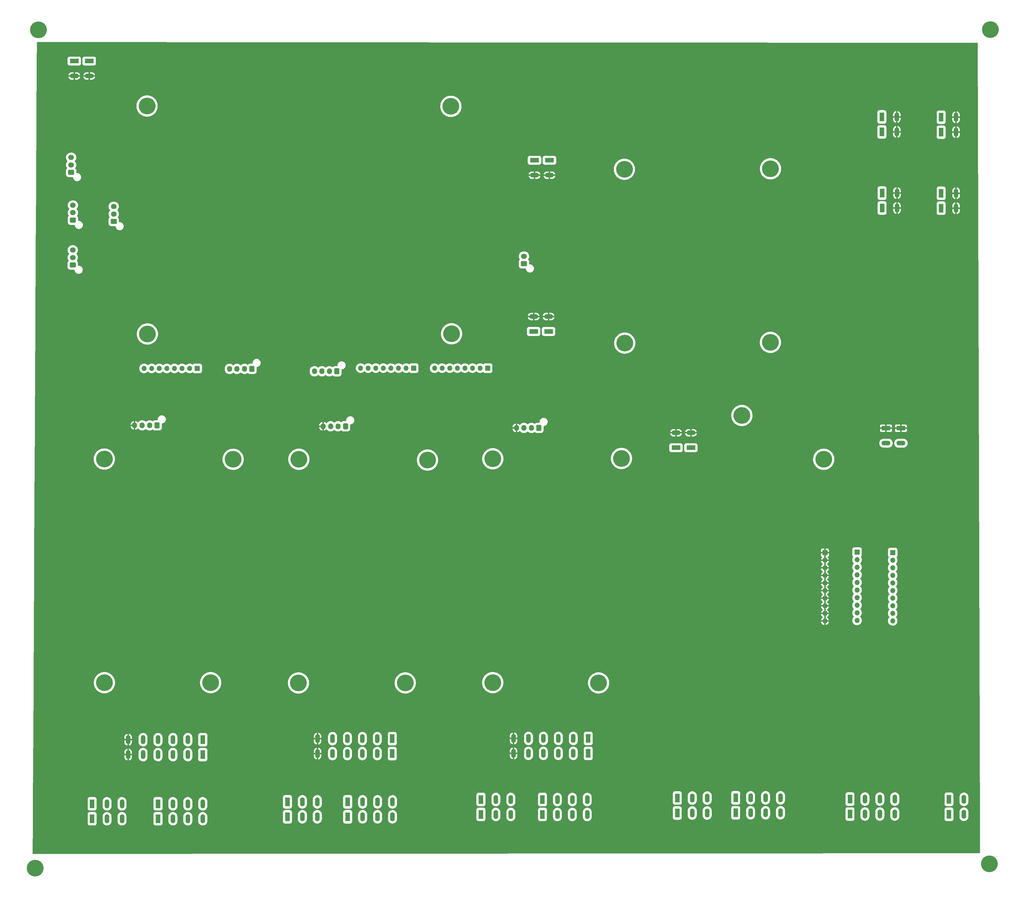
<source format=gbr>
%TF.GenerationSoftware,KiCad,Pcbnew,6.0.11-2627ca5db0~126~ubuntu22.04.1*%
%TF.CreationDate,2023-04-05T12:46:54+02:00*%
%TF.ProjectId,boxPCB,626f7850-4342-42e6-9b69-6361645f7063,rev?*%
%TF.SameCoordinates,Original*%
%TF.FileFunction,Copper,L3,Inr*%
%TF.FilePolarity,Positive*%
%FSLAX46Y46*%
G04 Gerber Fmt 4.6, Leading zero omitted, Abs format (unit mm)*
G04 Created by KiCad (PCBNEW 6.0.11-2627ca5db0~126~ubuntu22.04.1) date 2023-04-05 12:46:54*
%MOMM*%
%LPD*%
G01*
G04 APERTURE LIST*
G04 Aperture macros list*
%AMRoundRect*
0 Rectangle with rounded corners*
0 $1 Rounding radius*
0 $2 $3 $4 $5 $6 $7 $8 $9 X,Y pos of 4 corners*
0 Add a 4 corners polygon primitive as box body*
4,1,4,$2,$3,$4,$5,$6,$7,$8,$9,$2,$3,0*
0 Add four circle primitives for the rounded corners*
1,1,$1+$1,$2,$3*
1,1,$1+$1,$4,$5*
1,1,$1+$1,$6,$7*
1,1,$1+$1,$8,$9*
0 Add four rect primitives between the rounded corners*
20,1,$1+$1,$2,$3,$4,$5,0*
20,1,$1+$1,$4,$5,$6,$7,0*
20,1,$1+$1,$6,$7,$8,$9,0*
20,1,$1+$1,$8,$9,$2,$3,0*%
G04 Aperture macros list end*
%TA.AperFunction,ComponentPad*%
%ADD10R,1.500000X3.000000*%
%TD*%
%TA.AperFunction,ComponentPad*%
%ADD11O,1.500000X3.000000*%
%TD*%
%TA.AperFunction,ComponentPad*%
%ADD12RoundRect,0.250000X0.725000X-0.600000X0.725000X0.600000X-0.725000X0.600000X-0.725000X-0.600000X0*%
%TD*%
%TA.AperFunction,ComponentPad*%
%ADD13O,1.950000X1.700000*%
%TD*%
%TA.AperFunction,ComponentPad*%
%ADD14RoundRect,0.250000X0.600000X0.725000X-0.600000X0.725000X-0.600000X-0.725000X0.600000X-0.725000X0*%
%TD*%
%TA.AperFunction,ComponentPad*%
%ADD15O,1.700000X1.950000*%
%TD*%
%TA.AperFunction,ComponentPad*%
%ADD16C,5.600000*%
%TD*%
%TA.AperFunction,ComponentPad*%
%ADD17R,1.700000X1.700000*%
%TD*%
%TA.AperFunction,ComponentPad*%
%ADD18O,1.700000X1.700000*%
%TD*%
%TA.AperFunction,ComponentPad*%
%ADD19R,3.000000X1.500000*%
%TD*%
%TA.AperFunction,ComponentPad*%
%ADD20O,3.000000X1.500000*%
%TD*%
%TA.AperFunction,ComponentPad*%
%ADD21RoundRect,0.250000X0.750000X-0.600000X0.750000X0.600000X-0.750000X0.600000X-0.750000X-0.600000X0*%
%TD*%
%TA.AperFunction,ComponentPad*%
%ADD22O,2.000000X1.700000*%
%TD*%
G04 APERTURE END LIST*
D10*
%TO.N,/ENDSTOP_5V_Y1*%
%TO.C,J105*%
X89475392Y-263430093D03*
X89475392Y-268430093D03*
D11*
%TO.N,/ENDSTOP_GND_Y1*%
X94475392Y-268430093D03*
X94475392Y-263430093D03*
%TO.N,/ENDSTOP_SIGNAL_Y1*%
X99475392Y-268430093D03*
X99475392Y-263430093D03*
%TD*%
D12*
%TO.N,/ENDSTOP_SIGNAL_Z*%
%TO.C,J111*%
X17045000Y-52810000D03*
D13*
%TO.N,/ENDSTOP_GND_Z*%
X17045000Y-50310000D03*
%TO.N,/ENDSTOP_5V_Z*%
X17045000Y-47810000D03*
%TD*%
D10*
%TO.N,/RED_Y1*%
%TO.C,J121*%
X109650392Y-263430093D03*
X109650392Y-268430093D03*
D11*
%TO.N,/BLUE_Y1*%
X114650392Y-263430093D03*
X114650392Y-268430093D03*
%TO.N,/GREEN_Y1*%
X119650392Y-263430093D03*
X119650392Y-268430093D03*
%TO.N,/BLACK_Y1*%
X124650392Y-268430093D03*
X124650392Y-263430093D03*
%TD*%
D10*
%TO.N,/BLACK_Y2*%
%TO.C,J115*%
X190200392Y-247205093D03*
X190200392Y-242205093D03*
D11*
%TO.N,/GREEN_Y2*%
X185200392Y-247205093D03*
X185200392Y-242205093D03*
%TO.N,/BLUE_Y2*%
X180200392Y-247205093D03*
X180200392Y-242205093D03*
%TO.N,/RED_Y2*%
X175200392Y-247205093D03*
X175200392Y-242205093D03*
%TO.N,+12V*%
X170200392Y-247205093D03*
X170200392Y-242205093D03*
%TO.N,GND*%
X165200392Y-247205093D03*
X165200392Y-242205093D03*
%TD*%
D14*
%TO.N,/EN_X*%
%TO.C,J113*%
X45805392Y-137450093D03*
D15*
%TO.N,/DIR_X*%
X43305392Y-137450093D03*
%TO.N,/CLK_X*%
X40805392Y-137450093D03*
%TO.N,GND*%
X38305392Y-137450093D03*
%TD*%
D16*
%TO.N,N/C*%
%TO.C,H123*%
X158250000Y-148640000D03*
%TD*%
D17*
%TO.N,+12V*%
%TO.C,J137*%
X280205392Y-179850093D03*
D18*
X280205392Y-182390093D03*
X280205392Y-184930093D03*
X280205392Y-187470093D03*
X280205392Y-190010093D03*
X280205392Y-192550093D03*
X280205392Y-195090093D03*
X280205392Y-197630093D03*
X280205392Y-200170093D03*
X280205392Y-202710093D03*
%TD*%
D10*
%TO.N,/RED_Y2*%
%TO.C,J120*%
X174875392Y-267655093D03*
X174875392Y-262655093D03*
D11*
%TO.N,/BLUE_Y2*%
X179875392Y-262655093D03*
X179875392Y-267655093D03*
%TO.N,/GREEN_Y2*%
X184875392Y-262655093D03*
X184875392Y-267655093D03*
%TO.N,/BLACK_Y2*%
X189875392Y-262655093D03*
X189875392Y-267655093D03*
%TD*%
D10*
%TO.N,/BLACK_E*%
%TO.C,J131*%
X277850392Y-267505093D03*
X277850392Y-262505093D03*
D11*
%TO.N,/GREEN_E*%
X282850392Y-262505093D03*
X282850392Y-267505093D03*
%TO.N,/BLUE_E*%
X287850392Y-267505093D03*
X287850392Y-262505093D03*
%TO.N,/RED_E*%
X292850392Y-267505093D03*
X292850392Y-262505093D03*
%TD*%
D10*
%TO.N,/ENDSTOP_5V_X*%
%TO.C,J104*%
X24075392Y-269080093D03*
X24075392Y-264080093D03*
D11*
%TO.N,/ENDSTOP_GND_X*%
X29075392Y-269080093D03*
X29075392Y-264080093D03*
%TO.N,/ENDSTOP_SIGNAL_X*%
X34075392Y-269080093D03*
X34075392Y-264080093D03*
%TD*%
D14*
%TO.N,/RED_Z*%
%TO.C,J128*%
X106015392Y-119350093D03*
D15*
%TO.N,/BLUE_Z*%
X103515392Y-119350093D03*
%TO.N,/GREEN_Z*%
X101015392Y-119350093D03*
%TO.N,/BLACK_Z*%
X98515392Y-119350093D03*
%TD*%
D16*
%TO.N,N/C*%
%TO.C,H117*%
X128920000Y-223620000D03*
%TD*%
%TO.N,N/C*%
%TO.C,H101*%
X324840000Y-5050000D03*
%TD*%
D10*
%TO.N,+12V*%
%TO.C,J130*%
X288525392Y-39245093D03*
X288525392Y-34245093D03*
D11*
%TO.N,GND*%
X293525392Y-39245093D03*
X293525392Y-34245093D03*
%TD*%
D16*
%TO.N,N/C*%
%TO.C,H126*%
X136370000Y-149070000D03*
%TD*%
D10*
%TO.N,+12V*%
%TO.C,J129*%
X308375392Y-39345093D03*
X308375392Y-34345093D03*
D11*
%TO.N,GND*%
X313375392Y-34345093D03*
X313375392Y-39345093D03*
%TD*%
D16*
%TO.N,N/C*%
%TO.C,H121*%
X63770000Y-223550000D03*
%TD*%
D12*
%TO.N,/ENDSTOP_SIGNAL_Y1*%
%TO.C,J109*%
X17645000Y-68780000D03*
D13*
%TO.N,/ENDSTOP_GND_Y1*%
X17645000Y-66280000D03*
%TO.N,/ENDSTOP_5V_Y1*%
X17645000Y-63780000D03*
%TD*%
D17*
%TO.N,/EN_Y2*%
%TO.C,J101*%
X59240392Y-118385093D03*
D18*
%TO.N,unconnected-(J101-Pad2)*%
X56700392Y-118385093D03*
%TO.N,unconnected-(J101-Pad3)*%
X54160392Y-118385093D03*
%TO.N,unconnected-(J101-Pad4)*%
X51620392Y-118385093D03*
%TO.N,unconnected-(J101-Pad5)*%
X49080392Y-118385093D03*
%TO.N,unconnected-(J101-Pad6)*%
X46540392Y-118385093D03*
%TO.N,/CLK_Y2*%
X44000392Y-118385093D03*
%TO.N,/DIR_Y2*%
X41460392Y-118385093D03*
%TD*%
D19*
%TO.N,+12V*%
%TO.C,J125*%
X172205392Y-48745093D03*
X177205392Y-48745093D03*
D20*
%TO.N,GND*%
X172205392Y-53745093D03*
X177205392Y-53745093D03*
%TD*%
D16*
%TO.N,N/C*%
%TO.C,H116*%
X28180000Y-223560000D03*
%TD*%
D12*
%TO.N,/ENDSTOP_SIGNAL_X*%
%TO.C,J108*%
X17585000Y-83800000D03*
D13*
%TO.N,/ENDSTOP_GND_X*%
X17585000Y-81300000D03*
%TO.N,/ENDSTOP_5V_X*%
X17585000Y-78800000D03*
%TD*%
D17*
%TO.N,/EN_Y1*%
%TO.C,J103*%
X131755392Y-118295093D03*
D18*
%TO.N,unconnected-(J103-Pad2)*%
X129215392Y-118295093D03*
%TO.N,unconnected-(J103-Pad3)*%
X126675392Y-118295093D03*
%TO.N,unconnected-(J103-Pad4)*%
X124135392Y-118295093D03*
%TO.N,unconnected-(J103-Pad5)*%
X121595392Y-118295093D03*
%TO.N,unconnected-(J103-Pad6)*%
X119055392Y-118295093D03*
%TO.N,/CLK_Y1*%
X116515392Y-118295093D03*
%TO.N,/DIR_Y1*%
X113975392Y-118295093D03*
%TD*%
D16*
%TO.N,N/C*%
%TO.C,H110*%
X202310000Y-51760000D03*
%TD*%
%TO.N,N/C*%
%TO.C,H112*%
X193670000Y-223630000D03*
%TD*%
D19*
%TO.N,GND*%
%TO.C,J119*%
X294915392Y-138415093D03*
X289915392Y-138415093D03*
D20*
%TO.N,+12V*%
X289915392Y-143415093D03*
X294915392Y-143415093D03*
%TD*%
D16*
%TO.N,N/C*%
%TO.C,H113*%
X144430000Y-106820000D03*
%TD*%
%TO.N,N/C*%
%TO.C,H124*%
X202420000Y-109920000D03*
%TD*%
D17*
%TO.N,/EN_X*%
%TO.C,J102*%
X156510392Y-118295093D03*
D18*
%TO.N,unconnected-(J102-Pad2)*%
X153970392Y-118295093D03*
%TO.N,unconnected-(J102-Pad3)*%
X151430392Y-118295093D03*
%TO.N,unconnected-(J102-Pad4)*%
X148890392Y-118295093D03*
%TO.N,unconnected-(J102-Pad5)*%
X146350392Y-118295093D03*
%TO.N,unconnected-(J102-Pad6)*%
X143810392Y-118295093D03*
%TO.N,/CLK_X*%
X141270392Y-118295093D03*
%TO.N,/DIR_X*%
X138730392Y-118295093D03*
%TD*%
D10*
%TO.N,+5V*%
%TO.C,J133*%
X308385392Y-64795093D03*
X308385392Y-59795093D03*
D11*
%TO.N,GND*%
X313385392Y-64795093D03*
X313385392Y-59795093D03*
%TD*%
D16*
%TO.N,N/C*%
%TO.C,H111*%
X71300000Y-148820000D03*
%TD*%
%TO.N,N/C*%
%TO.C,H103*%
X201330000Y-148520000D03*
%TD*%
D10*
%TO.N,/BLACK_Z*%
%TO.C,J132*%
X239575392Y-267080093D03*
X239575392Y-262080093D03*
D11*
%TO.N,/GREEN_Z*%
X244575392Y-267080093D03*
X244575392Y-262080093D03*
%TO.N,/BLUE_Z*%
X249575392Y-262080093D03*
X249575392Y-267080093D03*
%TO.N,/RED_Z*%
X254575392Y-267080093D03*
X254575392Y-262080093D03*
%TD*%
D14*
%TO.N,/EN_Y1*%
%TO.C,J114*%
X108925392Y-137755093D03*
D15*
%TO.N,/DIR_Y1*%
X106425392Y-137755093D03*
%TO.N,/CLK_Y1*%
X103925392Y-137755093D03*
%TO.N,GND*%
X101425392Y-137755093D03*
%TD*%
D16*
%TO.N,N/C*%
%TO.C,H125*%
X28150000Y-148740000D03*
%TD*%
D10*
%TO.N,/BLACK_Y1*%
%TO.C,J116*%
X124575392Y-242280093D03*
X124575392Y-247280093D03*
D11*
%TO.N,/GREEN_Y1*%
X119575392Y-242280093D03*
X119575392Y-247280093D03*
%TO.N,/BLUE_Y1*%
X114575392Y-247280093D03*
X114575392Y-242280093D03*
%TO.N,/RED_Y1*%
X109575392Y-247280093D03*
X109575392Y-242280093D03*
%TO.N,+12V*%
X104575392Y-242280093D03*
X104575392Y-247280093D03*
%TO.N,GND*%
X99575392Y-247280093D03*
X99575392Y-242280093D03*
%TD*%
D16*
%TO.N,N/C*%
%TO.C,H119*%
X42580000Y-106870000D03*
%TD*%
%TO.N,N/C*%
%TO.C,H118*%
X144220000Y-30720000D03*
%TD*%
D10*
%TO.N,+5V*%
%TO.C,J134*%
X288595392Y-59725093D03*
X288595392Y-64725093D03*
D11*
%TO.N,GND*%
X293595392Y-64725093D03*
X293595392Y-59725093D03*
%TD*%
D10*
%TO.N,/BLACK_X*%
%TO.C,J117*%
X61125392Y-242630093D03*
X61125392Y-247630093D03*
D11*
%TO.N,/GREEN_X*%
X56125392Y-247630093D03*
X56125392Y-242630093D03*
%TO.N,/BLUE_X*%
X51125392Y-242630093D03*
X51125392Y-247630093D03*
%TO.N,/RED_X*%
X46125392Y-247630093D03*
X46125392Y-242630093D03*
%TO.N,+12V*%
X41125392Y-242630093D03*
X41125392Y-247630093D03*
%TO.N,GND*%
X36125392Y-247630093D03*
X36125392Y-242630093D03*
%TD*%
D10*
%TO.N,/ENDSTOP_5V_Y2*%
%TO.C,J106*%
X154275392Y-262630093D03*
X154275392Y-267630093D03*
D11*
%TO.N,/ENDSTOP_GND_Y2*%
X159275392Y-267630093D03*
X159275392Y-262630093D03*
%TO.N,/ENDSTOP_SIGNAL_Y2*%
X164275392Y-267630093D03*
X164275392Y-262630093D03*
%TD*%
D19*
%TO.N,+12V*%
%TO.C,J135*%
X18095392Y-15555093D03*
X23095392Y-15555093D03*
D20*
%TO.N,GND*%
X18095392Y-20555093D03*
X23095392Y-20555093D03*
%TD*%
D14*
%TO.N,/EN_Y2*%
%TO.C,J112*%
X173675392Y-138300093D03*
D15*
%TO.N,/DIR_Y2*%
X171175392Y-138300093D03*
%TO.N,/CLK_Y2*%
X168675392Y-138300093D03*
%TO.N,GND*%
X166175392Y-138300093D03*
%TD*%
D10*
%TO.N,/RED_X*%
%TO.C,J122*%
X46125392Y-269080093D03*
X46125392Y-264080093D03*
D11*
%TO.N,/BLUE_X*%
X51125392Y-269080093D03*
X51125392Y-264080093D03*
%TO.N,/GREEN_X*%
X56125392Y-264080093D03*
X56125392Y-269080093D03*
%TO.N,/BLACK_X*%
X61125392Y-264080093D03*
X61125392Y-269080093D03*
%TD*%
D16*
%TO.N,N/C*%
%TO.C,H122*%
X269040000Y-148810000D03*
%TD*%
D10*
%TO.N,/ENDSTOP_5V_Z*%
%TO.C,J107*%
X220025392Y-262155093D03*
X220025392Y-267155093D03*
D11*
%TO.N,/ENDSTOP_GND_Z*%
X225025392Y-262155093D03*
X225025392Y-267155093D03*
%TO.N,/ENDSTOP_SIGNAL_Z*%
X230025392Y-262155093D03*
X230025392Y-267155093D03*
%TD*%
D14*
%TO.N,/RED_E*%
%TO.C,J127*%
X77575392Y-118555093D03*
D15*
%TO.N,/BLUE_E*%
X75075392Y-118555093D03*
%TO.N,/GREEN_E*%
X72575392Y-118555093D03*
%TO.N,/BLACK_E*%
X70075392Y-118555093D03*
%TD*%
D16*
%TO.N,N/C*%
%TO.C,H108*%
X324540000Y-284210000D03*
%TD*%
%TO.N,N/C*%
%TO.C,H106*%
X42460000Y-30590000D03*
%TD*%
%TO.N,N/C*%
%TO.C,H114*%
X6100000Y-5130000D03*
%TD*%
%TO.N,N/C*%
%TO.C,H105*%
X93300000Y-148800000D03*
%TD*%
D10*
%TO.N,/AIRBRUSH_PLUS*%
%TO.C,J123*%
X311000392Y-267580093D03*
X311000392Y-262580093D03*
D11*
%TO.N,/AIRBRUSH_MINUS*%
X316000392Y-262580093D03*
X316000392Y-267580093D03*
%TD*%
D17*
%TO.N,GND*%
%TO.C,J136*%
X269465392Y-180075093D03*
D18*
X269465392Y-182615093D03*
X269465392Y-185155093D03*
X269465392Y-187695093D03*
X269465392Y-190235093D03*
X269465392Y-192775093D03*
X269465392Y-195315093D03*
X269465392Y-197855093D03*
X269465392Y-200395093D03*
X269465392Y-202935093D03*
%TD*%
D19*
%TO.N,+5V*%
%TO.C,J126*%
X176915392Y-106025093D03*
X171915392Y-106025093D03*
D20*
%TO.N,GND*%
X176915392Y-101025093D03*
X171915392Y-101025093D03*
%TD*%
D16*
%TO.N,N/C*%
%TO.C,H107*%
X93170000Y-223650000D03*
%TD*%
D17*
%TO.N,+5V*%
%TO.C,J138*%
X292155392Y-180000093D03*
D18*
X292155392Y-182540093D03*
X292155392Y-185080093D03*
X292155392Y-187620093D03*
X292155392Y-190160093D03*
X292155392Y-192700093D03*
X292155392Y-195240093D03*
X292155392Y-197780093D03*
X292155392Y-200320093D03*
X292155392Y-202860093D03*
%TD*%
D19*
%TO.N,+5V*%
%TO.C,J124*%
X224585392Y-144935093D03*
X219585392Y-144935093D03*
D20*
%TO.N,GND*%
X224585392Y-139935093D03*
X219585392Y-139935093D03*
%TD*%
D21*
%TO.N,/AIRBRUSH_PLUS*%
%TO.C,J118*%
X168680392Y-83365093D03*
D22*
%TO.N,/AIRBRUSH_MINUS*%
X168680392Y-80865093D03*
%TD*%
D16*
%TO.N,N/C*%
%TO.C,H104*%
X158220000Y-223520000D03*
%TD*%
%TO.N,N/C*%
%TO.C,H109*%
X251240000Y-51590000D03*
%TD*%
%TO.N,N/C*%
%TO.C,H120*%
X241649810Y-134138929D03*
%TD*%
D12*
%TO.N,/ENDSTOP_SIGNAL_Y2*%
%TO.C,J110*%
X31310000Y-69210000D03*
D13*
%TO.N,/ENDSTOP_GND_Y2*%
X31310000Y-66710000D03*
%TO.N,/ENDSTOP_5V_Y2*%
X31310000Y-64210000D03*
%TD*%
D16*
%TO.N,N/C*%
%TO.C,H115*%
X251210000Y-109680000D03*
%TD*%
%TO.N,N/C*%
%TO.C,H102*%
X5020000Y-285650000D03*
%TD*%
%TA.AperFunction,Conductor*%
%TO.N,GND*%
G36*
X180898018Y-9312419D02*
G01*
X320534432Y-9409912D01*
X320602538Y-9429962D01*
X320648993Y-9483650D01*
X320660343Y-9535566D01*
X321374711Y-271332005D01*
X321399656Y-280473771D01*
X321379839Y-280541946D01*
X321326311Y-280588585D01*
X321273771Y-280600115D01*
X4306757Y-280889884D01*
X4238618Y-280869944D01*
X4192076Y-280816331D01*
X4180644Y-280763244D01*
X4232112Y-270629959D01*
X22574892Y-270629959D01*
X22575229Y-270633205D01*
X22575229Y-270633209D01*
X22584907Y-270726476D01*
X22585751Y-270734612D01*
X22587932Y-270741148D01*
X22587932Y-270741150D01*
X22600101Y-270777625D01*
X22641136Y-270900622D01*
X22733226Y-271049438D01*
X22857081Y-271173077D01*
X23006058Y-271264907D01*
X23013006Y-271267212D01*
X23013007Y-271267212D01*
X23165633Y-271317837D01*
X23165635Y-271317838D01*
X23172164Y-271320003D01*
X23275526Y-271330593D01*
X24875258Y-271330593D01*
X24878504Y-271330256D01*
X24878508Y-271330256D01*
X24973053Y-271320446D01*
X24973057Y-271320445D01*
X24979911Y-271319734D01*
X24986447Y-271317553D01*
X24986449Y-271317553D01*
X25138973Y-271266667D01*
X25145921Y-271264349D01*
X25294737Y-271172259D01*
X25418376Y-271048404D01*
X25510206Y-270899427D01*
X25565302Y-270733321D01*
X25575892Y-270629959D01*
X25575892Y-269892647D01*
X27574892Y-269892647D01*
X27575104Y-269895220D01*
X27575104Y-269895231D01*
X27589543Y-270070853D01*
X27589544Y-270070859D01*
X27589967Y-270076004D01*
X27650076Y-270315310D01*
X27748464Y-270541586D01*
X27882487Y-270748754D01*
X27885967Y-270752579D01*
X27885969Y-270752581D01*
X27912158Y-270781362D01*
X28048546Y-270931251D01*
X28052597Y-270934450D01*
X28052601Y-270934454D01*
X28238128Y-271080974D01*
X28238133Y-271080977D01*
X28242182Y-271084175D01*
X28246698Y-271086668D01*
X28246701Y-271086670D01*
X28453670Y-271200923D01*
X28453674Y-271200925D01*
X28458194Y-271203420D01*
X28463063Y-271205144D01*
X28463067Y-271205146D01*
X28685907Y-271284058D01*
X28685911Y-271284059D01*
X28690782Y-271285784D01*
X28695875Y-271286691D01*
X28695878Y-271286692D01*
X28928609Y-271328148D01*
X28928615Y-271328149D01*
X28933698Y-271329054D01*
X29013068Y-271330024D01*
X29175250Y-271332005D01*
X29175252Y-271332005D01*
X29180420Y-271332068D01*
X29424322Y-271294746D01*
X29658852Y-271218090D01*
X29877713Y-271104158D01*
X29881846Y-271101055D01*
X29881849Y-271101053D01*
X30070893Y-270959115D01*
X30070896Y-270959113D01*
X30075028Y-270956010D01*
X30245496Y-270777625D01*
X30265191Y-270748754D01*
X30348455Y-270626693D01*
X30384541Y-270573793D01*
X30450835Y-270430974D01*
X30486248Y-270354684D01*
X30486249Y-270354680D01*
X30488427Y-270349989D01*
X30554366Y-270112222D01*
X30568850Y-269976693D01*
X30575536Y-269914136D01*
X30575536Y-269914128D01*
X30575892Y-269910801D01*
X30575892Y-269892647D01*
X32574892Y-269892647D01*
X32575104Y-269895220D01*
X32575104Y-269895231D01*
X32589543Y-270070853D01*
X32589544Y-270070859D01*
X32589967Y-270076004D01*
X32650076Y-270315310D01*
X32748464Y-270541586D01*
X32882487Y-270748754D01*
X32885967Y-270752579D01*
X32885969Y-270752581D01*
X32912158Y-270781362D01*
X33048546Y-270931251D01*
X33052597Y-270934450D01*
X33052601Y-270934454D01*
X33238128Y-271080974D01*
X33238133Y-271080977D01*
X33242182Y-271084175D01*
X33246698Y-271086668D01*
X33246701Y-271086670D01*
X33453670Y-271200923D01*
X33453674Y-271200925D01*
X33458194Y-271203420D01*
X33463063Y-271205144D01*
X33463067Y-271205146D01*
X33685907Y-271284058D01*
X33685911Y-271284059D01*
X33690782Y-271285784D01*
X33695875Y-271286691D01*
X33695878Y-271286692D01*
X33928609Y-271328148D01*
X33928615Y-271328149D01*
X33933698Y-271329054D01*
X34013068Y-271330024D01*
X34175250Y-271332005D01*
X34175252Y-271332005D01*
X34180420Y-271332068D01*
X34424322Y-271294746D01*
X34658852Y-271218090D01*
X34877713Y-271104158D01*
X34881846Y-271101055D01*
X34881849Y-271101053D01*
X35070893Y-270959115D01*
X35070896Y-270959113D01*
X35075028Y-270956010D01*
X35245496Y-270777625D01*
X35265191Y-270748754D01*
X35346227Y-270629959D01*
X44624892Y-270629959D01*
X44625229Y-270633205D01*
X44625229Y-270633209D01*
X44634907Y-270726476D01*
X44635751Y-270734612D01*
X44637932Y-270741148D01*
X44637932Y-270741150D01*
X44650101Y-270777625D01*
X44691136Y-270900622D01*
X44783226Y-271049438D01*
X44907081Y-271173077D01*
X45056058Y-271264907D01*
X45063006Y-271267212D01*
X45063007Y-271267212D01*
X45215633Y-271317837D01*
X45215635Y-271317838D01*
X45222164Y-271320003D01*
X45325526Y-271330593D01*
X46925258Y-271330593D01*
X46928504Y-271330256D01*
X46928508Y-271330256D01*
X47023053Y-271320446D01*
X47023057Y-271320445D01*
X47029911Y-271319734D01*
X47036447Y-271317553D01*
X47036449Y-271317553D01*
X47188973Y-271266667D01*
X47195921Y-271264349D01*
X47344737Y-271172259D01*
X47468376Y-271048404D01*
X47560206Y-270899427D01*
X47615302Y-270733321D01*
X47625892Y-270629959D01*
X47625892Y-269892647D01*
X49624892Y-269892647D01*
X49625104Y-269895220D01*
X49625104Y-269895231D01*
X49639543Y-270070853D01*
X49639544Y-270070859D01*
X49639967Y-270076004D01*
X49700076Y-270315310D01*
X49798464Y-270541586D01*
X49932487Y-270748754D01*
X49935967Y-270752579D01*
X49935969Y-270752581D01*
X49962158Y-270781362D01*
X50098546Y-270931251D01*
X50102597Y-270934450D01*
X50102601Y-270934454D01*
X50288128Y-271080974D01*
X50288133Y-271080977D01*
X50292182Y-271084175D01*
X50296698Y-271086668D01*
X50296701Y-271086670D01*
X50503670Y-271200923D01*
X50503674Y-271200925D01*
X50508194Y-271203420D01*
X50513063Y-271205144D01*
X50513067Y-271205146D01*
X50735907Y-271284058D01*
X50735911Y-271284059D01*
X50740782Y-271285784D01*
X50745875Y-271286691D01*
X50745878Y-271286692D01*
X50978609Y-271328148D01*
X50978615Y-271328149D01*
X50983698Y-271329054D01*
X51063068Y-271330024D01*
X51225250Y-271332005D01*
X51225252Y-271332005D01*
X51230420Y-271332068D01*
X51474322Y-271294746D01*
X51708852Y-271218090D01*
X51927713Y-271104158D01*
X51931846Y-271101055D01*
X51931849Y-271101053D01*
X52120893Y-270959115D01*
X52120896Y-270959113D01*
X52125028Y-270956010D01*
X52295496Y-270777625D01*
X52315191Y-270748754D01*
X52398455Y-270626693D01*
X52434541Y-270573793D01*
X52500835Y-270430974D01*
X52536248Y-270354684D01*
X52536249Y-270354680D01*
X52538427Y-270349989D01*
X52604366Y-270112222D01*
X52618850Y-269976693D01*
X52625536Y-269914136D01*
X52625536Y-269914128D01*
X52625892Y-269910801D01*
X52625892Y-269892647D01*
X54624892Y-269892647D01*
X54625104Y-269895220D01*
X54625104Y-269895231D01*
X54639543Y-270070853D01*
X54639544Y-270070859D01*
X54639967Y-270076004D01*
X54700076Y-270315310D01*
X54798464Y-270541586D01*
X54932487Y-270748754D01*
X54935967Y-270752579D01*
X54935969Y-270752581D01*
X54962158Y-270781362D01*
X55098546Y-270931251D01*
X55102597Y-270934450D01*
X55102601Y-270934454D01*
X55288128Y-271080974D01*
X55288133Y-271080977D01*
X55292182Y-271084175D01*
X55296698Y-271086668D01*
X55296701Y-271086670D01*
X55503670Y-271200923D01*
X55503674Y-271200925D01*
X55508194Y-271203420D01*
X55513063Y-271205144D01*
X55513067Y-271205146D01*
X55735907Y-271284058D01*
X55735911Y-271284059D01*
X55740782Y-271285784D01*
X55745875Y-271286691D01*
X55745878Y-271286692D01*
X55978609Y-271328148D01*
X55978615Y-271328149D01*
X55983698Y-271329054D01*
X56063068Y-271330024D01*
X56225250Y-271332005D01*
X56225252Y-271332005D01*
X56230420Y-271332068D01*
X56474322Y-271294746D01*
X56708852Y-271218090D01*
X56927713Y-271104158D01*
X56931846Y-271101055D01*
X56931849Y-271101053D01*
X57120893Y-270959115D01*
X57120896Y-270959113D01*
X57125028Y-270956010D01*
X57295496Y-270777625D01*
X57315191Y-270748754D01*
X57398455Y-270626693D01*
X57434541Y-270573793D01*
X57500835Y-270430974D01*
X57536248Y-270354684D01*
X57536249Y-270354680D01*
X57538427Y-270349989D01*
X57604366Y-270112222D01*
X57618850Y-269976693D01*
X57625536Y-269914136D01*
X57625536Y-269914128D01*
X57625892Y-269910801D01*
X57625892Y-269892647D01*
X59624892Y-269892647D01*
X59625104Y-269895220D01*
X59625104Y-269895231D01*
X59639543Y-270070853D01*
X59639544Y-270070859D01*
X59639967Y-270076004D01*
X59700076Y-270315310D01*
X59798464Y-270541586D01*
X59932487Y-270748754D01*
X59935967Y-270752579D01*
X59935969Y-270752581D01*
X59962158Y-270781362D01*
X60098546Y-270931251D01*
X60102597Y-270934450D01*
X60102601Y-270934454D01*
X60288128Y-271080974D01*
X60288133Y-271080977D01*
X60292182Y-271084175D01*
X60296698Y-271086668D01*
X60296701Y-271086670D01*
X60503670Y-271200923D01*
X60503674Y-271200925D01*
X60508194Y-271203420D01*
X60513063Y-271205144D01*
X60513067Y-271205146D01*
X60735907Y-271284058D01*
X60735911Y-271284059D01*
X60740782Y-271285784D01*
X60745875Y-271286691D01*
X60745878Y-271286692D01*
X60978609Y-271328148D01*
X60978615Y-271328149D01*
X60983698Y-271329054D01*
X61063068Y-271330024D01*
X61225250Y-271332005D01*
X61225252Y-271332005D01*
X61230420Y-271332068D01*
X61474322Y-271294746D01*
X61708852Y-271218090D01*
X61927713Y-271104158D01*
X61931846Y-271101055D01*
X61931849Y-271101053D01*
X62120893Y-270959115D01*
X62120896Y-270959113D01*
X62125028Y-270956010D01*
X62295496Y-270777625D01*
X62315191Y-270748754D01*
X62398455Y-270626693D01*
X62434541Y-270573793D01*
X62500835Y-270430974D01*
X62536248Y-270354684D01*
X62536249Y-270354680D01*
X62538427Y-270349989D01*
X62604366Y-270112222D01*
X62618501Y-269979959D01*
X87974892Y-269979959D01*
X87975229Y-269983205D01*
X87975229Y-269983209D01*
X87984907Y-270076476D01*
X87985751Y-270084612D01*
X87987932Y-270091148D01*
X87987932Y-270091150D01*
X88000101Y-270127625D01*
X88041136Y-270250622D01*
X88133226Y-270399438D01*
X88257081Y-270523077D01*
X88406058Y-270614907D01*
X88413006Y-270617212D01*
X88413007Y-270617212D01*
X88565633Y-270667837D01*
X88565635Y-270667838D01*
X88572164Y-270670003D01*
X88675526Y-270680593D01*
X90275258Y-270680593D01*
X90278504Y-270680256D01*
X90278508Y-270680256D01*
X90373053Y-270670446D01*
X90373057Y-270670445D01*
X90379911Y-270669734D01*
X90386447Y-270667553D01*
X90386449Y-270667553D01*
X90538973Y-270616667D01*
X90545921Y-270614349D01*
X90694737Y-270522259D01*
X90818376Y-270398404D01*
X90910206Y-270249427D01*
X90965302Y-270083321D01*
X90975892Y-269979959D01*
X90975892Y-269242647D01*
X92974892Y-269242647D01*
X92975104Y-269245220D01*
X92975104Y-269245231D01*
X92989543Y-269420853D01*
X92989544Y-269420859D01*
X92989967Y-269426004D01*
X93050076Y-269665310D01*
X93088663Y-269754054D01*
X93143538Y-269880256D01*
X93148464Y-269891586D01*
X93282487Y-270098754D01*
X93285967Y-270102579D01*
X93285969Y-270102581D01*
X93312158Y-270131362D01*
X93448546Y-270281251D01*
X93452597Y-270284450D01*
X93452601Y-270284454D01*
X93638128Y-270430974D01*
X93638133Y-270430977D01*
X93642182Y-270434175D01*
X93646698Y-270436668D01*
X93646701Y-270436670D01*
X93853670Y-270550923D01*
X93853674Y-270550925D01*
X93858194Y-270553420D01*
X93863063Y-270555144D01*
X93863067Y-270555146D01*
X94085907Y-270634058D01*
X94085911Y-270634059D01*
X94090782Y-270635784D01*
X94095875Y-270636691D01*
X94095878Y-270636692D01*
X94328609Y-270678148D01*
X94328615Y-270678149D01*
X94333698Y-270679054D01*
X94413068Y-270680024D01*
X94575250Y-270682005D01*
X94575252Y-270682005D01*
X94580420Y-270682068D01*
X94824322Y-270644746D01*
X95058852Y-270568090D01*
X95277713Y-270454158D01*
X95281846Y-270451055D01*
X95281849Y-270451053D01*
X95470893Y-270309115D01*
X95470896Y-270309113D01*
X95475028Y-270306010D01*
X95645496Y-270127625D01*
X95659508Y-270107085D01*
X95781622Y-269928072D01*
X95784541Y-269923793D01*
X95848181Y-269786692D01*
X95886248Y-269704684D01*
X95886249Y-269704680D01*
X95888427Y-269699989D01*
X95954366Y-269462222D01*
X95957701Y-269431015D01*
X95975536Y-269264136D01*
X95975536Y-269264128D01*
X95975892Y-269260801D01*
X95975892Y-269242647D01*
X97974892Y-269242647D01*
X97975104Y-269245220D01*
X97975104Y-269245231D01*
X97989543Y-269420853D01*
X97989544Y-269420859D01*
X97989967Y-269426004D01*
X98050076Y-269665310D01*
X98088663Y-269754054D01*
X98143538Y-269880256D01*
X98148464Y-269891586D01*
X98282487Y-270098754D01*
X98285967Y-270102579D01*
X98285969Y-270102581D01*
X98312158Y-270131362D01*
X98448546Y-270281251D01*
X98452597Y-270284450D01*
X98452601Y-270284454D01*
X98638128Y-270430974D01*
X98638133Y-270430977D01*
X98642182Y-270434175D01*
X98646698Y-270436668D01*
X98646701Y-270436670D01*
X98853670Y-270550923D01*
X98853674Y-270550925D01*
X98858194Y-270553420D01*
X98863063Y-270555144D01*
X98863067Y-270555146D01*
X99085907Y-270634058D01*
X99085911Y-270634059D01*
X99090782Y-270635784D01*
X99095875Y-270636691D01*
X99095878Y-270636692D01*
X99328609Y-270678148D01*
X99328615Y-270678149D01*
X99333698Y-270679054D01*
X99413068Y-270680024D01*
X99575250Y-270682005D01*
X99575252Y-270682005D01*
X99580420Y-270682068D01*
X99824322Y-270644746D01*
X100058852Y-270568090D01*
X100277713Y-270454158D01*
X100281846Y-270451055D01*
X100281849Y-270451053D01*
X100470893Y-270309115D01*
X100470896Y-270309113D01*
X100475028Y-270306010D01*
X100645496Y-270127625D01*
X100659508Y-270107085D01*
X100746227Y-269979959D01*
X108149892Y-269979959D01*
X108150229Y-269983205D01*
X108150229Y-269983209D01*
X108159907Y-270076476D01*
X108160751Y-270084612D01*
X108162932Y-270091148D01*
X108162932Y-270091150D01*
X108175101Y-270127625D01*
X108216136Y-270250622D01*
X108308226Y-270399438D01*
X108432081Y-270523077D01*
X108581058Y-270614907D01*
X108588006Y-270617212D01*
X108588007Y-270617212D01*
X108740633Y-270667837D01*
X108740635Y-270667838D01*
X108747164Y-270670003D01*
X108850526Y-270680593D01*
X110450258Y-270680593D01*
X110453504Y-270680256D01*
X110453508Y-270680256D01*
X110548053Y-270670446D01*
X110548057Y-270670445D01*
X110554911Y-270669734D01*
X110561447Y-270667553D01*
X110561449Y-270667553D01*
X110713973Y-270616667D01*
X110720921Y-270614349D01*
X110869737Y-270522259D01*
X110993376Y-270398404D01*
X111085206Y-270249427D01*
X111140302Y-270083321D01*
X111150892Y-269979959D01*
X111150892Y-269242647D01*
X113149892Y-269242647D01*
X113150104Y-269245220D01*
X113150104Y-269245231D01*
X113164543Y-269420853D01*
X113164544Y-269420859D01*
X113164967Y-269426004D01*
X113225076Y-269665310D01*
X113263663Y-269754054D01*
X113318538Y-269880256D01*
X113323464Y-269891586D01*
X113457487Y-270098754D01*
X113460967Y-270102579D01*
X113460969Y-270102581D01*
X113487158Y-270131362D01*
X113623546Y-270281251D01*
X113627597Y-270284450D01*
X113627601Y-270284454D01*
X113813128Y-270430974D01*
X113813133Y-270430977D01*
X113817182Y-270434175D01*
X113821698Y-270436668D01*
X113821701Y-270436670D01*
X114028670Y-270550923D01*
X114028674Y-270550925D01*
X114033194Y-270553420D01*
X114038063Y-270555144D01*
X114038067Y-270555146D01*
X114260907Y-270634058D01*
X114260911Y-270634059D01*
X114265782Y-270635784D01*
X114270875Y-270636691D01*
X114270878Y-270636692D01*
X114503609Y-270678148D01*
X114503615Y-270678149D01*
X114508698Y-270679054D01*
X114588068Y-270680024D01*
X114750250Y-270682005D01*
X114750252Y-270682005D01*
X114755420Y-270682068D01*
X114999322Y-270644746D01*
X115233852Y-270568090D01*
X115452713Y-270454158D01*
X115456846Y-270451055D01*
X115456849Y-270451053D01*
X115645893Y-270309115D01*
X115645896Y-270309113D01*
X115650028Y-270306010D01*
X115820496Y-270127625D01*
X115834508Y-270107085D01*
X115956622Y-269928072D01*
X115959541Y-269923793D01*
X116023181Y-269786692D01*
X116061248Y-269704684D01*
X116061249Y-269704680D01*
X116063427Y-269699989D01*
X116129366Y-269462222D01*
X116132701Y-269431015D01*
X116150536Y-269264136D01*
X116150536Y-269264128D01*
X116150892Y-269260801D01*
X116150892Y-269242647D01*
X118149892Y-269242647D01*
X118150104Y-269245220D01*
X118150104Y-269245231D01*
X118164543Y-269420853D01*
X118164544Y-269420859D01*
X118164967Y-269426004D01*
X118225076Y-269665310D01*
X118263663Y-269754054D01*
X118318538Y-269880256D01*
X118323464Y-269891586D01*
X118457487Y-270098754D01*
X118460967Y-270102579D01*
X118460969Y-270102581D01*
X118487158Y-270131362D01*
X118623546Y-270281251D01*
X118627597Y-270284450D01*
X118627601Y-270284454D01*
X118813128Y-270430974D01*
X118813133Y-270430977D01*
X118817182Y-270434175D01*
X118821698Y-270436668D01*
X118821701Y-270436670D01*
X119028670Y-270550923D01*
X119028674Y-270550925D01*
X119033194Y-270553420D01*
X119038063Y-270555144D01*
X119038067Y-270555146D01*
X119260907Y-270634058D01*
X119260911Y-270634059D01*
X119265782Y-270635784D01*
X119270875Y-270636691D01*
X119270878Y-270636692D01*
X119503609Y-270678148D01*
X119503615Y-270678149D01*
X119508698Y-270679054D01*
X119588068Y-270680024D01*
X119750250Y-270682005D01*
X119750252Y-270682005D01*
X119755420Y-270682068D01*
X119999322Y-270644746D01*
X120233852Y-270568090D01*
X120452713Y-270454158D01*
X120456846Y-270451055D01*
X120456849Y-270451053D01*
X120645893Y-270309115D01*
X120645896Y-270309113D01*
X120650028Y-270306010D01*
X120820496Y-270127625D01*
X120834508Y-270107085D01*
X120956622Y-269928072D01*
X120959541Y-269923793D01*
X121023181Y-269786692D01*
X121061248Y-269704684D01*
X121061249Y-269704680D01*
X121063427Y-269699989D01*
X121129366Y-269462222D01*
X121132701Y-269431015D01*
X121150536Y-269264136D01*
X121150536Y-269264128D01*
X121150892Y-269260801D01*
X121150892Y-269242647D01*
X123149892Y-269242647D01*
X123150104Y-269245220D01*
X123150104Y-269245231D01*
X123164543Y-269420853D01*
X123164544Y-269420859D01*
X123164967Y-269426004D01*
X123225076Y-269665310D01*
X123263663Y-269754054D01*
X123318538Y-269880256D01*
X123323464Y-269891586D01*
X123457487Y-270098754D01*
X123460967Y-270102579D01*
X123460969Y-270102581D01*
X123487158Y-270131362D01*
X123623546Y-270281251D01*
X123627597Y-270284450D01*
X123627601Y-270284454D01*
X123813128Y-270430974D01*
X123813133Y-270430977D01*
X123817182Y-270434175D01*
X123821698Y-270436668D01*
X123821701Y-270436670D01*
X124028670Y-270550923D01*
X124028674Y-270550925D01*
X124033194Y-270553420D01*
X124038063Y-270555144D01*
X124038067Y-270555146D01*
X124260907Y-270634058D01*
X124260911Y-270634059D01*
X124265782Y-270635784D01*
X124270875Y-270636691D01*
X124270878Y-270636692D01*
X124503609Y-270678148D01*
X124503615Y-270678149D01*
X124508698Y-270679054D01*
X124588068Y-270680024D01*
X124750250Y-270682005D01*
X124750252Y-270682005D01*
X124755420Y-270682068D01*
X124999322Y-270644746D01*
X125233852Y-270568090D01*
X125452713Y-270454158D01*
X125456846Y-270451055D01*
X125456849Y-270451053D01*
X125645893Y-270309115D01*
X125645896Y-270309113D01*
X125650028Y-270306010D01*
X125820496Y-270127625D01*
X125834508Y-270107085D01*
X125956622Y-269928072D01*
X125959541Y-269923793D01*
X126023181Y-269786692D01*
X126061248Y-269704684D01*
X126061249Y-269704680D01*
X126063427Y-269699989D01*
X126129366Y-269462222D01*
X126132701Y-269431015D01*
X126150536Y-269264136D01*
X126150536Y-269264128D01*
X126150892Y-269260801D01*
X126150892Y-269179959D01*
X152774892Y-269179959D01*
X152775229Y-269183205D01*
X152775229Y-269183209D01*
X152784907Y-269276476D01*
X152785751Y-269284612D01*
X152787932Y-269291148D01*
X152787932Y-269291150D01*
X152825600Y-269404054D01*
X152841136Y-269450622D01*
X152933226Y-269599438D01*
X153057081Y-269723077D01*
X153063311Y-269726917D01*
X153063312Y-269726918D01*
X153093789Y-269745704D01*
X153206058Y-269814907D01*
X153213006Y-269817212D01*
X153213007Y-269817212D01*
X153365633Y-269867837D01*
X153365635Y-269867838D01*
X153372164Y-269870003D01*
X153475526Y-269880593D01*
X155075258Y-269880593D01*
X155078504Y-269880256D01*
X155078508Y-269880256D01*
X155173053Y-269870446D01*
X155173057Y-269870445D01*
X155179911Y-269869734D01*
X155186447Y-269867553D01*
X155186449Y-269867553D01*
X155338973Y-269816667D01*
X155345921Y-269814349D01*
X155494737Y-269722259D01*
X155618376Y-269598404D01*
X155710206Y-269449427D01*
X155712511Y-269442478D01*
X155763136Y-269289852D01*
X155763137Y-269289850D01*
X155765302Y-269283321D01*
X155775892Y-269179959D01*
X155775892Y-268442647D01*
X157774892Y-268442647D01*
X157775104Y-268445220D01*
X157775104Y-268445231D01*
X157789543Y-268620853D01*
X157789544Y-268620859D01*
X157789967Y-268626004D01*
X157850076Y-268865310D01*
X157873855Y-268919997D01*
X157926979Y-269042173D01*
X157948464Y-269091586D01*
X158082487Y-269298754D01*
X158085967Y-269302579D01*
X158085969Y-269302581D01*
X158111160Y-269330265D01*
X158248546Y-269481251D01*
X158252597Y-269484450D01*
X158252601Y-269484454D01*
X158438128Y-269630974D01*
X158438133Y-269630977D01*
X158442182Y-269634175D01*
X158446698Y-269636668D01*
X158446701Y-269636670D01*
X158653670Y-269750923D01*
X158653674Y-269750925D01*
X158658194Y-269753420D01*
X158663063Y-269755144D01*
X158663067Y-269755146D01*
X158885907Y-269834058D01*
X158885911Y-269834059D01*
X158890782Y-269835784D01*
X158895875Y-269836691D01*
X158895878Y-269836692D01*
X159128609Y-269878148D01*
X159128615Y-269878149D01*
X159133698Y-269879054D01*
X159213068Y-269880024D01*
X159375250Y-269882005D01*
X159375252Y-269882005D01*
X159380420Y-269882068D01*
X159624322Y-269844746D01*
X159858852Y-269768090D01*
X160041370Y-269673077D01*
X160073124Y-269656547D01*
X160073125Y-269656546D01*
X160077713Y-269654158D01*
X160081846Y-269651055D01*
X160081849Y-269651053D01*
X160270893Y-269509115D01*
X160270896Y-269509113D01*
X160275028Y-269506010D01*
X160376881Y-269399427D01*
X160441925Y-269331362D01*
X160441926Y-269331361D01*
X160445496Y-269327625D01*
X160450696Y-269320003D01*
X160581622Y-269128072D01*
X160584541Y-269123793D01*
X160650981Y-268980659D01*
X160686248Y-268904684D01*
X160686249Y-268904680D01*
X160688427Y-268899989D01*
X160754366Y-268662222D01*
X160758237Y-268626004D01*
X160775536Y-268464136D01*
X160775536Y-268464128D01*
X160775892Y-268460801D01*
X160775892Y-268442647D01*
X162774892Y-268442647D01*
X162775104Y-268445220D01*
X162775104Y-268445231D01*
X162789543Y-268620853D01*
X162789544Y-268620859D01*
X162789967Y-268626004D01*
X162850076Y-268865310D01*
X162873855Y-268919997D01*
X162926979Y-269042173D01*
X162948464Y-269091586D01*
X163082487Y-269298754D01*
X163085967Y-269302579D01*
X163085969Y-269302581D01*
X163111160Y-269330265D01*
X163248546Y-269481251D01*
X163252597Y-269484450D01*
X163252601Y-269484454D01*
X163438128Y-269630974D01*
X163438133Y-269630977D01*
X163442182Y-269634175D01*
X163446698Y-269636668D01*
X163446701Y-269636670D01*
X163653670Y-269750923D01*
X163653674Y-269750925D01*
X163658194Y-269753420D01*
X163663063Y-269755144D01*
X163663067Y-269755146D01*
X163885907Y-269834058D01*
X163885911Y-269834059D01*
X163890782Y-269835784D01*
X163895875Y-269836691D01*
X163895878Y-269836692D01*
X164128609Y-269878148D01*
X164128615Y-269878149D01*
X164133698Y-269879054D01*
X164213068Y-269880024D01*
X164375250Y-269882005D01*
X164375252Y-269882005D01*
X164380420Y-269882068D01*
X164624322Y-269844746D01*
X164858852Y-269768090D01*
X165041370Y-269673077D01*
X165073124Y-269656547D01*
X165073125Y-269656546D01*
X165077713Y-269654158D01*
X165081846Y-269651055D01*
X165081849Y-269651053D01*
X165270893Y-269509115D01*
X165270896Y-269509113D01*
X165275028Y-269506010D01*
X165376881Y-269399427D01*
X165441925Y-269331362D01*
X165441926Y-269331361D01*
X165445496Y-269327625D01*
X165450696Y-269320003D01*
X165529173Y-269204959D01*
X173374892Y-269204959D01*
X173375229Y-269208205D01*
X173375229Y-269208209D01*
X173384907Y-269301476D01*
X173385751Y-269309612D01*
X173387932Y-269316148D01*
X173387932Y-269316150D01*
X173414387Y-269395446D01*
X173441136Y-269475622D01*
X173533226Y-269624438D01*
X173657081Y-269748077D01*
X173663311Y-269751917D01*
X173663312Y-269751918D01*
X173685671Y-269765700D01*
X173806058Y-269839907D01*
X173813006Y-269842212D01*
X173813007Y-269842212D01*
X173965633Y-269892837D01*
X173965635Y-269892838D01*
X173972164Y-269895003D01*
X174075526Y-269905593D01*
X175675258Y-269905593D01*
X175678504Y-269905256D01*
X175678508Y-269905256D01*
X175773053Y-269895446D01*
X175773057Y-269895445D01*
X175779911Y-269894734D01*
X175786447Y-269892553D01*
X175786449Y-269892553D01*
X175938973Y-269841667D01*
X175945921Y-269839349D01*
X176094737Y-269747259D01*
X176218376Y-269623404D01*
X176310206Y-269474427D01*
X176312511Y-269467478D01*
X176363136Y-269314852D01*
X176363137Y-269314850D01*
X176365302Y-269308321D01*
X176375892Y-269204959D01*
X176375892Y-268467647D01*
X178374892Y-268467647D01*
X178375104Y-268470220D01*
X178375104Y-268470231D01*
X178389543Y-268645853D01*
X178389544Y-268645859D01*
X178389967Y-268651004D01*
X178450076Y-268890310D01*
X178509629Y-269027272D01*
X178518818Y-269048404D01*
X178548464Y-269116586D01*
X178682487Y-269323754D01*
X178685967Y-269327579D01*
X178685969Y-269327581D01*
X178717008Y-269361692D01*
X178848546Y-269506251D01*
X178852597Y-269509450D01*
X178852601Y-269509454D01*
X179038128Y-269655974D01*
X179038133Y-269655977D01*
X179042182Y-269659175D01*
X179046698Y-269661668D01*
X179046701Y-269661670D01*
X179253670Y-269775923D01*
X179253674Y-269775925D01*
X179258194Y-269778420D01*
X179263063Y-269780144D01*
X179263067Y-269780146D01*
X179485907Y-269859058D01*
X179485911Y-269859059D01*
X179490782Y-269860784D01*
X179495875Y-269861691D01*
X179495878Y-269861692D01*
X179728609Y-269903148D01*
X179728615Y-269903149D01*
X179733698Y-269904054D01*
X179813068Y-269905024D01*
X179975250Y-269907005D01*
X179975252Y-269907005D01*
X179980420Y-269907068D01*
X180224322Y-269869746D01*
X180458852Y-269793090D01*
X180599744Y-269719746D01*
X180673124Y-269681547D01*
X180673125Y-269681546D01*
X180677713Y-269679158D01*
X180681846Y-269676055D01*
X180681849Y-269676053D01*
X180870893Y-269534115D01*
X180870896Y-269534113D01*
X180875028Y-269531010D01*
X180993469Y-269407068D01*
X181041925Y-269356362D01*
X181041926Y-269356361D01*
X181045496Y-269352625D01*
X181056793Y-269336065D01*
X181165509Y-269176693D01*
X181184541Y-269148793D01*
X181252481Y-269002428D01*
X181286248Y-268929684D01*
X181286249Y-268929680D01*
X181288427Y-268924989D01*
X181354366Y-268687222D01*
X181358975Y-268644098D01*
X181375536Y-268489136D01*
X181375536Y-268489128D01*
X181375892Y-268485801D01*
X181375892Y-268467647D01*
X183374892Y-268467647D01*
X183375104Y-268470220D01*
X183375104Y-268470231D01*
X183389543Y-268645853D01*
X183389544Y-268645859D01*
X183389967Y-268651004D01*
X183450076Y-268890310D01*
X183509629Y-269027272D01*
X183518818Y-269048404D01*
X183548464Y-269116586D01*
X183682487Y-269323754D01*
X183685967Y-269327579D01*
X183685969Y-269327581D01*
X183717008Y-269361692D01*
X183848546Y-269506251D01*
X183852597Y-269509450D01*
X183852601Y-269509454D01*
X184038128Y-269655974D01*
X184038133Y-269655977D01*
X184042182Y-269659175D01*
X184046698Y-269661668D01*
X184046701Y-269661670D01*
X184253670Y-269775923D01*
X184253674Y-269775925D01*
X184258194Y-269778420D01*
X184263063Y-269780144D01*
X184263067Y-269780146D01*
X184485907Y-269859058D01*
X184485911Y-269859059D01*
X184490782Y-269860784D01*
X184495875Y-269861691D01*
X184495878Y-269861692D01*
X184728609Y-269903148D01*
X184728615Y-269903149D01*
X184733698Y-269904054D01*
X184813068Y-269905024D01*
X184975250Y-269907005D01*
X184975252Y-269907005D01*
X184980420Y-269907068D01*
X185224322Y-269869746D01*
X185458852Y-269793090D01*
X185599744Y-269719746D01*
X185673124Y-269681547D01*
X185673125Y-269681546D01*
X185677713Y-269679158D01*
X185681846Y-269676055D01*
X185681849Y-269676053D01*
X185870893Y-269534115D01*
X185870896Y-269534113D01*
X185875028Y-269531010D01*
X185993469Y-269407068D01*
X186041925Y-269356362D01*
X186041926Y-269356361D01*
X186045496Y-269352625D01*
X186056793Y-269336065D01*
X186165509Y-269176693D01*
X186184541Y-269148793D01*
X186252481Y-269002428D01*
X186286248Y-268929684D01*
X186286249Y-268929680D01*
X186288427Y-268924989D01*
X186354366Y-268687222D01*
X186358975Y-268644098D01*
X186375536Y-268489136D01*
X186375536Y-268489128D01*
X186375892Y-268485801D01*
X186375892Y-268467647D01*
X188374892Y-268467647D01*
X188375104Y-268470220D01*
X188375104Y-268470231D01*
X188389543Y-268645853D01*
X188389544Y-268645859D01*
X188389967Y-268651004D01*
X188450076Y-268890310D01*
X188509629Y-269027272D01*
X188518818Y-269048404D01*
X188548464Y-269116586D01*
X188682487Y-269323754D01*
X188685967Y-269327579D01*
X188685969Y-269327581D01*
X188717008Y-269361692D01*
X188848546Y-269506251D01*
X188852597Y-269509450D01*
X188852601Y-269509454D01*
X189038128Y-269655974D01*
X189038133Y-269655977D01*
X189042182Y-269659175D01*
X189046698Y-269661668D01*
X189046701Y-269661670D01*
X189253670Y-269775923D01*
X189253674Y-269775925D01*
X189258194Y-269778420D01*
X189263063Y-269780144D01*
X189263067Y-269780146D01*
X189485907Y-269859058D01*
X189485911Y-269859059D01*
X189490782Y-269860784D01*
X189495875Y-269861691D01*
X189495878Y-269861692D01*
X189728609Y-269903148D01*
X189728615Y-269903149D01*
X189733698Y-269904054D01*
X189813068Y-269905024D01*
X189975250Y-269907005D01*
X189975252Y-269907005D01*
X189980420Y-269907068D01*
X190224322Y-269869746D01*
X190458852Y-269793090D01*
X190599744Y-269719746D01*
X190673124Y-269681547D01*
X190673125Y-269681546D01*
X190677713Y-269679158D01*
X190681846Y-269676055D01*
X190681849Y-269676053D01*
X190870893Y-269534115D01*
X190870896Y-269534113D01*
X190875028Y-269531010D01*
X190993469Y-269407068D01*
X191041925Y-269356362D01*
X191041926Y-269356361D01*
X191045496Y-269352625D01*
X191056793Y-269336065D01*
X191165509Y-269176693D01*
X191184541Y-269148793D01*
X191252481Y-269002428D01*
X191286248Y-268929684D01*
X191286249Y-268929680D01*
X191288427Y-268924989D01*
X191349447Y-268704959D01*
X218524892Y-268704959D01*
X218525229Y-268708205D01*
X218525229Y-268708209D01*
X218534907Y-268801476D01*
X218535751Y-268809612D01*
X218537932Y-268816148D01*
X218537932Y-268816150D01*
X218564256Y-268895052D01*
X218591136Y-268975622D01*
X218683226Y-269124438D01*
X218807081Y-269248077D01*
X218813311Y-269251917D01*
X218813312Y-269251918D01*
X218837240Y-269266667D01*
X218956058Y-269339907D01*
X218963006Y-269342212D01*
X218963007Y-269342212D01*
X219115633Y-269392837D01*
X219115635Y-269392838D01*
X219122164Y-269395003D01*
X219225526Y-269405593D01*
X220825258Y-269405593D01*
X220828504Y-269405256D01*
X220828508Y-269405256D01*
X220923053Y-269395446D01*
X220923057Y-269395445D01*
X220929911Y-269394734D01*
X220936447Y-269392553D01*
X220936449Y-269392553D01*
X221088973Y-269341667D01*
X221095921Y-269339349D01*
X221244737Y-269247259D01*
X221368376Y-269123404D01*
X221460206Y-268974427D01*
X221484687Y-268900622D01*
X221513136Y-268814852D01*
X221513137Y-268814850D01*
X221515302Y-268808321D01*
X221525892Y-268704959D01*
X221525892Y-267967647D01*
X223524892Y-267967647D01*
X223525104Y-267970220D01*
X223525104Y-267970231D01*
X223539543Y-268145853D01*
X223539544Y-268145859D01*
X223539967Y-268151004D01*
X223600076Y-268390310D01*
X223633703Y-268467647D01*
X223667744Y-268545934D01*
X223698464Y-268616586D01*
X223832487Y-268823754D01*
X223835967Y-268827579D01*
X223835969Y-268827581D01*
X223860631Y-268854684D01*
X223998546Y-269006251D01*
X224002597Y-269009450D01*
X224002601Y-269009454D01*
X224188128Y-269155974D01*
X224188133Y-269155977D01*
X224192182Y-269159175D01*
X224196698Y-269161668D01*
X224196701Y-269161670D01*
X224403670Y-269275923D01*
X224403674Y-269275925D01*
X224408194Y-269278420D01*
X224413063Y-269280144D01*
X224413067Y-269280146D01*
X224635907Y-269359058D01*
X224635911Y-269359059D01*
X224640782Y-269360784D01*
X224645875Y-269361691D01*
X224645878Y-269361692D01*
X224878609Y-269403148D01*
X224878615Y-269403149D01*
X224883698Y-269404054D01*
X224963068Y-269405024D01*
X225125250Y-269407005D01*
X225125252Y-269407005D01*
X225130420Y-269407068D01*
X225374322Y-269369746D01*
X225608852Y-269293090D01*
X225736816Y-269226476D01*
X225823124Y-269181547D01*
X225823125Y-269181546D01*
X225827713Y-269179158D01*
X225831846Y-269176055D01*
X225831849Y-269176053D01*
X226020893Y-269034115D01*
X226020896Y-269034113D01*
X226025028Y-269031010D01*
X226144816Y-268905659D01*
X226191925Y-268856362D01*
X226191926Y-268856361D01*
X226195496Y-268852625D01*
X226200700Y-268844997D01*
X226331622Y-268653072D01*
X226334541Y-268648793D01*
X226410199Y-268485801D01*
X226436248Y-268429684D01*
X226436249Y-268429680D01*
X226438427Y-268424989D01*
X226504366Y-268187222D01*
X226512930Y-268107085D01*
X226525536Y-267989136D01*
X226525536Y-267989128D01*
X226525892Y-267985801D01*
X226525892Y-267967647D01*
X228524892Y-267967647D01*
X228525104Y-267970220D01*
X228525104Y-267970231D01*
X228539543Y-268145853D01*
X228539544Y-268145859D01*
X228539967Y-268151004D01*
X228600076Y-268390310D01*
X228633703Y-268467647D01*
X228667744Y-268545934D01*
X228698464Y-268616586D01*
X228832487Y-268823754D01*
X228835967Y-268827579D01*
X228835969Y-268827581D01*
X228860631Y-268854684D01*
X228998546Y-269006251D01*
X229002597Y-269009450D01*
X229002601Y-269009454D01*
X229188128Y-269155974D01*
X229188133Y-269155977D01*
X229192182Y-269159175D01*
X229196698Y-269161668D01*
X229196701Y-269161670D01*
X229403670Y-269275923D01*
X229403674Y-269275925D01*
X229408194Y-269278420D01*
X229413063Y-269280144D01*
X229413067Y-269280146D01*
X229635907Y-269359058D01*
X229635911Y-269359059D01*
X229640782Y-269360784D01*
X229645875Y-269361691D01*
X229645878Y-269361692D01*
X229878609Y-269403148D01*
X229878615Y-269403149D01*
X229883698Y-269404054D01*
X229963068Y-269405024D01*
X230125250Y-269407005D01*
X230125252Y-269407005D01*
X230130420Y-269407068D01*
X230374322Y-269369746D01*
X230608852Y-269293090D01*
X230736816Y-269226476D01*
X230823124Y-269181547D01*
X230823125Y-269181546D01*
X230827713Y-269179158D01*
X230831846Y-269176055D01*
X230831849Y-269176053D01*
X231020893Y-269034115D01*
X231020896Y-269034113D01*
X231025028Y-269031010D01*
X231144816Y-268905659D01*
X231191925Y-268856362D01*
X231191926Y-268856361D01*
X231195496Y-268852625D01*
X231200700Y-268844997D01*
X231331622Y-268653072D01*
X231334541Y-268648793D01*
X231343283Y-268629959D01*
X238074892Y-268629959D01*
X238075229Y-268633205D01*
X238075229Y-268633209D01*
X238084907Y-268726476D01*
X238085751Y-268734612D01*
X238087932Y-268741148D01*
X238087932Y-268741150D01*
X238099222Y-268774989D01*
X238141136Y-268900622D01*
X238233226Y-269049438D01*
X238357081Y-269173077D01*
X238363311Y-269176917D01*
X238363312Y-269176918D01*
X238373518Y-269183209D01*
X238506058Y-269264907D01*
X238513006Y-269267212D01*
X238513007Y-269267212D01*
X238665633Y-269317837D01*
X238665635Y-269317838D01*
X238672164Y-269320003D01*
X238775526Y-269330593D01*
X240375258Y-269330593D01*
X240378504Y-269330256D01*
X240378508Y-269330256D01*
X240473053Y-269320446D01*
X240473057Y-269320445D01*
X240479911Y-269319734D01*
X240486447Y-269317553D01*
X240486449Y-269317553D01*
X240638973Y-269266667D01*
X240645921Y-269264349D01*
X240794737Y-269172259D01*
X240918376Y-269048404D01*
X241010206Y-268899427D01*
X241014893Y-268885297D01*
X241063136Y-268739852D01*
X241063137Y-268739850D01*
X241065302Y-268733321D01*
X241075892Y-268629959D01*
X241075892Y-267892647D01*
X243074892Y-267892647D01*
X243075104Y-267895220D01*
X243075104Y-267895231D01*
X243089543Y-268070853D01*
X243089544Y-268070859D01*
X243089967Y-268076004D01*
X243150076Y-268315310D01*
X243248464Y-268541586D01*
X243382487Y-268748754D01*
X243385967Y-268752579D01*
X243385969Y-268752581D01*
X243410631Y-268779684D01*
X243548546Y-268931251D01*
X243552597Y-268934450D01*
X243552601Y-268934454D01*
X243738128Y-269080974D01*
X243738133Y-269080977D01*
X243742182Y-269084175D01*
X243746698Y-269086668D01*
X243746701Y-269086670D01*
X243953670Y-269200923D01*
X243953674Y-269200925D01*
X243958194Y-269203420D01*
X243963063Y-269205144D01*
X243963067Y-269205146D01*
X244185907Y-269284058D01*
X244185911Y-269284059D01*
X244190782Y-269285784D01*
X244195875Y-269286691D01*
X244195878Y-269286692D01*
X244428609Y-269328148D01*
X244428615Y-269328149D01*
X244433698Y-269329054D01*
X244513068Y-269330024D01*
X244675250Y-269332005D01*
X244675252Y-269332005D01*
X244680420Y-269332068D01*
X244924322Y-269294746D01*
X245158852Y-269218090D01*
X245271187Y-269159612D01*
X245373124Y-269106547D01*
X245373125Y-269106546D01*
X245377713Y-269104158D01*
X245381846Y-269101055D01*
X245381849Y-269101053D01*
X245570893Y-268959115D01*
X245570896Y-268959113D01*
X245575028Y-268956010D01*
X245666493Y-268860297D01*
X245741925Y-268781362D01*
X245741926Y-268781361D01*
X245745496Y-268777625D01*
X245750700Y-268769997D01*
X245881622Y-268578072D01*
X245884541Y-268573793D01*
X245953613Y-268424989D01*
X245986248Y-268354684D01*
X245986249Y-268354680D01*
X245988427Y-268349989D01*
X246054366Y-268112222D01*
X246061766Y-268042981D01*
X246075536Y-267914136D01*
X246075536Y-267914128D01*
X246075892Y-267910801D01*
X246075892Y-267892647D01*
X248074892Y-267892647D01*
X248075104Y-267895220D01*
X248075104Y-267895231D01*
X248089543Y-268070853D01*
X248089544Y-268070859D01*
X248089967Y-268076004D01*
X248150076Y-268315310D01*
X248248464Y-268541586D01*
X248382487Y-268748754D01*
X248385967Y-268752579D01*
X248385969Y-268752581D01*
X248410631Y-268779684D01*
X248548546Y-268931251D01*
X248552597Y-268934450D01*
X248552601Y-268934454D01*
X248738128Y-269080974D01*
X248738133Y-269080977D01*
X248742182Y-269084175D01*
X248746698Y-269086668D01*
X248746701Y-269086670D01*
X248953670Y-269200923D01*
X248953674Y-269200925D01*
X248958194Y-269203420D01*
X248963063Y-269205144D01*
X248963067Y-269205146D01*
X249185907Y-269284058D01*
X249185911Y-269284059D01*
X249190782Y-269285784D01*
X249195875Y-269286691D01*
X249195878Y-269286692D01*
X249428609Y-269328148D01*
X249428615Y-269328149D01*
X249433698Y-269329054D01*
X249513068Y-269330024D01*
X249675250Y-269332005D01*
X249675252Y-269332005D01*
X249680420Y-269332068D01*
X249924322Y-269294746D01*
X250158852Y-269218090D01*
X250271187Y-269159612D01*
X250373124Y-269106547D01*
X250373125Y-269106546D01*
X250377713Y-269104158D01*
X250381846Y-269101055D01*
X250381849Y-269101053D01*
X250570893Y-268959115D01*
X250570896Y-268959113D01*
X250575028Y-268956010D01*
X250666493Y-268860297D01*
X250741925Y-268781362D01*
X250741926Y-268781361D01*
X250745496Y-268777625D01*
X250750700Y-268769997D01*
X250881622Y-268578072D01*
X250884541Y-268573793D01*
X250953613Y-268424989D01*
X250986248Y-268354684D01*
X250986249Y-268354680D01*
X250988427Y-268349989D01*
X251054366Y-268112222D01*
X251061766Y-268042981D01*
X251075536Y-267914136D01*
X251075536Y-267914128D01*
X251075892Y-267910801D01*
X251075892Y-267892647D01*
X253074892Y-267892647D01*
X253075104Y-267895220D01*
X253075104Y-267895231D01*
X253089543Y-268070853D01*
X253089544Y-268070859D01*
X253089967Y-268076004D01*
X253150076Y-268315310D01*
X253248464Y-268541586D01*
X253382487Y-268748754D01*
X253385967Y-268752579D01*
X253385969Y-268752581D01*
X253410631Y-268779684D01*
X253548546Y-268931251D01*
X253552597Y-268934450D01*
X253552601Y-268934454D01*
X253738128Y-269080974D01*
X253738133Y-269080977D01*
X253742182Y-269084175D01*
X253746698Y-269086668D01*
X253746701Y-269086670D01*
X253953670Y-269200923D01*
X253953674Y-269200925D01*
X253958194Y-269203420D01*
X253963063Y-269205144D01*
X253963067Y-269205146D01*
X254185907Y-269284058D01*
X254185911Y-269284059D01*
X254190782Y-269285784D01*
X254195875Y-269286691D01*
X254195878Y-269286692D01*
X254428609Y-269328148D01*
X254428615Y-269328149D01*
X254433698Y-269329054D01*
X254513068Y-269330024D01*
X254675250Y-269332005D01*
X254675252Y-269332005D01*
X254680420Y-269332068D01*
X254924322Y-269294746D01*
X255158852Y-269218090D01*
X255271187Y-269159612D01*
X255373124Y-269106547D01*
X255373125Y-269106546D01*
X255377713Y-269104158D01*
X255381846Y-269101055D01*
X255381849Y-269101053D01*
X255443241Y-269054959D01*
X276349892Y-269054959D01*
X276350229Y-269058205D01*
X276350229Y-269058209D01*
X276359907Y-269151476D01*
X276360751Y-269159612D01*
X276362932Y-269166148D01*
X276362932Y-269166150D01*
X276391768Y-269252581D01*
X276416136Y-269325622D01*
X276508226Y-269474438D01*
X276632081Y-269598077D01*
X276781058Y-269689907D01*
X276788006Y-269692212D01*
X276788007Y-269692212D01*
X276940633Y-269742837D01*
X276940635Y-269742838D01*
X276947164Y-269745003D01*
X277050526Y-269755593D01*
X278650258Y-269755593D01*
X278653504Y-269755256D01*
X278653508Y-269755256D01*
X278748053Y-269745446D01*
X278748057Y-269745445D01*
X278754911Y-269744734D01*
X278761447Y-269742553D01*
X278761449Y-269742553D01*
X278913973Y-269691667D01*
X278920921Y-269689349D01*
X279069737Y-269597259D01*
X279193376Y-269473404D01*
X279285206Y-269324427D01*
X279296674Y-269289852D01*
X279338136Y-269164852D01*
X279338137Y-269164850D01*
X279340302Y-269158321D01*
X279350892Y-269054959D01*
X279350892Y-268317647D01*
X281349892Y-268317647D01*
X281350104Y-268320220D01*
X281350104Y-268320231D01*
X281364543Y-268495853D01*
X281364544Y-268495859D01*
X281364967Y-268501004D01*
X281425076Y-268740310D01*
X281455507Y-268810297D01*
X281520216Y-268959115D01*
X281523464Y-268966586D01*
X281657487Y-269173754D01*
X281660967Y-269177579D01*
X281660969Y-269177581D01*
X281699292Y-269219697D01*
X281823546Y-269356251D01*
X281827597Y-269359450D01*
X281827601Y-269359454D01*
X282013128Y-269505974D01*
X282013133Y-269505977D01*
X282017182Y-269509175D01*
X282021698Y-269511668D01*
X282021701Y-269511670D01*
X282228670Y-269625923D01*
X282228674Y-269625925D01*
X282233194Y-269628420D01*
X282238063Y-269630144D01*
X282238067Y-269630146D01*
X282460907Y-269709058D01*
X282460911Y-269709059D01*
X282465782Y-269710784D01*
X282470875Y-269711691D01*
X282470878Y-269711692D01*
X282703609Y-269753148D01*
X282703615Y-269753149D01*
X282708698Y-269754054D01*
X282788068Y-269755024D01*
X282950250Y-269757005D01*
X282950252Y-269757005D01*
X282955420Y-269757068D01*
X283199322Y-269719746D01*
X283433852Y-269643090D01*
X283530254Y-269592906D01*
X283648124Y-269531547D01*
X283648125Y-269531546D01*
X283652713Y-269529158D01*
X283656846Y-269526055D01*
X283656849Y-269526053D01*
X283845893Y-269384115D01*
X283845896Y-269384113D01*
X283850028Y-269381010D01*
X283943381Y-269283321D01*
X284016925Y-269206362D01*
X284016926Y-269206361D01*
X284020496Y-269202625D01*
X284034875Y-269181547D01*
X284140114Y-269027272D01*
X284159541Y-268998793D01*
X284221502Y-268865310D01*
X284261248Y-268779684D01*
X284261249Y-268779680D01*
X284263427Y-268774989D01*
X284329366Y-268537222D01*
X284334505Y-268489136D01*
X284350536Y-268339136D01*
X284350536Y-268339128D01*
X284350892Y-268335801D01*
X284350892Y-268317647D01*
X286349892Y-268317647D01*
X286350104Y-268320220D01*
X286350104Y-268320231D01*
X286364543Y-268495853D01*
X286364544Y-268495859D01*
X286364967Y-268501004D01*
X286425076Y-268740310D01*
X286455507Y-268810297D01*
X286520216Y-268959115D01*
X286523464Y-268966586D01*
X286657487Y-269173754D01*
X286660967Y-269177579D01*
X286660969Y-269177581D01*
X286699292Y-269219697D01*
X286823546Y-269356251D01*
X286827597Y-269359450D01*
X286827601Y-269359454D01*
X287013128Y-269505974D01*
X287013133Y-269505977D01*
X287017182Y-269509175D01*
X287021698Y-269511668D01*
X287021701Y-269511670D01*
X287228670Y-269625923D01*
X287228674Y-269625925D01*
X287233194Y-269628420D01*
X287238063Y-269630144D01*
X287238067Y-269630146D01*
X287460907Y-269709058D01*
X287460911Y-269709059D01*
X287465782Y-269710784D01*
X287470875Y-269711691D01*
X287470878Y-269711692D01*
X287703609Y-269753148D01*
X287703615Y-269753149D01*
X287708698Y-269754054D01*
X287788068Y-269755024D01*
X287950250Y-269757005D01*
X287950252Y-269757005D01*
X287955420Y-269757068D01*
X288199322Y-269719746D01*
X288433852Y-269643090D01*
X288530254Y-269592906D01*
X288648124Y-269531547D01*
X288648125Y-269531546D01*
X288652713Y-269529158D01*
X288656846Y-269526055D01*
X288656849Y-269526053D01*
X288845893Y-269384115D01*
X288845896Y-269384113D01*
X288850028Y-269381010D01*
X288943381Y-269283321D01*
X289016925Y-269206362D01*
X289016926Y-269206361D01*
X289020496Y-269202625D01*
X289034875Y-269181547D01*
X289140114Y-269027272D01*
X289159541Y-268998793D01*
X289221502Y-268865310D01*
X289261248Y-268779684D01*
X289261249Y-268779680D01*
X289263427Y-268774989D01*
X289329366Y-268537222D01*
X289334505Y-268489136D01*
X289350536Y-268339136D01*
X289350536Y-268339128D01*
X289350892Y-268335801D01*
X289350892Y-268317647D01*
X291349892Y-268317647D01*
X291350104Y-268320220D01*
X291350104Y-268320231D01*
X291364543Y-268495853D01*
X291364544Y-268495859D01*
X291364967Y-268501004D01*
X291425076Y-268740310D01*
X291455507Y-268810297D01*
X291520216Y-268959115D01*
X291523464Y-268966586D01*
X291657487Y-269173754D01*
X291660967Y-269177579D01*
X291660969Y-269177581D01*
X291699292Y-269219697D01*
X291823546Y-269356251D01*
X291827597Y-269359450D01*
X291827601Y-269359454D01*
X292013128Y-269505974D01*
X292013133Y-269505977D01*
X292017182Y-269509175D01*
X292021698Y-269511668D01*
X292021701Y-269511670D01*
X292228670Y-269625923D01*
X292228674Y-269625925D01*
X292233194Y-269628420D01*
X292238063Y-269630144D01*
X292238067Y-269630146D01*
X292460907Y-269709058D01*
X292460911Y-269709059D01*
X292465782Y-269710784D01*
X292470875Y-269711691D01*
X292470878Y-269711692D01*
X292703609Y-269753148D01*
X292703615Y-269753149D01*
X292708698Y-269754054D01*
X292788068Y-269755024D01*
X292950250Y-269757005D01*
X292950252Y-269757005D01*
X292955420Y-269757068D01*
X293199322Y-269719746D01*
X293433852Y-269643090D01*
X293530254Y-269592906D01*
X293648124Y-269531547D01*
X293648125Y-269531546D01*
X293652713Y-269529158D01*
X293656846Y-269526055D01*
X293656849Y-269526053D01*
X293845893Y-269384115D01*
X293845896Y-269384113D01*
X293850028Y-269381010D01*
X293943381Y-269283321D01*
X294016925Y-269206362D01*
X294016926Y-269206361D01*
X294020496Y-269202625D01*
X294034875Y-269181547D01*
X294070066Y-269129959D01*
X309499892Y-269129959D01*
X309500229Y-269133205D01*
X309500229Y-269133209D01*
X309509907Y-269226476D01*
X309510751Y-269234612D01*
X309512932Y-269241148D01*
X309512932Y-269241150D01*
X309539387Y-269320446D01*
X309566136Y-269400622D01*
X309658226Y-269549438D01*
X309782081Y-269673077D01*
X309788311Y-269676917D01*
X309788312Y-269676918D01*
X309812240Y-269691667D01*
X309931058Y-269764907D01*
X309938006Y-269767212D01*
X309938007Y-269767212D01*
X310090633Y-269817837D01*
X310090635Y-269817838D01*
X310097164Y-269820003D01*
X310200526Y-269830593D01*
X311800258Y-269830593D01*
X311803504Y-269830256D01*
X311803508Y-269830256D01*
X311898053Y-269820446D01*
X311898057Y-269820445D01*
X311904911Y-269819734D01*
X311911447Y-269817553D01*
X311911449Y-269817553D01*
X312063973Y-269766667D01*
X312070921Y-269764349D01*
X312219737Y-269672259D01*
X312343376Y-269548404D01*
X312435206Y-269399427D01*
X312445584Y-269368139D01*
X312488136Y-269239852D01*
X312488137Y-269239850D01*
X312490302Y-269233321D01*
X312500892Y-269129959D01*
X312500892Y-268392647D01*
X314499892Y-268392647D01*
X314500104Y-268395220D01*
X314500104Y-268395231D01*
X314514543Y-268570853D01*
X314514544Y-268570859D01*
X314514967Y-268576004D01*
X314575076Y-268815310D01*
X314634629Y-268952272D01*
X314670216Y-269034115D01*
X314673464Y-269041586D01*
X314807487Y-269248754D01*
X314810967Y-269252579D01*
X314810969Y-269252581D01*
X314847874Y-269293139D01*
X314973546Y-269431251D01*
X314977597Y-269434450D01*
X314977601Y-269434454D01*
X315163128Y-269580974D01*
X315163133Y-269580977D01*
X315167182Y-269584175D01*
X315171698Y-269586668D01*
X315171701Y-269586670D01*
X315378670Y-269700923D01*
X315378674Y-269700925D01*
X315383194Y-269703420D01*
X315388063Y-269705144D01*
X315388067Y-269705146D01*
X315610907Y-269784058D01*
X315610911Y-269784059D01*
X315615782Y-269785784D01*
X315620875Y-269786691D01*
X315620878Y-269786692D01*
X315853609Y-269828148D01*
X315853615Y-269828149D01*
X315858698Y-269829054D01*
X315938068Y-269830024D01*
X316100250Y-269832005D01*
X316100252Y-269832005D01*
X316105420Y-269832068D01*
X316349322Y-269794746D01*
X316583852Y-269718090D01*
X316694871Y-269660297D01*
X316798124Y-269606547D01*
X316798125Y-269606546D01*
X316802713Y-269604158D01*
X316806846Y-269601055D01*
X316806849Y-269601053D01*
X316995893Y-269459115D01*
X316995896Y-269459113D01*
X317000028Y-269456010D01*
X317092677Y-269359058D01*
X317166925Y-269281362D01*
X317166926Y-269281361D01*
X317170496Y-269277625D01*
X317181793Y-269261065D01*
X317306622Y-269078072D01*
X317309541Y-269073793D01*
X317378613Y-268924989D01*
X317411248Y-268854684D01*
X317411249Y-268854680D01*
X317413427Y-268849989D01*
X317479366Y-268612222D01*
X317487381Y-268537222D01*
X317500536Y-268414136D01*
X317500536Y-268414128D01*
X317500892Y-268410801D01*
X317500892Y-266767539D01*
X317500390Y-266761432D01*
X317486241Y-266589333D01*
X317486240Y-266589327D01*
X317485817Y-266584182D01*
X317425708Y-266344876D01*
X317358253Y-266189740D01*
X317329385Y-266123349D01*
X317329385Y-266123348D01*
X317327320Y-266118600D01*
X317193297Y-265911432D01*
X317189131Y-265906853D01*
X317132736Y-265844876D01*
X317027238Y-265728935D01*
X317023187Y-265725736D01*
X317023183Y-265725732D01*
X316837656Y-265579212D01*
X316837651Y-265579209D01*
X316833602Y-265576011D01*
X316829086Y-265573518D01*
X316829083Y-265573516D01*
X316622114Y-265459263D01*
X316622110Y-265459261D01*
X316617590Y-265456766D01*
X316612721Y-265455042D01*
X316612717Y-265455040D01*
X316389877Y-265376128D01*
X316389873Y-265376127D01*
X316385002Y-265374402D01*
X316379909Y-265373495D01*
X316379906Y-265373494D01*
X316147175Y-265332038D01*
X316147169Y-265332037D01*
X316142086Y-265331132D01*
X316062716Y-265330162D01*
X315900534Y-265328181D01*
X315900532Y-265328181D01*
X315895364Y-265328118D01*
X315651462Y-265365440D01*
X315416932Y-265442096D01*
X315412340Y-265444486D01*
X315412341Y-265444486D01*
X315207878Y-265550923D01*
X315198071Y-265556028D01*
X315193938Y-265559131D01*
X315193935Y-265559133D01*
X315004891Y-265701071D01*
X315000756Y-265704176D01*
X314971671Y-265734612D01*
X314870219Y-265840776D01*
X314830288Y-265882561D01*
X314827374Y-265886833D01*
X314827373Y-265886834D01*
X314762042Y-265982605D01*
X314691243Y-266086393D01*
X314651006Y-266173077D01*
X314589751Y-266305040D01*
X314587357Y-266310197D01*
X314521418Y-266547964D01*
X314520869Y-266553101D01*
X314507549Y-266677742D01*
X314499892Y-266749385D01*
X314499892Y-268392647D01*
X312500892Y-268392647D01*
X312500892Y-266030227D01*
X312498938Y-266011393D01*
X312490745Y-265932432D01*
X312490744Y-265932428D01*
X312490033Y-265925574D01*
X312481709Y-265900622D01*
X312436966Y-265766512D01*
X312434648Y-265759564D01*
X312342558Y-265610748D01*
X312218703Y-265487109D01*
X312198561Y-265474693D01*
X312164704Y-265453824D01*
X312069726Y-265395279D01*
X312061749Y-265392633D01*
X311910151Y-265342349D01*
X311910149Y-265342348D01*
X311903620Y-265340183D01*
X311800258Y-265329593D01*
X310200526Y-265329593D01*
X310197280Y-265329930D01*
X310197276Y-265329930D01*
X310102731Y-265339740D01*
X310102727Y-265339741D01*
X310095873Y-265340452D01*
X310089337Y-265342633D01*
X310089335Y-265342633D01*
X309972039Y-265381766D01*
X309929863Y-265395837D01*
X309781047Y-265487927D01*
X309657408Y-265611782D01*
X309653568Y-265618012D01*
X309653567Y-265618013D01*
X309647017Y-265628639D01*
X309565578Y-265760759D01*
X309563273Y-265767707D01*
X309563273Y-265767708D01*
X309519187Y-265900622D01*
X309510482Y-265926865D01*
X309499892Y-266030227D01*
X309499892Y-269129959D01*
X294070066Y-269129959D01*
X294140114Y-269027272D01*
X294159541Y-268998793D01*
X294221502Y-268865310D01*
X294261248Y-268779684D01*
X294261249Y-268779680D01*
X294263427Y-268774989D01*
X294329366Y-268537222D01*
X294334505Y-268489136D01*
X294350536Y-268339136D01*
X294350536Y-268339128D01*
X294350892Y-268335801D01*
X294350892Y-266692539D01*
X294350680Y-266689955D01*
X294336241Y-266514333D01*
X294336240Y-266514327D01*
X294335817Y-266509182D01*
X294275708Y-266269876D01*
X294209662Y-266117981D01*
X294179385Y-266048349D01*
X294179385Y-266048348D01*
X294177320Y-266043600D01*
X294043297Y-265836432D01*
X294035928Y-265828333D01*
X293963516Y-265748754D01*
X293877238Y-265653935D01*
X293873187Y-265650736D01*
X293873183Y-265650732D01*
X293687656Y-265504212D01*
X293687651Y-265504209D01*
X293683602Y-265501011D01*
X293679086Y-265498518D01*
X293679083Y-265498516D01*
X293472114Y-265384263D01*
X293472110Y-265384261D01*
X293467590Y-265381766D01*
X293462721Y-265380042D01*
X293462717Y-265380040D01*
X293239877Y-265301128D01*
X293239873Y-265301127D01*
X293235002Y-265299402D01*
X293229909Y-265298495D01*
X293229906Y-265298494D01*
X292997175Y-265257038D01*
X292997169Y-265257037D01*
X292992086Y-265256132D01*
X292912716Y-265255162D01*
X292750534Y-265253181D01*
X292750532Y-265253181D01*
X292745364Y-265253118D01*
X292501462Y-265290440D01*
X292266932Y-265367096D01*
X292197613Y-265403181D01*
X292068720Y-265470279D01*
X292048071Y-265481028D01*
X292043938Y-265484131D01*
X292043935Y-265484133D01*
X291858294Y-265623516D01*
X291850756Y-265629176D01*
X291847184Y-265632914D01*
X291707644Y-265778935D01*
X291680288Y-265807561D01*
X291677374Y-265811833D01*
X291677373Y-265811834D01*
X291623923Y-265890189D01*
X291541243Y-266011393D01*
X291499172Y-266102028D01*
X291441567Y-266226128D01*
X291437357Y-266235197D01*
X291371418Y-266472964D01*
X291370869Y-266478101D01*
X291351517Y-266659182D01*
X291349892Y-266674385D01*
X291349892Y-268317647D01*
X289350892Y-268317647D01*
X289350892Y-266692539D01*
X289350680Y-266689955D01*
X289336241Y-266514333D01*
X289336240Y-266514327D01*
X289335817Y-266509182D01*
X289275708Y-266269876D01*
X289209662Y-266117981D01*
X289179385Y-266048349D01*
X289179385Y-266048348D01*
X289177320Y-266043600D01*
X289043297Y-265836432D01*
X289035928Y-265828333D01*
X288963516Y-265748754D01*
X288877238Y-265653935D01*
X288873187Y-265650736D01*
X288873183Y-265650732D01*
X288687656Y-265504212D01*
X288687651Y-265504209D01*
X288683602Y-265501011D01*
X288679086Y-265498518D01*
X288679083Y-265498516D01*
X288472114Y-265384263D01*
X288472110Y-265384261D01*
X288467590Y-265381766D01*
X288462721Y-265380042D01*
X288462717Y-265380040D01*
X288239877Y-265301128D01*
X288239873Y-265301127D01*
X288235002Y-265299402D01*
X288229909Y-265298495D01*
X288229906Y-265298494D01*
X287997175Y-265257038D01*
X287997169Y-265257037D01*
X287992086Y-265256132D01*
X287912716Y-265255162D01*
X287750534Y-265253181D01*
X287750532Y-265253181D01*
X287745364Y-265253118D01*
X287501462Y-265290440D01*
X287266932Y-265367096D01*
X287197613Y-265403181D01*
X287068720Y-265470279D01*
X287048071Y-265481028D01*
X287043938Y-265484131D01*
X287043935Y-265484133D01*
X286858294Y-265623516D01*
X286850756Y-265629176D01*
X286847184Y-265632914D01*
X286707644Y-265778935D01*
X286680288Y-265807561D01*
X286677374Y-265811833D01*
X286677373Y-265811834D01*
X286623923Y-265890189D01*
X286541243Y-266011393D01*
X286499172Y-266102028D01*
X286441567Y-266226128D01*
X286437357Y-266235197D01*
X286371418Y-266472964D01*
X286370869Y-266478101D01*
X286351517Y-266659182D01*
X286349892Y-266674385D01*
X286349892Y-268317647D01*
X284350892Y-268317647D01*
X284350892Y-266692539D01*
X284350680Y-266689955D01*
X284336241Y-266514333D01*
X284336240Y-266514327D01*
X284335817Y-266509182D01*
X284275708Y-266269876D01*
X284209662Y-266117981D01*
X284179385Y-266048349D01*
X284179385Y-266048348D01*
X284177320Y-266043600D01*
X284043297Y-265836432D01*
X284035928Y-265828333D01*
X283963516Y-265748754D01*
X283877238Y-265653935D01*
X283873187Y-265650736D01*
X283873183Y-265650732D01*
X283687656Y-265504212D01*
X283687651Y-265504209D01*
X283683602Y-265501011D01*
X283679086Y-265498518D01*
X283679083Y-265498516D01*
X283472114Y-265384263D01*
X283472110Y-265384261D01*
X283467590Y-265381766D01*
X283462721Y-265380042D01*
X283462717Y-265380040D01*
X283239877Y-265301128D01*
X283239873Y-265301127D01*
X283235002Y-265299402D01*
X283229909Y-265298495D01*
X283229906Y-265298494D01*
X282997175Y-265257038D01*
X282997169Y-265257037D01*
X282992086Y-265256132D01*
X282912716Y-265255162D01*
X282750534Y-265253181D01*
X282750532Y-265253181D01*
X282745364Y-265253118D01*
X282501462Y-265290440D01*
X282266932Y-265367096D01*
X282197613Y-265403181D01*
X282068720Y-265470279D01*
X282048071Y-265481028D01*
X282043938Y-265484131D01*
X282043935Y-265484133D01*
X281858294Y-265623516D01*
X281850756Y-265629176D01*
X281847184Y-265632914D01*
X281707644Y-265778935D01*
X281680288Y-265807561D01*
X281677374Y-265811833D01*
X281677373Y-265811834D01*
X281623923Y-265890189D01*
X281541243Y-266011393D01*
X281499172Y-266102028D01*
X281441567Y-266226128D01*
X281437357Y-266235197D01*
X281371418Y-266472964D01*
X281370869Y-266478101D01*
X281351517Y-266659182D01*
X281349892Y-266674385D01*
X281349892Y-268317647D01*
X279350892Y-268317647D01*
X279350892Y-265955227D01*
X279348737Y-265934454D01*
X279340745Y-265857432D01*
X279340744Y-265857428D01*
X279340033Y-265850574D01*
X279335091Y-265835759D01*
X279286966Y-265691512D01*
X279284648Y-265684564D01*
X279192558Y-265535748D01*
X279068703Y-265412109D01*
X279060477Y-265407038D01*
X279016677Y-265380040D01*
X278919726Y-265320279D01*
X278889632Y-265310297D01*
X278760151Y-265267349D01*
X278760149Y-265267348D01*
X278753620Y-265265183D01*
X278650258Y-265254593D01*
X277050526Y-265254593D01*
X277047280Y-265254930D01*
X277047276Y-265254930D01*
X276952731Y-265264740D01*
X276952727Y-265264741D01*
X276945873Y-265265452D01*
X276939337Y-265267633D01*
X276939335Y-265267633D01*
X276844112Y-265299402D01*
X276779863Y-265320837D01*
X276631047Y-265412927D01*
X276507408Y-265536782D01*
X276415578Y-265685759D01*
X276413273Y-265692707D01*
X276413273Y-265692708D01*
X276366221Y-265834564D01*
X276360482Y-265851865D01*
X276349892Y-265955227D01*
X276349892Y-269054959D01*
X255443241Y-269054959D01*
X255570893Y-268959115D01*
X255570896Y-268959113D01*
X255575028Y-268956010D01*
X255666493Y-268860297D01*
X255741925Y-268781362D01*
X255741926Y-268781361D01*
X255745496Y-268777625D01*
X255750700Y-268769997D01*
X255881622Y-268578072D01*
X255884541Y-268573793D01*
X255953613Y-268424989D01*
X255986248Y-268354684D01*
X255986249Y-268354680D01*
X255988427Y-268349989D01*
X256054366Y-268112222D01*
X256061766Y-268042981D01*
X256075536Y-267914136D01*
X256075536Y-267914128D01*
X256075892Y-267910801D01*
X256075892Y-266267539D01*
X256075313Y-266260493D01*
X256061241Y-266089333D01*
X256061240Y-266089327D01*
X256060817Y-266084182D01*
X256000708Y-265844876D01*
X255934023Y-265691512D01*
X255904385Y-265623349D01*
X255904385Y-265623348D01*
X255902320Y-265618600D01*
X255768297Y-265411432D01*
X255763475Y-265406132D01*
X255695230Y-265331132D01*
X255602238Y-265228935D01*
X255598187Y-265225736D01*
X255598183Y-265225732D01*
X255412656Y-265079212D01*
X255412651Y-265079209D01*
X255408602Y-265076011D01*
X255404086Y-265073518D01*
X255404083Y-265073516D01*
X255197114Y-264959263D01*
X255197110Y-264959261D01*
X255192590Y-264956766D01*
X255187721Y-264955042D01*
X255187717Y-264955040D01*
X254964877Y-264876128D01*
X254964873Y-264876127D01*
X254960002Y-264874402D01*
X254954909Y-264873495D01*
X254954906Y-264873494D01*
X254722175Y-264832038D01*
X254722169Y-264832037D01*
X254717086Y-264831132D01*
X254637716Y-264830162D01*
X254475534Y-264828181D01*
X254475532Y-264828181D01*
X254470364Y-264828118D01*
X254226462Y-264865440D01*
X253991932Y-264942096D01*
X253987340Y-264944486D01*
X253987341Y-264944486D01*
X253847859Y-265017096D01*
X253773071Y-265056028D01*
X253768938Y-265059131D01*
X253768935Y-265059133D01*
X253579891Y-265201071D01*
X253575756Y-265204176D01*
X253572184Y-265207914D01*
X253409474Y-265378181D01*
X253405288Y-265382561D01*
X253402374Y-265386833D01*
X253402373Y-265386834D01*
X253313527Y-265517077D01*
X253266243Y-265586393D01*
X253234891Y-265653935D01*
X253165264Y-265803935D01*
X253162357Y-265810197D01*
X253096418Y-266047964D01*
X253095869Y-266053101D01*
X253075331Y-266245279D01*
X253074892Y-266249385D01*
X253074892Y-267892647D01*
X251075892Y-267892647D01*
X251075892Y-266267539D01*
X251075313Y-266260493D01*
X251061241Y-266089333D01*
X251061240Y-266089327D01*
X251060817Y-266084182D01*
X251000708Y-265844876D01*
X250934023Y-265691512D01*
X250904385Y-265623349D01*
X250904385Y-265623348D01*
X250902320Y-265618600D01*
X250768297Y-265411432D01*
X250763475Y-265406132D01*
X250695230Y-265331132D01*
X250602238Y-265228935D01*
X250598187Y-265225736D01*
X250598183Y-265225732D01*
X250412656Y-265079212D01*
X250412651Y-265079209D01*
X250408602Y-265076011D01*
X250404086Y-265073518D01*
X250404083Y-265073516D01*
X250197114Y-264959263D01*
X250197110Y-264959261D01*
X250192590Y-264956766D01*
X250187721Y-264955042D01*
X250187717Y-264955040D01*
X249964877Y-264876128D01*
X249964873Y-264876127D01*
X249960002Y-264874402D01*
X249954909Y-264873495D01*
X249954906Y-264873494D01*
X249722175Y-264832038D01*
X249722169Y-264832037D01*
X249717086Y-264831132D01*
X249637716Y-264830162D01*
X249475534Y-264828181D01*
X249475532Y-264828181D01*
X249470364Y-264828118D01*
X249226462Y-264865440D01*
X248991932Y-264942096D01*
X248987340Y-264944486D01*
X248987341Y-264944486D01*
X248847859Y-265017096D01*
X248773071Y-265056028D01*
X248768938Y-265059131D01*
X248768935Y-265059133D01*
X248579891Y-265201071D01*
X248575756Y-265204176D01*
X248572184Y-265207914D01*
X248409474Y-265378181D01*
X248405288Y-265382561D01*
X248402374Y-265386833D01*
X248402373Y-265386834D01*
X248313527Y-265517077D01*
X248266243Y-265586393D01*
X248234891Y-265653935D01*
X248165264Y-265803935D01*
X248162357Y-265810197D01*
X248096418Y-266047964D01*
X248095869Y-266053101D01*
X248075331Y-266245279D01*
X248074892Y-266249385D01*
X248074892Y-267892647D01*
X246075892Y-267892647D01*
X246075892Y-266267539D01*
X246075313Y-266260493D01*
X246061241Y-266089333D01*
X246061240Y-266089327D01*
X246060817Y-266084182D01*
X246000708Y-265844876D01*
X245934023Y-265691512D01*
X245904385Y-265623349D01*
X245904385Y-265623348D01*
X245902320Y-265618600D01*
X245768297Y-265411432D01*
X245763475Y-265406132D01*
X245695230Y-265331132D01*
X245602238Y-265228935D01*
X245598187Y-265225736D01*
X245598183Y-265225732D01*
X245412656Y-265079212D01*
X245412651Y-265079209D01*
X245408602Y-265076011D01*
X245404086Y-265073518D01*
X245404083Y-265073516D01*
X245197114Y-264959263D01*
X245197110Y-264959261D01*
X245192590Y-264956766D01*
X245187721Y-264955042D01*
X245187717Y-264955040D01*
X244964877Y-264876128D01*
X244964873Y-264876127D01*
X244960002Y-264874402D01*
X244954909Y-264873495D01*
X244954906Y-264873494D01*
X244722175Y-264832038D01*
X244722169Y-264832037D01*
X244717086Y-264831132D01*
X244637716Y-264830162D01*
X244475534Y-264828181D01*
X244475532Y-264828181D01*
X244470364Y-264828118D01*
X244226462Y-264865440D01*
X243991932Y-264942096D01*
X243987340Y-264944486D01*
X243987341Y-264944486D01*
X243847859Y-265017096D01*
X243773071Y-265056028D01*
X243768938Y-265059131D01*
X243768935Y-265059133D01*
X243579891Y-265201071D01*
X243575756Y-265204176D01*
X243572184Y-265207914D01*
X243409474Y-265378181D01*
X243405288Y-265382561D01*
X243402374Y-265386833D01*
X243402373Y-265386834D01*
X243313527Y-265517077D01*
X243266243Y-265586393D01*
X243234891Y-265653935D01*
X243165264Y-265803935D01*
X243162357Y-265810197D01*
X243096418Y-266047964D01*
X243095869Y-266053101D01*
X243075331Y-266245279D01*
X243074892Y-266249385D01*
X243074892Y-267892647D01*
X241075892Y-267892647D01*
X241075892Y-265530227D01*
X241075065Y-265522259D01*
X241065745Y-265432432D01*
X241065744Y-265432428D01*
X241065033Y-265425574D01*
X241062543Y-265418109D01*
X241011966Y-265266512D01*
X241009648Y-265259564D01*
X240917558Y-265110748D01*
X240896626Y-265089852D01*
X240798883Y-264992280D01*
X240793703Y-264987109D01*
X240787294Y-264983158D01*
X240741677Y-264955040D01*
X240644726Y-264895279D01*
X240633592Y-264891586D01*
X240485151Y-264842349D01*
X240485149Y-264842348D01*
X240478620Y-264840183D01*
X240375258Y-264829593D01*
X238775526Y-264829593D01*
X238772280Y-264829930D01*
X238772276Y-264829930D01*
X238677731Y-264839740D01*
X238677727Y-264839741D01*
X238670873Y-264840452D01*
X238664337Y-264842633D01*
X238664335Y-264842633D01*
X238569112Y-264874402D01*
X238504863Y-264895837D01*
X238356047Y-264987927D01*
X238232408Y-265111782D01*
X238140578Y-265260759D01*
X238138273Y-265267707D01*
X238138273Y-265267708D01*
X238088739Y-265417047D01*
X238085482Y-265426865D01*
X238074892Y-265530227D01*
X238074892Y-268629959D01*
X231343283Y-268629959D01*
X231410199Y-268485801D01*
X231436248Y-268429684D01*
X231436249Y-268429680D01*
X231438427Y-268424989D01*
X231504366Y-268187222D01*
X231512930Y-268107085D01*
X231525536Y-267989136D01*
X231525536Y-267989128D01*
X231525892Y-267985801D01*
X231525892Y-266342539D01*
X231525130Y-266333268D01*
X231511241Y-266164333D01*
X231511240Y-266164327D01*
X231510817Y-266159182D01*
X231450708Y-265919876D01*
X231356919Y-265704176D01*
X231354385Y-265698349D01*
X231354385Y-265698348D01*
X231352320Y-265693600D01*
X231218297Y-265486432D01*
X231207616Y-265474693D01*
X231158153Y-265420334D01*
X231052238Y-265303935D01*
X231048187Y-265300736D01*
X231048183Y-265300732D01*
X230862656Y-265154212D01*
X230862651Y-265154209D01*
X230858602Y-265151011D01*
X230854086Y-265148518D01*
X230854083Y-265148516D01*
X230647114Y-265034263D01*
X230647110Y-265034261D01*
X230642590Y-265031766D01*
X230637721Y-265030042D01*
X230637717Y-265030040D01*
X230414877Y-264951128D01*
X230414873Y-264951127D01*
X230410002Y-264949402D01*
X230404909Y-264948495D01*
X230404906Y-264948494D01*
X230172175Y-264907038D01*
X230172169Y-264907037D01*
X230167086Y-264906132D01*
X230087716Y-264905162D01*
X229925534Y-264903181D01*
X229925532Y-264903181D01*
X229920364Y-264903118D01*
X229676462Y-264940440D01*
X229441932Y-265017096D01*
X229437340Y-265019486D01*
X229437341Y-265019486D01*
X229248073Y-265118013D01*
X229223071Y-265131028D01*
X229218938Y-265134131D01*
X229218935Y-265134133D01*
X229029891Y-265276071D01*
X229025756Y-265279176D01*
X229022184Y-265282914D01*
X228863953Y-265448494D01*
X228855288Y-265457561D01*
X228852374Y-265461833D01*
X228852373Y-265461834D01*
X228796996Y-265543013D01*
X228716243Y-265661393D01*
X228702047Y-265691976D01*
X228630861Y-265845334D01*
X228612357Y-265885197D01*
X228546418Y-266122964D01*
X228545869Y-266128101D01*
X228525592Y-266317837D01*
X228524892Y-266324385D01*
X228524892Y-267967647D01*
X226525892Y-267967647D01*
X226525892Y-266342539D01*
X226525130Y-266333268D01*
X226511241Y-266164333D01*
X226511240Y-266164327D01*
X226510817Y-266159182D01*
X226450708Y-265919876D01*
X226356919Y-265704176D01*
X226354385Y-265698349D01*
X226354385Y-265698348D01*
X226352320Y-265693600D01*
X226218297Y-265486432D01*
X226207616Y-265474693D01*
X226158153Y-265420334D01*
X226052238Y-265303935D01*
X226048187Y-265300736D01*
X226048183Y-265300732D01*
X225862656Y-265154212D01*
X225862651Y-265154209D01*
X225858602Y-265151011D01*
X225854086Y-265148518D01*
X225854083Y-265148516D01*
X225647114Y-265034263D01*
X225647110Y-265034261D01*
X225642590Y-265031766D01*
X225637721Y-265030042D01*
X225637717Y-265030040D01*
X225414877Y-264951128D01*
X225414873Y-264951127D01*
X225410002Y-264949402D01*
X225404909Y-264948495D01*
X225404906Y-264948494D01*
X225172175Y-264907038D01*
X225172169Y-264907037D01*
X225167086Y-264906132D01*
X225087716Y-264905162D01*
X224925534Y-264903181D01*
X224925532Y-264903181D01*
X224920364Y-264903118D01*
X224676462Y-264940440D01*
X224441932Y-265017096D01*
X224437340Y-265019486D01*
X224437341Y-265019486D01*
X224248073Y-265118013D01*
X224223071Y-265131028D01*
X224218938Y-265134131D01*
X224218935Y-265134133D01*
X224029891Y-265276071D01*
X224025756Y-265279176D01*
X224022184Y-265282914D01*
X223863953Y-265448494D01*
X223855288Y-265457561D01*
X223852374Y-265461833D01*
X223852373Y-265461834D01*
X223796996Y-265543013D01*
X223716243Y-265661393D01*
X223702047Y-265691976D01*
X223630861Y-265845334D01*
X223612357Y-265885197D01*
X223546418Y-266122964D01*
X223545869Y-266128101D01*
X223525592Y-266317837D01*
X223524892Y-266324385D01*
X223524892Y-267967647D01*
X221525892Y-267967647D01*
X221525892Y-265605227D01*
X221523193Y-265579212D01*
X221515745Y-265507432D01*
X221515744Y-265507428D01*
X221515033Y-265500574D01*
X221512543Y-265493109D01*
X221461966Y-265341512D01*
X221459648Y-265334564D01*
X221367558Y-265185748D01*
X221243703Y-265062109D01*
X221094726Y-264970279D01*
X221087777Y-264967974D01*
X220935151Y-264917349D01*
X220935149Y-264917348D01*
X220928620Y-264915183D01*
X220825258Y-264904593D01*
X219225526Y-264904593D01*
X219222280Y-264904930D01*
X219222276Y-264904930D01*
X219127731Y-264914740D01*
X219127727Y-264914741D01*
X219120873Y-264915452D01*
X219114337Y-264917633D01*
X219114335Y-264917633D01*
X219019112Y-264949402D01*
X218954863Y-264970837D01*
X218806047Y-265062927D01*
X218682408Y-265186782D01*
X218590578Y-265335759D01*
X218588273Y-265342707D01*
X218588273Y-265342708D01*
X218537930Y-265494486D01*
X218535482Y-265501865D01*
X218524892Y-265605227D01*
X218524892Y-268704959D01*
X191349447Y-268704959D01*
X191354366Y-268687222D01*
X191358975Y-268644098D01*
X191375536Y-268489136D01*
X191375536Y-268489128D01*
X191375892Y-268485801D01*
X191375892Y-266842539D01*
X191375029Y-266832038D01*
X191361241Y-266664333D01*
X191361240Y-266664327D01*
X191360817Y-266659182D01*
X191300708Y-266419876D01*
X191224791Y-266245279D01*
X191204385Y-266198349D01*
X191204385Y-266198348D01*
X191202320Y-266193600D01*
X191068297Y-265986432D01*
X191064658Y-265982432D01*
X191007736Y-265919876D01*
X190902238Y-265803935D01*
X190898187Y-265800736D01*
X190898183Y-265800732D01*
X190712656Y-265654212D01*
X190712651Y-265654209D01*
X190708602Y-265651011D01*
X190704086Y-265648518D01*
X190704083Y-265648516D01*
X190497114Y-265534263D01*
X190497110Y-265534261D01*
X190492590Y-265531766D01*
X190487721Y-265530042D01*
X190487717Y-265530040D01*
X190264877Y-265451128D01*
X190264873Y-265451127D01*
X190260002Y-265449402D01*
X190254909Y-265448495D01*
X190254906Y-265448494D01*
X190022175Y-265407038D01*
X190022169Y-265407037D01*
X190017086Y-265406132D01*
X189937716Y-265405162D01*
X189775534Y-265403181D01*
X189775532Y-265403181D01*
X189770364Y-265403118D01*
X189526462Y-265440440D01*
X189291932Y-265517096D01*
X189251916Y-265537927D01*
X189082709Y-265626011D01*
X189073071Y-265631028D01*
X189068938Y-265634131D01*
X189068935Y-265634133D01*
X188880343Y-265775732D01*
X188875756Y-265779176D01*
X188872184Y-265782914D01*
X188732750Y-265928824D01*
X188705288Y-265957561D01*
X188702374Y-265961833D01*
X188702373Y-265961834D01*
X188643319Y-266048404D01*
X188566243Y-266161393D01*
X188519977Y-266261065D01*
X188473962Y-266360197D01*
X188462357Y-266385197D01*
X188396418Y-266622964D01*
X188395869Y-266628101D01*
X188375624Y-266817539D01*
X188374892Y-266824385D01*
X188374892Y-268467647D01*
X186375892Y-268467647D01*
X186375892Y-266842539D01*
X186375029Y-266832038D01*
X186361241Y-266664333D01*
X186361240Y-266664327D01*
X186360817Y-266659182D01*
X186300708Y-266419876D01*
X186224791Y-266245279D01*
X186204385Y-266198349D01*
X186204385Y-266198348D01*
X186202320Y-266193600D01*
X186068297Y-265986432D01*
X186064658Y-265982432D01*
X186007736Y-265919876D01*
X185902238Y-265803935D01*
X185898187Y-265800736D01*
X185898183Y-265800732D01*
X185712656Y-265654212D01*
X185712651Y-265654209D01*
X185708602Y-265651011D01*
X185704086Y-265648518D01*
X185704083Y-265648516D01*
X185497114Y-265534263D01*
X185497110Y-265534261D01*
X185492590Y-265531766D01*
X185487721Y-265530042D01*
X185487717Y-265530040D01*
X185264877Y-265451128D01*
X185264873Y-265451127D01*
X185260002Y-265449402D01*
X185254909Y-265448495D01*
X185254906Y-265448494D01*
X185022175Y-265407038D01*
X185022169Y-265407037D01*
X185017086Y-265406132D01*
X184937716Y-265405162D01*
X184775534Y-265403181D01*
X184775532Y-265403181D01*
X184770364Y-265403118D01*
X184526462Y-265440440D01*
X184291932Y-265517096D01*
X184251916Y-265537927D01*
X184082709Y-265626011D01*
X184073071Y-265631028D01*
X184068938Y-265634131D01*
X184068935Y-265634133D01*
X183880343Y-265775732D01*
X183875756Y-265779176D01*
X183872184Y-265782914D01*
X183732750Y-265928824D01*
X183705288Y-265957561D01*
X183702374Y-265961833D01*
X183702373Y-265961834D01*
X183643319Y-266048404D01*
X183566243Y-266161393D01*
X183519977Y-266261065D01*
X183473962Y-266360197D01*
X183462357Y-266385197D01*
X183396418Y-266622964D01*
X183395869Y-266628101D01*
X183375624Y-266817539D01*
X183374892Y-266824385D01*
X183374892Y-268467647D01*
X181375892Y-268467647D01*
X181375892Y-266842539D01*
X181375029Y-266832038D01*
X181361241Y-266664333D01*
X181361240Y-266664327D01*
X181360817Y-266659182D01*
X181300708Y-266419876D01*
X181224791Y-266245279D01*
X181204385Y-266198349D01*
X181204385Y-266198348D01*
X181202320Y-266193600D01*
X181068297Y-265986432D01*
X181064658Y-265982432D01*
X181007736Y-265919876D01*
X180902238Y-265803935D01*
X180898187Y-265800736D01*
X180898183Y-265800732D01*
X180712656Y-265654212D01*
X180712651Y-265654209D01*
X180708602Y-265651011D01*
X180704086Y-265648518D01*
X180704083Y-265648516D01*
X180497114Y-265534263D01*
X180497110Y-265534261D01*
X180492590Y-265531766D01*
X180487721Y-265530042D01*
X180487717Y-265530040D01*
X180264877Y-265451128D01*
X180264873Y-265451127D01*
X180260002Y-265449402D01*
X180254909Y-265448495D01*
X180254906Y-265448494D01*
X180022175Y-265407038D01*
X180022169Y-265407037D01*
X180017086Y-265406132D01*
X179937716Y-265405162D01*
X179775534Y-265403181D01*
X179775532Y-265403181D01*
X179770364Y-265403118D01*
X179526462Y-265440440D01*
X179291932Y-265517096D01*
X179251916Y-265537927D01*
X179082709Y-265626011D01*
X179073071Y-265631028D01*
X179068938Y-265634131D01*
X179068935Y-265634133D01*
X178880343Y-265775732D01*
X178875756Y-265779176D01*
X178872184Y-265782914D01*
X178732750Y-265928824D01*
X178705288Y-265957561D01*
X178702374Y-265961833D01*
X178702373Y-265961834D01*
X178643319Y-266048404D01*
X178566243Y-266161393D01*
X178519977Y-266261065D01*
X178473962Y-266360197D01*
X178462357Y-266385197D01*
X178396418Y-266622964D01*
X178395869Y-266628101D01*
X178375624Y-266817539D01*
X178374892Y-266824385D01*
X178374892Y-268467647D01*
X176375892Y-268467647D01*
X176375892Y-266105227D01*
X176374243Y-266089333D01*
X176365745Y-266007432D01*
X176365744Y-266007428D01*
X176365033Y-266000574D01*
X176358981Y-265982432D01*
X176311966Y-265841512D01*
X176309648Y-265834564D01*
X176217558Y-265685748D01*
X176201786Y-265670003D01*
X176098883Y-265567280D01*
X176093703Y-265562109D01*
X175944726Y-265470279D01*
X175919266Y-265461834D01*
X175785151Y-265417349D01*
X175785149Y-265417348D01*
X175778620Y-265415183D01*
X175675258Y-265404593D01*
X174075526Y-265404593D01*
X174072280Y-265404930D01*
X174072276Y-265404930D01*
X173977731Y-265414740D01*
X173977727Y-265414741D01*
X173970873Y-265415452D01*
X173964337Y-265417633D01*
X173964335Y-265417633D01*
X173847039Y-265456766D01*
X173804863Y-265470837D01*
X173656047Y-265562927D01*
X173532408Y-265686782D01*
X173440578Y-265835759D01*
X173438273Y-265842707D01*
X173438273Y-265842708D01*
X173394203Y-265975574D01*
X173385482Y-266001865D01*
X173374892Y-266105227D01*
X173374892Y-269204959D01*
X165529173Y-269204959D01*
X165581622Y-269128072D01*
X165584541Y-269123793D01*
X165650981Y-268980659D01*
X165686248Y-268904684D01*
X165686249Y-268904680D01*
X165688427Y-268899989D01*
X165754366Y-268662222D01*
X165758237Y-268626004D01*
X165775536Y-268464136D01*
X165775536Y-268464128D01*
X165775892Y-268460801D01*
X165775892Y-266817539D01*
X165775680Y-266814955D01*
X165761241Y-266639333D01*
X165761240Y-266639327D01*
X165760817Y-266634182D01*
X165700708Y-266394876D01*
X165627334Y-266226128D01*
X165604385Y-266173349D01*
X165604385Y-266173348D01*
X165602320Y-266168600D01*
X165468297Y-265961432D01*
X165463364Y-265956010D01*
X165396530Y-265882561D01*
X165302238Y-265778935D01*
X165298187Y-265775736D01*
X165298183Y-265775732D01*
X165112656Y-265629212D01*
X165112651Y-265629209D01*
X165108602Y-265626011D01*
X165104086Y-265623518D01*
X165104083Y-265623516D01*
X164897114Y-265509263D01*
X164897110Y-265509261D01*
X164892590Y-265506766D01*
X164887721Y-265505042D01*
X164887717Y-265505040D01*
X164664877Y-265426128D01*
X164664873Y-265426127D01*
X164660002Y-265424402D01*
X164654909Y-265423495D01*
X164654906Y-265423494D01*
X164422175Y-265382038D01*
X164422169Y-265382037D01*
X164417086Y-265381132D01*
X164337716Y-265380162D01*
X164175534Y-265378181D01*
X164175532Y-265378181D01*
X164170364Y-265378118D01*
X163926462Y-265415440D01*
X163691932Y-265492096D01*
X163667067Y-265505040D01*
X163594122Y-265543013D01*
X163473071Y-265606028D01*
X163468938Y-265609131D01*
X163468935Y-265609133D01*
X163293105Y-265741150D01*
X163275756Y-265754176D01*
X163231266Y-265800732D01*
X163112620Y-265924889D01*
X163105288Y-265932561D01*
X163102374Y-265936833D01*
X163102373Y-265936834D01*
X163062467Y-265995334D01*
X162966243Y-266136393D01*
X162937484Y-266198349D01*
X162867142Y-266349889D01*
X162862357Y-266360197D01*
X162796418Y-266597964D01*
X162795869Y-266603101D01*
X162776704Y-266782432D01*
X162774892Y-266799385D01*
X162774892Y-268442647D01*
X160775892Y-268442647D01*
X160775892Y-266817539D01*
X160775680Y-266814955D01*
X160761241Y-266639333D01*
X160761240Y-266639327D01*
X160760817Y-266634182D01*
X160700708Y-266394876D01*
X160627334Y-266226128D01*
X160604385Y-266173349D01*
X160604385Y-266173348D01*
X160602320Y-266168600D01*
X160468297Y-265961432D01*
X160463364Y-265956010D01*
X160396530Y-265882561D01*
X160302238Y-265778935D01*
X160298187Y-265775736D01*
X160298183Y-265775732D01*
X160112656Y-265629212D01*
X160112651Y-265629209D01*
X160108602Y-265626011D01*
X160104086Y-265623518D01*
X160104083Y-265623516D01*
X159897114Y-265509263D01*
X159897110Y-265509261D01*
X159892590Y-265506766D01*
X159887721Y-265505042D01*
X159887717Y-265505040D01*
X159664877Y-265426128D01*
X159664873Y-265426127D01*
X159660002Y-265424402D01*
X159654909Y-265423495D01*
X159654906Y-265423494D01*
X159422175Y-265382038D01*
X159422169Y-265382037D01*
X159417086Y-265381132D01*
X159337716Y-265380162D01*
X159175534Y-265378181D01*
X159175532Y-265378181D01*
X159170364Y-265378118D01*
X158926462Y-265415440D01*
X158691932Y-265492096D01*
X158667067Y-265505040D01*
X158594122Y-265543013D01*
X158473071Y-265606028D01*
X158468938Y-265609131D01*
X158468935Y-265609133D01*
X158293105Y-265741150D01*
X158275756Y-265754176D01*
X158231266Y-265800732D01*
X158112620Y-265924889D01*
X158105288Y-265932561D01*
X158102374Y-265936833D01*
X158102373Y-265936834D01*
X158062467Y-265995334D01*
X157966243Y-266136393D01*
X157937484Y-266198349D01*
X157867142Y-266349889D01*
X157862357Y-266360197D01*
X157796418Y-266597964D01*
X157795869Y-266603101D01*
X157776704Y-266782432D01*
X157774892Y-266799385D01*
X157774892Y-268442647D01*
X155775892Y-268442647D01*
X155775892Y-266080227D01*
X155773234Y-266054611D01*
X155765745Y-265982432D01*
X155765744Y-265982428D01*
X155765033Y-265975574D01*
X155759335Y-265958493D01*
X155711966Y-265816512D01*
X155709648Y-265809564D01*
X155617558Y-265660748D01*
X155493703Y-265537109D01*
X155482539Y-265530227D01*
X155418536Y-265490776D01*
X155344726Y-265445279D01*
X155311249Y-265434175D01*
X155185151Y-265392349D01*
X155185149Y-265392348D01*
X155178620Y-265390183D01*
X155075258Y-265379593D01*
X153475526Y-265379593D01*
X153472280Y-265379930D01*
X153472276Y-265379930D01*
X153377731Y-265389740D01*
X153377727Y-265389741D01*
X153370873Y-265390452D01*
X153364337Y-265392633D01*
X153364335Y-265392633D01*
X153269112Y-265424402D01*
X153204863Y-265445837D01*
X153056047Y-265537927D01*
X152932408Y-265661782D01*
X152928568Y-265668012D01*
X152928567Y-265668013D01*
X152921015Y-265680265D01*
X152840578Y-265810759D01*
X152838273Y-265817707D01*
X152838273Y-265817708D01*
X152790468Y-265961834D01*
X152785482Y-265976865D01*
X152774892Y-266080227D01*
X152774892Y-269179959D01*
X126150892Y-269179959D01*
X126150892Y-267617539D01*
X126150622Y-267614252D01*
X126136241Y-267439333D01*
X126136240Y-267439327D01*
X126135817Y-267434182D01*
X126075708Y-267194876D01*
X125977320Y-266968600D01*
X125843297Y-266761432D01*
X125829301Y-266746050D01*
X125767145Y-266677742D01*
X125677238Y-266578935D01*
X125673187Y-266575736D01*
X125673183Y-266575732D01*
X125487656Y-266429212D01*
X125487651Y-266429209D01*
X125483602Y-266426011D01*
X125479086Y-266423518D01*
X125479083Y-266423516D01*
X125272114Y-266309263D01*
X125272110Y-266309261D01*
X125267590Y-266306766D01*
X125262721Y-266305042D01*
X125262717Y-266305040D01*
X125039877Y-266226128D01*
X125039873Y-266226127D01*
X125035002Y-266224402D01*
X125029909Y-266223495D01*
X125029906Y-266223494D01*
X124797175Y-266182038D01*
X124797169Y-266182037D01*
X124792086Y-266181132D01*
X124712716Y-266180162D01*
X124550534Y-266178181D01*
X124550532Y-266178181D01*
X124545364Y-266178118D01*
X124301462Y-266215440D01*
X124066932Y-266292096D01*
X123848071Y-266406028D01*
X123843938Y-266409131D01*
X123843935Y-266409133D01*
X123654891Y-266551071D01*
X123650756Y-266554176D01*
X123480288Y-266732561D01*
X123477374Y-266736833D01*
X123477373Y-266736834D01*
X123422320Y-266817539D01*
X123341243Y-266936393D01*
X123289300Y-267048295D01*
X123262712Y-267105575D01*
X123237357Y-267160197D01*
X123171418Y-267397964D01*
X123170869Y-267403101D01*
X123150779Y-267591088D01*
X123149892Y-267599385D01*
X123149892Y-269242647D01*
X121150892Y-269242647D01*
X121150892Y-267617539D01*
X121150622Y-267614252D01*
X121136241Y-267439333D01*
X121136240Y-267439327D01*
X121135817Y-267434182D01*
X121075708Y-267194876D01*
X120977320Y-266968600D01*
X120843297Y-266761432D01*
X120829301Y-266746050D01*
X120767145Y-266677742D01*
X120677238Y-266578935D01*
X120673187Y-266575736D01*
X120673183Y-266575732D01*
X120487656Y-266429212D01*
X120487651Y-266429209D01*
X120483602Y-266426011D01*
X120479086Y-266423518D01*
X120479083Y-266423516D01*
X120272114Y-266309263D01*
X120272110Y-266309261D01*
X120267590Y-266306766D01*
X120262721Y-266305042D01*
X120262717Y-266305040D01*
X120039877Y-266226128D01*
X120039873Y-266226127D01*
X120035002Y-266224402D01*
X120029909Y-266223495D01*
X120029906Y-266223494D01*
X119797175Y-266182038D01*
X119797169Y-266182037D01*
X119792086Y-266181132D01*
X119712716Y-266180162D01*
X119550534Y-266178181D01*
X119550532Y-266178181D01*
X119545364Y-266178118D01*
X119301462Y-266215440D01*
X119066932Y-266292096D01*
X118848071Y-266406028D01*
X118843938Y-266409131D01*
X118843935Y-266409133D01*
X118654891Y-266551071D01*
X118650756Y-266554176D01*
X118480288Y-266732561D01*
X118477374Y-266736833D01*
X118477373Y-266736834D01*
X118422320Y-266817539D01*
X118341243Y-266936393D01*
X118289300Y-267048295D01*
X118262712Y-267105575D01*
X118237357Y-267160197D01*
X118171418Y-267397964D01*
X118170869Y-267403101D01*
X118150779Y-267591088D01*
X118149892Y-267599385D01*
X118149892Y-269242647D01*
X116150892Y-269242647D01*
X116150892Y-267617539D01*
X116150622Y-267614252D01*
X116136241Y-267439333D01*
X116136240Y-267439327D01*
X116135817Y-267434182D01*
X116075708Y-267194876D01*
X115977320Y-266968600D01*
X115843297Y-266761432D01*
X115829301Y-266746050D01*
X115767145Y-266677742D01*
X115677238Y-266578935D01*
X115673187Y-266575736D01*
X115673183Y-266575732D01*
X115487656Y-266429212D01*
X115487651Y-266429209D01*
X115483602Y-266426011D01*
X115479086Y-266423518D01*
X115479083Y-266423516D01*
X115272114Y-266309263D01*
X115272110Y-266309261D01*
X115267590Y-266306766D01*
X115262721Y-266305042D01*
X115262717Y-266305040D01*
X115039877Y-266226128D01*
X115039873Y-266226127D01*
X115035002Y-266224402D01*
X115029909Y-266223495D01*
X115029906Y-266223494D01*
X114797175Y-266182038D01*
X114797169Y-266182037D01*
X114792086Y-266181132D01*
X114712716Y-266180162D01*
X114550534Y-266178181D01*
X114550532Y-266178181D01*
X114545364Y-266178118D01*
X114301462Y-266215440D01*
X114066932Y-266292096D01*
X113848071Y-266406028D01*
X113843938Y-266409131D01*
X113843935Y-266409133D01*
X113654891Y-266551071D01*
X113650756Y-266554176D01*
X113480288Y-266732561D01*
X113477374Y-266736833D01*
X113477373Y-266736834D01*
X113422320Y-266817539D01*
X113341243Y-266936393D01*
X113289300Y-267048295D01*
X113262712Y-267105575D01*
X113237357Y-267160197D01*
X113171418Y-267397964D01*
X113170869Y-267403101D01*
X113150779Y-267591088D01*
X113149892Y-267599385D01*
X113149892Y-269242647D01*
X111150892Y-269242647D01*
X111150892Y-266880227D01*
X111150288Y-266874402D01*
X111140745Y-266782432D01*
X111140744Y-266782428D01*
X111140033Y-266775574D01*
X111137353Y-266767539D01*
X111086966Y-266616512D01*
X111084648Y-266609564D01*
X110992558Y-266460748D01*
X110868703Y-266337109D01*
X110857586Y-266330256D01*
X110819477Y-266306766D01*
X110719726Y-266245279D01*
X110712777Y-266242974D01*
X110560151Y-266192349D01*
X110560149Y-266192348D01*
X110553620Y-266190183D01*
X110450258Y-266179593D01*
X108850526Y-266179593D01*
X108847280Y-266179930D01*
X108847276Y-266179930D01*
X108752731Y-266189740D01*
X108752727Y-266189741D01*
X108745873Y-266190452D01*
X108739337Y-266192633D01*
X108739335Y-266192633D01*
X108644112Y-266224402D01*
X108579863Y-266245837D01*
X108431047Y-266337927D01*
X108307408Y-266461782D01*
X108215578Y-266610759D01*
X108213273Y-266617707D01*
X108213273Y-266617708D01*
X108162717Y-266770128D01*
X108160482Y-266776865D01*
X108149892Y-266880227D01*
X108149892Y-269979959D01*
X100746227Y-269979959D01*
X100781622Y-269928072D01*
X100784541Y-269923793D01*
X100848181Y-269786692D01*
X100886248Y-269704684D01*
X100886249Y-269704680D01*
X100888427Y-269699989D01*
X100954366Y-269462222D01*
X100957701Y-269431015D01*
X100975536Y-269264136D01*
X100975536Y-269264128D01*
X100975892Y-269260801D01*
X100975892Y-267617539D01*
X100975622Y-267614252D01*
X100961241Y-267439333D01*
X100961240Y-267439327D01*
X100960817Y-267434182D01*
X100900708Y-267194876D01*
X100802320Y-266968600D01*
X100668297Y-266761432D01*
X100654301Y-266746050D01*
X100592145Y-266677742D01*
X100502238Y-266578935D01*
X100498187Y-266575736D01*
X100498183Y-266575732D01*
X100312656Y-266429212D01*
X100312651Y-266429209D01*
X100308602Y-266426011D01*
X100304086Y-266423518D01*
X100304083Y-266423516D01*
X100097114Y-266309263D01*
X100097110Y-266309261D01*
X100092590Y-266306766D01*
X100087721Y-266305042D01*
X100087717Y-266305040D01*
X99864877Y-266226128D01*
X99864873Y-266226127D01*
X99860002Y-266224402D01*
X99854909Y-266223495D01*
X99854906Y-266223494D01*
X99622175Y-266182038D01*
X99622169Y-266182037D01*
X99617086Y-266181132D01*
X99537716Y-266180162D01*
X99375534Y-266178181D01*
X99375532Y-266178181D01*
X99370364Y-266178118D01*
X99126462Y-266215440D01*
X98891932Y-266292096D01*
X98673071Y-266406028D01*
X98668938Y-266409131D01*
X98668935Y-266409133D01*
X98479891Y-266551071D01*
X98475756Y-266554176D01*
X98305288Y-266732561D01*
X98302374Y-266736833D01*
X98302373Y-266736834D01*
X98247320Y-266817539D01*
X98166243Y-266936393D01*
X98114300Y-267048295D01*
X98087712Y-267105575D01*
X98062357Y-267160197D01*
X97996418Y-267397964D01*
X97995869Y-267403101D01*
X97975779Y-267591088D01*
X97974892Y-267599385D01*
X97974892Y-269242647D01*
X95975892Y-269242647D01*
X95975892Y-267617539D01*
X95975622Y-267614252D01*
X95961241Y-267439333D01*
X95961240Y-267439327D01*
X95960817Y-267434182D01*
X95900708Y-267194876D01*
X95802320Y-266968600D01*
X95668297Y-266761432D01*
X95654301Y-266746050D01*
X95592145Y-266677742D01*
X95502238Y-266578935D01*
X95498187Y-266575736D01*
X95498183Y-266575732D01*
X95312656Y-266429212D01*
X95312651Y-266429209D01*
X95308602Y-266426011D01*
X95304086Y-266423518D01*
X95304083Y-266423516D01*
X95097114Y-266309263D01*
X95097110Y-266309261D01*
X95092590Y-266306766D01*
X95087721Y-266305042D01*
X95087717Y-266305040D01*
X94864877Y-266226128D01*
X94864873Y-266226127D01*
X94860002Y-266224402D01*
X94854909Y-266223495D01*
X94854906Y-266223494D01*
X94622175Y-266182038D01*
X94622169Y-266182037D01*
X94617086Y-266181132D01*
X94537716Y-266180162D01*
X94375534Y-266178181D01*
X94375532Y-266178181D01*
X94370364Y-266178118D01*
X94126462Y-266215440D01*
X93891932Y-266292096D01*
X93673071Y-266406028D01*
X93668938Y-266409131D01*
X93668935Y-266409133D01*
X93479891Y-266551071D01*
X93475756Y-266554176D01*
X93305288Y-266732561D01*
X93302374Y-266736833D01*
X93302373Y-266736834D01*
X93247320Y-266817539D01*
X93166243Y-266936393D01*
X93114300Y-267048295D01*
X93087712Y-267105575D01*
X93062357Y-267160197D01*
X92996418Y-267397964D01*
X92995869Y-267403101D01*
X92975779Y-267591088D01*
X92974892Y-267599385D01*
X92974892Y-269242647D01*
X90975892Y-269242647D01*
X90975892Y-266880227D01*
X90975288Y-266874402D01*
X90965745Y-266782432D01*
X90965744Y-266782428D01*
X90965033Y-266775574D01*
X90962353Y-266767539D01*
X90911966Y-266616512D01*
X90909648Y-266609564D01*
X90817558Y-266460748D01*
X90693703Y-266337109D01*
X90682586Y-266330256D01*
X90644477Y-266306766D01*
X90544726Y-266245279D01*
X90537777Y-266242974D01*
X90385151Y-266192349D01*
X90385149Y-266192348D01*
X90378620Y-266190183D01*
X90275258Y-266179593D01*
X88675526Y-266179593D01*
X88672280Y-266179930D01*
X88672276Y-266179930D01*
X88577731Y-266189740D01*
X88577727Y-266189741D01*
X88570873Y-266190452D01*
X88564337Y-266192633D01*
X88564335Y-266192633D01*
X88469112Y-266224402D01*
X88404863Y-266245837D01*
X88256047Y-266337927D01*
X88132408Y-266461782D01*
X88040578Y-266610759D01*
X88038273Y-266617707D01*
X88038273Y-266617708D01*
X87987717Y-266770128D01*
X87985482Y-266776865D01*
X87974892Y-266880227D01*
X87974892Y-269979959D01*
X62618501Y-269979959D01*
X62618850Y-269976693D01*
X62625536Y-269914136D01*
X62625536Y-269914128D01*
X62625892Y-269910801D01*
X62625892Y-268267539D01*
X62625680Y-268264955D01*
X62611241Y-268089333D01*
X62611240Y-268089327D01*
X62610817Y-268084182D01*
X62550708Y-267844876D01*
X62452320Y-267618600D01*
X62318297Y-267411432D01*
X62310717Y-267403101D01*
X62265635Y-267353557D01*
X62152238Y-267228935D01*
X62148187Y-267225736D01*
X62148183Y-267225732D01*
X61962656Y-267079212D01*
X61962651Y-267079209D01*
X61958602Y-267076011D01*
X61954086Y-267073518D01*
X61954083Y-267073516D01*
X61747114Y-266959263D01*
X61747110Y-266959261D01*
X61742590Y-266956766D01*
X61737721Y-266955042D01*
X61737717Y-266955040D01*
X61514877Y-266876128D01*
X61514873Y-266876127D01*
X61510002Y-266874402D01*
X61504909Y-266873495D01*
X61504906Y-266873494D01*
X61272175Y-266832038D01*
X61272169Y-266832037D01*
X61267086Y-266831132D01*
X61187716Y-266830162D01*
X61025534Y-266828181D01*
X61025532Y-266828181D01*
X61020364Y-266828118D01*
X60776462Y-266865440D01*
X60541932Y-266942096D01*
X60323071Y-267056028D01*
X60318938Y-267059131D01*
X60318935Y-267059133D01*
X60129891Y-267201071D01*
X60125756Y-267204176D01*
X59955288Y-267382561D01*
X59952374Y-267386833D01*
X59952373Y-267386834D01*
X59932630Y-267415776D01*
X59816243Y-267586393D01*
X59712357Y-267810197D01*
X59646418Y-268047964D01*
X59645869Y-268053101D01*
X59634871Y-268156015D01*
X59624892Y-268249385D01*
X59624892Y-269892647D01*
X57625892Y-269892647D01*
X57625892Y-268267539D01*
X57625680Y-268264955D01*
X57611241Y-268089333D01*
X57611240Y-268089327D01*
X57610817Y-268084182D01*
X57550708Y-267844876D01*
X57452320Y-267618600D01*
X57318297Y-267411432D01*
X57310717Y-267403101D01*
X57265635Y-267353557D01*
X57152238Y-267228935D01*
X57148187Y-267225736D01*
X57148183Y-267225732D01*
X56962656Y-267079212D01*
X56962651Y-267079209D01*
X56958602Y-267076011D01*
X56954086Y-267073518D01*
X56954083Y-267073516D01*
X56747114Y-266959263D01*
X56747110Y-266959261D01*
X56742590Y-266956766D01*
X56737721Y-266955042D01*
X56737717Y-266955040D01*
X56514877Y-266876128D01*
X56514873Y-266876127D01*
X56510002Y-266874402D01*
X56504909Y-266873495D01*
X56504906Y-266873494D01*
X56272175Y-266832038D01*
X56272169Y-266832037D01*
X56267086Y-266831132D01*
X56187716Y-266830162D01*
X56025534Y-266828181D01*
X56025532Y-266828181D01*
X56020364Y-266828118D01*
X55776462Y-266865440D01*
X55541932Y-266942096D01*
X55323071Y-267056028D01*
X55318938Y-267059131D01*
X55318935Y-267059133D01*
X55129891Y-267201071D01*
X55125756Y-267204176D01*
X54955288Y-267382561D01*
X54952374Y-267386833D01*
X54952373Y-267386834D01*
X54932630Y-267415776D01*
X54816243Y-267586393D01*
X54712357Y-267810197D01*
X54646418Y-268047964D01*
X54645869Y-268053101D01*
X54634871Y-268156015D01*
X54624892Y-268249385D01*
X54624892Y-269892647D01*
X52625892Y-269892647D01*
X52625892Y-268267539D01*
X52625680Y-268264955D01*
X52611241Y-268089333D01*
X52611240Y-268089327D01*
X52610817Y-268084182D01*
X52550708Y-267844876D01*
X52452320Y-267618600D01*
X52318297Y-267411432D01*
X52310717Y-267403101D01*
X52265635Y-267353557D01*
X52152238Y-267228935D01*
X52148187Y-267225736D01*
X52148183Y-267225732D01*
X51962656Y-267079212D01*
X51962651Y-267079209D01*
X51958602Y-267076011D01*
X51954086Y-267073518D01*
X51954083Y-267073516D01*
X51747114Y-266959263D01*
X51747110Y-266959261D01*
X51742590Y-266956766D01*
X51737721Y-266955042D01*
X51737717Y-266955040D01*
X51514877Y-266876128D01*
X51514873Y-266876127D01*
X51510002Y-266874402D01*
X51504909Y-266873495D01*
X51504906Y-266873494D01*
X51272175Y-266832038D01*
X51272169Y-266832037D01*
X51267086Y-266831132D01*
X51187716Y-266830162D01*
X51025534Y-266828181D01*
X51025532Y-266828181D01*
X51020364Y-266828118D01*
X50776462Y-266865440D01*
X50541932Y-266942096D01*
X50323071Y-267056028D01*
X50318938Y-267059131D01*
X50318935Y-267059133D01*
X50129891Y-267201071D01*
X50125756Y-267204176D01*
X49955288Y-267382561D01*
X49952374Y-267386833D01*
X49952373Y-267386834D01*
X49932630Y-267415776D01*
X49816243Y-267586393D01*
X49712357Y-267810197D01*
X49646418Y-268047964D01*
X49645869Y-268053101D01*
X49634871Y-268156015D01*
X49624892Y-268249385D01*
X49624892Y-269892647D01*
X47625892Y-269892647D01*
X47625892Y-267530227D01*
X47616461Y-267439333D01*
X47615745Y-267432432D01*
X47615744Y-267432428D01*
X47615033Y-267425574D01*
X47607536Y-267403101D01*
X47561966Y-267266512D01*
X47559648Y-267259564D01*
X47467558Y-267110748D01*
X47343703Y-266987109D01*
X47194726Y-266895279D01*
X47159193Y-266883493D01*
X47035151Y-266842349D01*
X47035149Y-266842348D01*
X47028620Y-266840183D01*
X46925258Y-266829593D01*
X45325526Y-266829593D01*
X45322280Y-266829930D01*
X45322276Y-266829930D01*
X45227731Y-266839740D01*
X45227727Y-266839741D01*
X45220873Y-266840452D01*
X45214337Y-266842633D01*
X45214335Y-266842633D01*
X45091863Y-266883493D01*
X45054863Y-266895837D01*
X44906047Y-266987927D01*
X44782408Y-267111782D01*
X44690578Y-267260759D01*
X44635482Y-267426865D01*
X44624892Y-267530227D01*
X44624892Y-270629959D01*
X35346227Y-270629959D01*
X35348455Y-270626693D01*
X35384541Y-270573793D01*
X35450835Y-270430974D01*
X35486248Y-270354684D01*
X35486249Y-270354680D01*
X35488427Y-270349989D01*
X35554366Y-270112222D01*
X35568850Y-269976693D01*
X35575536Y-269914136D01*
X35575536Y-269914128D01*
X35575892Y-269910801D01*
X35575892Y-268267539D01*
X35575680Y-268264955D01*
X35561241Y-268089333D01*
X35561240Y-268089327D01*
X35560817Y-268084182D01*
X35500708Y-267844876D01*
X35402320Y-267618600D01*
X35268297Y-267411432D01*
X35260717Y-267403101D01*
X35215635Y-267353557D01*
X35102238Y-267228935D01*
X35098187Y-267225736D01*
X35098183Y-267225732D01*
X34912656Y-267079212D01*
X34912651Y-267079209D01*
X34908602Y-267076011D01*
X34904086Y-267073518D01*
X34904083Y-267073516D01*
X34697114Y-266959263D01*
X34697110Y-266959261D01*
X34692590Y-266956766D01*
X34687721Y-266955042D01*
X34687717Y-266955040D01*
X34464877Y-266876128D01*
X34464873Y-266876127D01*
X34460002Y-266874402D01*
X34454909Y-266873495D01*
X34454906Y-266873494D01*
X34222175Y-266832038D01*
X34222169Y-266832037D01*
X34217086Y-266831132D01*
X34137716Y-266830162D01*
X33975534Y-266828181D01*
X33975532Y-266828181D01*
X33970364Y-266828118D01*
X33726462Y-266865440D01*
X33491932Y-266942096D01*
X33273071Y-267056028D01*
X33268938Y-267059131D01*
X33268935Y-267059133D01*
X33079891Y-267201071D01*
X33075756Y-267204176D01*
X32905288Y-267382561D01*
X32902374Y-267386833D01*
X32902373Y-267386834D01*
X32882630Y-267415776D01*
X32766243Y-267586393D01*
X32662357Y-267810197D01*
X32596418Y-268047964D01*
X32595869Y-268053101D01*
X32584871Y-268156015D01*
X32574892Y-268249385D01*
X32574892Y-269892647D01*
X30575892Y-269892647D01*
X30575892Y-268267539D01*
X30575680Y-268264955D01*
X30561241Y-268089333D01*
X30561240Y-268089327D01*
X30560817Y-268084182D01*
X30500708Y-267844876D01*
X30402320Y-267618600D01*
X30268297Y-267411432D01*
X30260717Y-267403101D01*
X30215635Y-267353557D01*
X30102238Y-267228935D01*
X30098187Y-267225736D01*
X30098183Y-267225732D01*
X29912656Y-267079212D01*
X29912651Y-267079209D01*
X29908602Y-267076011D01*
X29904086Y-267073518D01*
X29904083Y-267073516D01*
X29697114Y-266959263D01*
X29697110Y-266959261D01*
X29692590Y-266956766D01*
X29687721Y-266955042D01*
X29687717Y-266955040D01*
X29464877Y-266876128D01*
X29464873Y-266876127D01*
X29460002Y-266874402D01*
X29454909Y-266873495D01*
X29454906Y-266873494D01*
X29222175Y-266832038D01*
X29222169Y-266832037D01*
X29217086Y-266831132D01*
X29137716Y-266830162D01*
X28975534Y-266828181D01*
X28975532Y-266828181D01*
X28970364Y-266828118D01*
X28726462Y-266865440D01*
X28491932Y-266942096D01*
X28273071Y-267056028D01*
X28268938Y-267059131D01*
X28268935Y-267059133D01*
X28079891Y-267201071D01*
X28075756Y-267204176D01*
X27905288Y-267382561D01*
X27902374Y-267386833D01*
X27902373Y-267386834D01*
X27882630Y-267415776D01*
X27766243Y-267586393D01*
X27662357Y-267810197D01*
X27596418Y-268047964D01*
X27595869Y-268053101D01*
X27584871Y-268156015D01*
X27574892Y-268249385D01*
X27574892Y-269892647D01*
X25575892Y-269892647D01*
X25575892Y-267530227D01*
X25566461Y-267439333D01*
X25565745Y-267432432D01*
X25565744Y-267432428D01*
X25565033Y-267425574D01*
X25557536Y-267403101D01*
X25511966Y-267266512D01*
X25509648Y-267259564D01*
X25417558Y-267110748D01*
X25293703Y-266987109D01*
X25144726Y-266895279D01*
X25109193Y-266883493D01*
X24985151Y-266842349D01*
X24985149Y-266842348D01*
X24978620Y-266840183D01*
X24875258Y-266829593D01*
X23275526Y-266829593D01*
X23272280Y-266829930D01*
X23272276Y-266829930D01*
X23177731Y-266839740D01*
X23177727Y-266839741D01*
X23170873Y-266840452D01*
X23164337Y-266842633D01*
X23164335Y-266842633D01*
X23041863Y-266883493D01*
X23004863Y-266895837D01*
X22856047Y-266987927D01*
X22732408Y-267111782D01*
X22640578Y-267260759D01*
X22585482Y-267426865D01*
X22574892Y-267530227D01*
X22574892Y-270629959D01*
X4232112Y-270629959D01*
X4257508Y-265629959D01*
X22574892Y-265629959D01*
X22575229Y-265633205D01*
X22575229Y-265633209D01*
X22584907Y-265726476D01*
X22585751Y-265734612D01*
X22587932Y-265741148D01*
X22587932Y-265741150D01*
X22622538Y-265844876D01*
X22641136Y-265900622D01*
X22733226Y-266049438D01*
X22857081Y-266173077D01*
X22863311Y-266176917D01*
X22863312Y-266176918D01*
X22884832Y-266190183D01*
X23006058Y-266264907D01*
X23013006Y-266267212D01*
X23013007Y-266267212D01*
X23165633Y-266317837D01*
X23165635Y-266317838D01*
X23172164Y-266320003D01*
X23275526Y-266330593D01*
X24875258Y-266330593D01*
X24878504Y-266330256D01*
X24878508Y-266330256D01*
X24973053Y-266320446D01*
X24973057Y-266320445D01*
X24979911Y-266319734D01*
X24986447Y-266317553D01*
X24986449Y-266317553D01*
X25138973Y-266266667D01*
X25145921Y-266264349D01*
X25294737Y-266172259D01*
X25418376Y-266048404D01*
X25510206Y-265899427D01*
X25517040Y-265878824D01*
X25563136Y-265739852D01*
X25563137Y-265739850D01*
X25565302Y-265733321D01*
X25575892Y-265629959D01*
X25575892Y-264892647D01*
X27574892Y-264892647D01*
X27575104Y-264895220D01*
X27575104Y-264895231D01*
X27589543Y-265070853D01*
X27589544Y-265070859D01*
X27589967Y-265076004D01*
X27650076Y-265315310D01*
X27694774Y-265418109D01*
X27745926Y-265535748D01*
X27748464Y-265541586D01*
X27882487Y-265748754D01*
X27885967Y-265752579D01*
X27885969Y-265752581D01*
X27910169Y-265779176D01*
X28048546Y-265931251D01*
X28052597Y-265934450D01*
X28052601Y-265934454D01*
X28238128Y-266080974D01*
X28238133Y-266080977D01*
X28242182Y-266084175D01*
X28246698Y-266086668D01*
X28246701Y-266086670D01*
X28453670Y-266200923D01*
X28453674Y-266200925D01*
X28458194Y-266203420D01*
X28463063Y-266205144D01*
X28463067Y-266205146D01*
X28685907Y-266284058D01*
X28685911Y-266284059D01*
X28690782Y-266285784D01*
X28695875Y-266286691D01*
X28695878Y-266286692D01*
X28928609Y-266328148D01*
X28928615Y-266328149D01*
X28933698Y-266329054D01*
X29013068Y-266330024D01*
X29175250Y-266332005D01*
X29175252Y-266332005D01*
X29180420Y-266332068D01*
X29424322Y-266294746D01*
X29658852Y-266218090D01*
X29831719Y-266128101D01*
X29873124Y-266106547D01*
X29873125Y-266106546D01*
X29877713Y-266104158D01*
X29881846Y-266101055D01*
X29881849Y-266101053D01*
X30070893Y-265959115D01*
X30070896Y-265959113D01*
X30075028Y-265956010D01*
X30182032Y-265844036D01*
X30241925Y-265781362D01*
X30241926Y-265781361D01*
X30245496Y-265777625D01*
X30257817Y-265759564D01*
X30354376Y-265618013D01*
X30384541Y-265573793D01*
X30445695Y-265442047D01*
X30486248Y-265354684D01*
X30486249Y-265354680D01*
X30488427Y-265349989D01*
X30554366Y-265112222D01*
X30560132Y-265058268D01*
X30575536Y-264914136D01*
X30575536Y-264914128D01*
X30575892Y-264910801D01*
X30575892Y-264892647D01*
X32574892Y-264892647D01*
X32575104Y-264895220D01*
X32575104Y-264895231D01*
X32589543Y-265070853D01*
X32589544Y-265070859D01*
X32589967Y-265076004D01*
X32650076Y-265315310D01*
X32694774Y-265418109D01*
X32745926Y-265535748D01*
X32748464Y-265541586D01*
X32882487Y-265748754D01*
X32885967Y-265752579D01*
X32885969Y-265752581D01*
X32910169Y-265779176D01*
X33048546Y-265931251D01*
X33052597Y-265934450D01*
X33052601Y-265934454D01*
X33238128Y-266080974D01*
X33238133Y-266080977D01*
X33242182Y-266084175D01*
X33246698Y-266086668D01*
X33246701Y-266086670D01*
X33453670Y-266200923D01*
X33453674Y-266200925D01*
X33458194Y-266203420D01*
X33463063Y-266205144D01*
X33463067Y-266205146D01*
X33685907Y-266284058D01*
X33685911Y-266284059D01*
X33690782Y-266285784D01*
X33695875Y-266286691D01*
X33695878Y-266286692D01*
X33928609Y-266328148D01*
X33928615Y-266328149D01*
X33933698Y-266329054D01*
X34013068Y-266330024D01*
X34175250Y-266332005D01*
X34175252Y-266332005D01*
X34180420Y-266332068D01*
X34424322Y-266294746D01*
X34658852Y-266218090D01*
X34831719Y-266128101D01*
X34873124Y-266106547D01*
X34873125Y-266106546D01*
X34877713Y-266104158D01*
X34881846Y-266101055D01*
X34881849Y-266101053D01*
X35070893Y-265959115D01*
X35070896Y-265959113D01*
X35075028Y-265956010D01*
X35182032Y-265844036D01*
X35241925Y-265781362D01*
X35241926Y-265781361D01*
X35245496Y-265777625D01*
X35257817Y-265759564D01*
X35346227Y-265629959D01*
X44624892Y-265629959D01*
X44625229Y-265633205D01*
X44625229Y-265633209D01*
X44634907Y-265726476D01*
X44635751Y-265734612D01*
X44637932Y-265741148D01*
X44637932Y-265741150D01*
X44672538Y-265844876D01*
X44691136Y-265900622D01*
X44783226Y-266049438D01*
X44907081Y-266173077D01*
X44913311Y-266176917D01*
X44913312Y-266176918D01*
X44934832Y-266190183D01*
X45056058Y-266264907D01*
X45063006Y-266267212D01*
X45063007Y-266267212D01*
X45215633Y-266317837D01*
X45215635Y-266317838D01*
X45222164Y-266320003D01*
X45325526Y-266330593D01*
X46925258Y-266330593D01*
X46928504Y-266330256D01*
X46928508Y-266330256D01*
X47023053Y-266320446D01*
X47023057Y-266320445D01*
X47029911Y-266319734D01*
X47036447Y-266317553D01*
X47036449Y-266317553D01*
X47188973Y-266266667D01*
X47195921Y-266264349D01*
X47344737Y-266172259D01*
X47468376Y-266048404D01*
X47560206Y-265899427D01*
X47567040Y-265878824D01*
X47613136Y-265739852D01*
X47613137Y-265739850D01*
X47615302Y-265733321D01*
X47625892Y-265629959D01*
X47625892Y-264892647D01*
X49624892Y-264892647D01*
X49625104Y-264895220D01*
X49625104Y-264895231D01*
X49639543Y-265070853D01*
X49639544Y-265070859D01*
X49639967Y-265076004D01*
X49700076Y-265315310D01*
X49744774Y-265418109D01*
X49795926Y-265535748D01*
X49798464Y-265541586D01*
X49932487Y-265748754D01*
X49935967Y-265752579D01*
X49935969Y-265752581D01*
X49960169Y-265779176D01*
X50098546Y-265931251D01*
X50102597Y-265934450D01*
X50102601Y-265934454D01*
X50288128Y-266080974D01*
X50288133Y-266080977D01*
X50292182Y-266084175D01*
X50296698Y-266086668D01*
X50296701Y-266086670D01*
X50503670Y-266200923D01*
X50503674Y-266200925D01*
X50508194Y-266203420D01*
X50513063Y-266205144D01*
X50513067Y-266205146D01*
X50735907Y-266284058D01*
X50735911Y-266284059D01*
X50740782Y-266285784D01*
X50745875Y-266286691D01*
X50745878Y-266286692D01*
X50978609Y-266328148D01*
X50978615Y-266328149D01*
X50983698Y-266329054D01*
X51063068Y-266330024D01*
X51225250Y-266332005D01*
X51225252Y-266332005D01*
X51230420Y-266332068D01*
X51474322Y-266294746D01*
X51708852Y-266218090D01*
X51881719Y-266128101D01*
X51923124Y-266106547D01*
X51923125Y-266106546D01*
X51927713Y-266104158D01*
X51931846Y-266101055D01*
X51931849Y-266101053D01*
X52120893Y-265959115D01*
X52120896Y-265959113D01*
X52125028Y-265956010D01*
X52232032Y-265844036D01*
X52291925Y-265781362D01*
X52291926Y-265781361D01*
X52295496Y-265777625D01*
X52307817Y-265759564D01*
X52404376Y-265618013D01*
X52434541Y-265573793D01*
X52495695Y-265442047D01*
X52536248Y-265354684D01*
X52536249Y-265354680D01*
X52538427Y-265349989D01*
X52604366Y-265112222D01*
X52610132Y-265058268D01*
X52625536Y-264914136D01*
X52625536Y-264914128D01*
X52625892Y-264910801D01*
X52625892Y-264892647D01*
X54624892Y-264892647D01*
X54625104Y-264895220D01*
X54625104Y-264895231D01*
X54639543Y-265070853D01*
X54639544Y-265070859D01*
X54639967Y-265076004D01*
X54700076Y-265315310D01*
X54744774Y-265418109D01*
X54795926Y-265535748D01*
X54798464Y-265541586D01*
X54932487Y-265748754D01*
X54935967Y-265752579D01*
X54935969Y-265752581D01*
X54960169Y-265779176D01*
X55098546Y-265931251D01*
X55102597Y-265934450D01*
X55102601Y-265934454D01*
X55288128Y-266080974D01*
X55288133Y-266080977D01*
X55292182Y-266084175D01*
X55296698Y-266086668D01*
X55296701Y-266086670D01*
X55503670Y-266200923D01*
X55503674Y-266200925D01*
X55508194Y-266203420D01*
X55513063Y-266205144D01*
X55513067Y-266205146D01*
X55735907Y-266284058D01*
X55735911Y-266284059D01*
X55740782Y-266285784D01*
X55745875Y-266286691D01*
X55745878Y-266286692D01*
X55978609Y-266328148D01*
X55978615Y-266328149D01*
X55983698Y-266329054D01*
X56063068Y-266330024D01*
X56225250Y-266332005D01*
X56225252Y-266332005D01*
X56230420Y-266332068D01*
X56474322Y-266294746D01*
X56708852Y-266218090D01*
X56881719Y-266128101D01*
X56923124Y-266106547D01*
X56923125Y-266106546D01*
X56927713Y-266104158D01*
X56931846Y-266101055D01*
X56931849Y-266101053D01*
X57120893Y-265959115D01*
X57120896Y-265959113D01*
X57125028Y-265956010D01*
X57232032Y-265844036D01*
X57291925Y-265781362D01*
X57291926Y-265781361D01*
X57295496Y-265777625D01*
X57307817Y-265759564D01*
X57404376Y-265618013D01*
X57434541Y-265573793D01*
X57495695Y-265442047D01*
X57536248Y-265354684D01*
X57536249Y-265354680D01*
X57538427Y-265349989D01*
X57604366Y-265112222D01*
X57610132Y-265058268D01*
X57625536Y-264914136D01*
X57625536Y-264914128D01*
X57625892Y-264910801D01*
X57625892Y-264892647D01*
X59624892Y-264892647D01*
X59625104Y-264895220D01*
X59625104Y-264895231D01*
X59639543Y-265070853D01*
X59639544Y-265070859D01*
X59639967Y-265076004D01*
X59700076Y-265315310D01*
X59744774Y-265418109D01*
X59795926Y-265535748D01*
X59798464Y-265541586D01*
X59932487Y-265748754D01*
X59935967Y-265752579D01*
X59935969Y-265752581D01*
X59960169Y-265779176D01*
X60098546Y-265931251D01*
X60102597Y-265934450D01*
X60102601Y-265934454D01*
X60288128Y-266080974D01*
X60288133Y-266080977D01*
X60292182Y-266084175D01*
X60296698Y-266086668D01*
X60296701Y-266086670D01*
X60503670Y-266200923D01*
X60503674Y-266200925D01*
X60508194Y-266203420D01*
X60513063Y-266205144D01*
X60513067Y-266205146D01*
X60735907Y-266284058D01*
X60735911Y-266284059D01*
X60740782Y-266285784D01*
X60745875Y-266286691D01*
X60745878Y-266286692D01*
X60978609Y-266328148D01*
X60978615Y-266328149D01*
X60983698Y-266329054D01*
X61063068Y-266330024D01*
X61225250Y-266332005D01*
X61225252Y-266332005D01*
X61230420Y-266332068D01*
X61474322Y-266294746D01*
X61708852Y-266218090D01*
X61881719Y-266128101D01*
X61923124Y-266106547D01*
X61923125Y-266106546D01*
X61927713Y-266104158D01*
X61931846Y-266101055D01*
X61931849Y-266101053D01*
X62120893Y-265959115D01*
X62120896Y-265959113D01*
X62125028Y-265956010D01*
X62232032Y-265844036D01*
X62291925Y-265781362D01*
X62291926Y-265781361D01*
X62295496Y-265777625D01*
X62307817Y-265759564D01*
X62404376Y-265618013D01*
X62434541Y-265573793D01*
X62495695Y-265442047D01*
X62536248Y-265354684D01*
X62536249Y-265354680D01*
X62538427Y-265349989D01*
X62604366Y-265112222D01*
X62610132Y-265058268D01*
X62618501Y-264979959D01*
X87974892Y-264979959D01*
X87975229Y-264983205D01*
X87975229Y-264983209D01*
X87984907Y-265076476D01*
X87985751Y-265084612D01*
X87987932Y-265091148D01*
X87987932Y-265091150D01*
X88001348Y-265131362D01*
X88041136Y-265250622D01*
X88133226Y-265399438D01*
X88138408Y-265404611D01*
X88157324Y-265423494D01*
X88257081Y-265523077D01*
X88263311Y-265526917D01*
X88263312Y-265526918D01*
X88269245Y-265530575D01*
X88406058Y-265614907D01*
X88413006Y-265617212D01*
X88413007Y-265617212D01*
X88565633Y-265667837D01*
X88565635Y-265667838D01*
X88572164Y-265670003D01*
X88675526Y-265680593D01*
X90275258Y-265680593D01*
X90278504Y-265680256D01*
X90278508Y-265680256D01*
X90373053Y-265670446D01*
X90373057Y-265670445D01*
X90379911Y-265669734D01*
X90386447Y-265667553D01*
X90386449Y-265667553D01*
X90538973Y-265616667D01*
X90545921Y-265614349D01*
X90694737Y-265522259D01*
X90818376Y-265398404D01*
X90823444Y-265390183D01*
X90852753Y-265342633D01*
X90910206Y-265249427D01*
X90917003Y-265228935D01*
X90963136Y-265089852D01*
X90963137Y-265089850D01*
X90965302Y-265083321D01*
X90975892Y-264979959D01*
X90975892Y-264242647D01*
X92974892Y-264242647D01*
X92975104Y-264245220D01*
X92975104Y-264245231D01*
X92989543Y-264420853D01*
X92989544Y-264420859D01*
X92989967Y-264426004D01*
X93050076Y-264665310D01*
X93088663Y-264754054D01*
X93143538Y-264880256D01*
X93148464Y-264891586D01*
X93282487Y-265098754D01*
X93285967Y-265102579D01*
X93285969Y-265102581D01*
X93309680Y-265128639D01*
X93448546Y-265281251D01*
X93452597Y-265284450D01*
X93452601Y-265284454D01*
X93638128Y-265430974D01*
X93638133Y-265430977D01*
X93642182Y-265434175D01*
X93646698Y-265436668D01*
X93646701Y-265436670D01*
X93853670Y-265550923D01*
X93853674Y-265550925D01*
X93858194Y-265553420D01*
X93863063Y-265555144D01*
X93863067Y-265555146D01*
X94085907Y-265634058D01*
X94085911Y-265634059D01*
X94090782Y-265635784D01*
X94095875Y-265636691D01*
X94095878Y-265636692D01*
X94328609Y-265678148D01*
X94328615Y-265678149D01*
X94333698Y-265679054D01*
X94413068Y-265680024D01*
X94575250Y-265682005D01*
X94575252Y-265682005D01*
X94580420Y-265682068D01*
X94824322Y-265644746D01*
X95058852Y-265568090D01*
X95202889Y-265493109D01*
X95273124Y-265456547D01*
X95273125Y-265456546D01*
X95277713Y-265454158D01*
X95281846Y-265451055D01*
X95281849Y-265451053D01*
X95470893Y-265309115D01*
X95470896Y-265309113D01*
X95475028Y-265306010D01*
X95584001Y-265191976D01*
X95641925Y-265131362D01*
X95641926Y-265131361D01*
X95645496Y-265127625D01*
X95656304Y-265111782D01*
X95749819Y-264974693D01*
X95784541Y-264923793D01*
X95787401Y-264917633D01*
X95886248Y-264704684D01*
X95886249Y-264704680D01*
X95888427Y-264699989D01*
X95954366Y-264462222D01*
X95957701Y-264431015D01*
X95975536Y-264264136D01*
X95975536Y-264264128D01*
X95975892Y-264260801D01*
X95975892Y-264242647D01*
X97974892Y-264242647D01*
X97975104Y-264245220D01*
X97975104Y-264245231D01*
X97989543Y-264420853D01*
X97989544Y-264420859D01*
X97989967Y-264426004D01*
X98050076Y-264665310D01*
X98088663Y-264754054D01*
X98143538Y-264880256D01*
X98148464Y-264891586D01*
X98282487Y-265098754D01*
X98285967Y-265102579D01*
X98285969Y-265102581D01*
X98309680Y-265128639D01*
X98448546Y-265281251D01*
X98452597Y-265284450D01*
X98452601Y-265284454D01*
X98638128Y-265430974D01*
X98638133Y-265430977D01*
X98642182Y-265434175D01*
X98646698Y-265436668D01*
X98646701Y-265436670D01*
X98853670Y-265550923D01*
X98853674Y-265550925D01*
X98858194Y-265553420D01*
X98863063Y-265555144D01*
X98863067Y-265555146D01*
X99085907Y-265634058D01*
X99085911Y-265634059D01*
X99090782Y-265635784D01*
X99095875Y-265636691D01*
X99095878Y-265636692D01*
X99328609Y-265678148D01*
X99328615Y-265678149D01*
X99333698Y-265679054D01*
X99413068Y-265680024D01*
X99575250Y-265682005D01*
X99575252Y-265682005D01*
X99580420Y-265682068D01*
X99824322Y-265644746D01*
X100058852Y-265568090D01*
X100202889Y-265493109D01*
X100273124Y-265456547D01*
X100273125Y-265456546D01*
X100277713Y-265454158D01*
X100281846Y-265451055D01*
X100281849Y-265451053D01*
X100470893Y-265309115D01*
X100470896Y-265309113D01*
X100475028Y-265306010D01*
X100584001Y-265191976D01*
X100641925Y-265131362D01*
X100641926Y-265131361D01*
X100645496Y-265127625D01*
X100656304Y-265111782D01*
X100746227Y-264979959D01*
X108149892Y-264979959D01*
X108150229Y-264983205D01*
X108150229Y-264983209D01*
X108159907Y-265076476D01*
X108160751Y-265084612D01*
X108162932Y-265091148D01*
X108162932Y-265091150D01*
X108176348Y-265131362D01*
X108216136Y-265250622D01*
X108308226Y-265399438D01*
X108313408Y-265404611D01*
X108332324Y-265423494D01*
X108432081Y-265523077D01*
X108438311Y-265526917D01*
X108438312Y-265526918D01*
X108444245Y-265530575D01*
X108581058Y-265614907D01*
X108588006Y-265617212D01*
X108588007Y-265617212D01*
X108740633Y-265667837D01*
X108740635Y-265667838D01*
X108747164Y-265670003D01*
X108850526Y-265680593D01*
X110450258Y-265680593D01*
X110453504Y-265680256D01*
X110453508Y-265680256D01*
X110548053Y-265670446D01*
X110548057Y-265670445D01*
X110554911Y-265669734D01*
X110561447Y-265667553D01*
X110561449Y-265667553D01*
X110713973Y-265616667D01*
X110720921Y-265614349D01*
X110869737Y-265522259D01*
X110993376Y-265398404D01*
X110998444Y-265390183D01*
X111027753Y-265342633D01*
X111085206Y-265249427D01*
X111092003Y-265228935D01*
X111138136Y-265089852D01*
X111138137Y-265089850D01*
X111140302Y-265083321D01*
X111150892Y-264979959D01*
X111150892Y-264242647D01*
X113149892Y-264242647D01*
X113150104Y-264245220D01*
X113150104Y-264245231D01*
X113164543Y-264420853D01*
X113164544Y-264420859D01*
X113164967Y-264426004D01*
X113225076Y-264665310D01*
X113263663Y-264754054D01*
X113318538Y-264880256D01*
X113323464Y-264891586D01*
X113457487Y-265098754D01*
X113460967Y-265102579D01*
X113460969Y-265102581D01*
X113484680Y-265128639D01*
X113623546Y-265281251D01*
X113627597Y-265284450D01*
X113627601Y-265284454D01*
X113813128Y-265430974D01*
X113813133Y-265430977D01*
X113817182Y-265434175D01*
X113821698Y-265436668D01*
X113821701Y-265436670D01*
X114028670Y-265550923D01*
X114028674Y-265550925D01*
X114033194Y-265553420D01*
X114038063Y-265555144D01*
X114038067Y-265555146D01*
X114260907Y-265634058D01*
X114260911Y-265634059D01*
X114265782Y-265635784D01*
X114270875Y-265636691D01*
X114270878Y-265636692D01*
X114503609Y-265678148D01*
X114503615Y-265678149D01*
X114508698Y-265679054D01*
X114588068Y-265680024D01*
X114750250Y-265682005D01*
X114750252Y-265682005D01*
X114755420Y-265682068D01*
X114999322Y-265644746D01*
X115233852Y-265568090D01*
X115377889Y-265493109D01*
X115448124Y-265456547D01*
X115448125Y-265456546D01*
X115452713Y-265454158D01*
X115456846Y-265451055D01*
X115456849Y-265451053D01*
X115645893Y-265309115D01*
X115645896Y-265309113D01*
X115650028Y-265306010D01*
X115759001Y-265191976D01*
X115816925Y-265131362D01*
X115816926Y-265131361D01*
X115820496Y-265127625D01*
X115831304Y-265111782D01*
X115924819Y-264974693D01*
X115959541Y-264923793D01*
X115962401Y-264917633D01*
X116061248Y-264704684D01*
X116061249Y-264704680D01*
X116063427Y-264699989D01*
X116129366Y-264462222D01*
X116132701Y-264431015D01*
X116150536Y-264264136D01*
X116150536Y-264264128D01*
X116150892Y-264260801D01*
X116150892Y-264242647D01*
X118149892Y-264242647D01*
X118150104Y-264245220D01*
X118150104Y-264245231D01*
X118164543Y-264420853D01*
X118164544Y-264420859D01*
X118164967Y-264426004D01*
X118225076Y-264665310D01*
X118263663Y-264754054D01*
X118318538Y-264880256D01*
X118323464Y-264891586D01*
X118457487Y-265098754D01*
X118460967Y-265102579D01*
X118460969Y-265102581D01*
X118484680Y-265128639D01*
X118623546Y-265281251D01*
X118627597Y-265284450D01*
X118627601Y-265284454D01*
X118813128Y-265430974D01*
X118813133Y-265430977D01*
X118817182Y-265434175D01*
X118821698Y-265436668D01*
X118821701Y-265436670D01*
X119028670Y-265550923D01*
X119028674Y-265550925D01*
X119033194Y-265553420D01*
X119038063Y-265555144D01*
X119038067Y-265555146D01*
X119260907Y-265634058D01*
X119260911Y-265634059D01*
X119265782Y-265635784D01*
X119270875Y-265636691D01*
X119270878Y-265636692D01*
X119503609Y-265678148D01*
X119503615Y-265678149D01*
X119508698Y-265679054D01*
X119588068Y-265680024D01*
X119750250Y-265682005D01*
X119750252Y-265682005D01*
X119755420Y-265682068D01*
X119999322Y-265644746D01*
X120233852Y-265568090D01*
X120377889Y-265493109D01*
X120448124Y-265456547D01*
X120448125Y-265456546D01*
X120452713Y-265454158D01*
X120456846Y-265451055D01*
X120456849Y-265451053D01*
X120645893Y-265309115D01*
X120645896Y-265309113D01*
X120650028Y-265306010D01*
X120759001Y-265191976D01*
X120816925Y-265131362D01*
X120816926Y-265131361D01*
X120820496Y-265127625D01*
X120831304Y-265111782D01*
X120924819Y-264974693D01*
X120959541Y-264923793D01*
X120962401Y-264917633D01*
X121061248Y-264704684D01*
X121061249Y-264704680D01*
X121063427Y-264699989D01*
X121129366Y-264462222D01*
X121132701Y-264431015D01*
X121150536Y-264264136D01*
X121150536Y-264264128D01*
X121150892Y-264260801D01*
X121150892Y-264242647D01*
X123149892Y-264242647D01*
X123150104Y-264245220D01*
X123150104Y-264245231D01*
X123164543Y-264420853D01*
X123164544Y-264420859D01*
X123164967Y-264426004D01*
X123225076Y-264665310D01*
X123263663Y-264754054D01*
X123318538Y-264880256D01*
X123323464Y-264891586D01*
X123457487Y-265098754D01*
X123460967Y-265102579D01*
X123460969Y-265102581D01*
X123484680Y-265128639D01*
X123623546Y-265281251D01*
X123627597Y-265284450D01*
X123627601Y-265284454D01*
X123813128Y-265430974D01*
X123813133Y-265430977D01*
X123817182Y-265434175D01*
X123821698Y-265436668D01*
X123821701Y-265436670D01*
X124028670Y-265550923D01*
X124028674Y-265550925D01*
X124033194Y-265553420D01*
X124038063Y-265555144D01*
X124038067Y-265555146D01*
X124260907Y-265634058D01*
X124260911Y-265634059D01*
X124265782Y-265635784D01*
X124270875Y-265636691D01*
X124270878Y-265636692D01*
X124503609Y-265678148D01*
X124503615Y-265678149D01*
X124508698Y-265679054D01*
X124588068Y-265680024D01*
X124750250Y-265682005D01*
X124750252Y-265682005D01*
X124755420Y-265682068D01*
X124999322Y-265644746D01*
X125233852Y-265568090D01*
X125377889Y-265493109D01*
X125448124Y-265456547D01*
X125448125Y-265456546D01*
X125452713Y-265454158D01*
X125456846Y-265451055D01*
X125456849Y-265451053D01*
X125645893Y-265309115D01*
X125645896Y-265309113D01*
X125650028Y-265306010D01*
X125759001Y-265191976D01*
X125816925Y-265131362D01*
X125816926Y-265131361D01*
X125820496Y-265127625D01*
X125831304Y-265111782D01*
X125924819Y-264974693D01*
X125959541Y-264923793D01*
X125962401Y-264917633D01*
X126061248Y-264704684D01*
X126061249Y-264704680D01*
X126063427Y-264699989D01*
X126129366Y-264462222D01*
X126132701Y-264431015D01*
X126150536Y-264264136D01*
X126150536Y-264264128D01*
X126150892Y-264260801D01*
X126150892Y-264179959D01*
X152774892Y-264179959D01*
X152775229Y-264183205D01*
X152775229Y-264183209D01*
X152784907Y-264276476D01*
X152785751Y-264284612D01*
X152787932Y-264291148D01*
X152787932Y-264291150D01*
X152825600Y-264404054D01*
X152841136Y-264450622D01*
X152933226Y-264599438D01*
X153057081Y-264723077D01*
X153063311Y-264726917D01*
X153063312Y-264726918D01*
X153093789Y-264745704D01*
X153206058Y-264814907D01*
X153213006Y-264817212D01*
X153213007Y-264817212D01*
X153365633Y-264867837D01*
X153365635Y-264867838D01*
X153372164Y-264870003D01*
X153475526Y-264880593D01*
X155075258Y-264880593D01*
X155078504Y-264880256D01*
X155078508Y-264880256D01*
X155173053Y-264870446D01*
X155173057Y-264870445D01*
X155179911Y-264869734D01*
X155186447Y-264867553D01*
X155186449Y-264867553D01*
X155338973Y-264816667D01*
X155345921Y-264814349D01*
X155494737Y-264722259D01*
X155618376Y-264598404D01*
X155710206Y-264449427D01*
X155712511Y-264442478D01*
X155763136Y-264289852D01*
X155763137Y-264289850D01*
X155765302Y-264283321D01*
X155775892Y-264179959D01*
X155775892Y-263442647D01*
X157774892Y-263442647D01*
X157775104Y-263445220D01*
X157775104Y-263445231D01*
X157789543Y-263620853D01*
X157789544Y-263620859D01*
X157789967Y-263626004D01*
X157850076Y-263865310D01*
X157873855Y-263919997D01*
X157926979Y-264042173D01*
X157948464Y-264091586D01*
X158082487Y-264298754D01*
X158085967Y-264302579D01*
X158085969Y-264302581D01*
X158111160Y-264330265D01*
X158248546Y-264481251D01*
X158252597Y-264484450D01*
X158252601Y-264484454D01*
X158438128Y-264630974D01*
X158438133Y-264630977D01*
X158442182Y-264634175D01*
X158446698Y-264636668D01*
X158446701Y-264636670D01*
X158653670Y-264750923D01*
X158653674Y-264750925D01*
X158658194Y-264753420D01*
X158663063Y-264755144D01*
X158663067Y-264755146D01*
X158885907Y-264834058D01*
X158885911Y-264834059D01*
X158890782Y-264835784D01*
X158895875Y-264836691D01*
X158895878Y-264836692D01*
X159128609Y-264878148D01*
X159128615Y-264878149D01*
X159133698Y-264879054D01*
X159213068Y-264880024D01*
X159375250Y-264882005D01*
X159375252Y-264882005D01*
X159380420Y-264882068D01*
X159624322Y-264844746D01*
X159858852Y-264768090D01*
X160041370Y-264673077D01*
X160073124Y-264656547D01*
X160073125Y-264656546D01*
X160077713Y-264654158D01*
X160081846Y-264651055D01*
X160081849Y-264651053D01*
X160270893Y-264509115D01*
X160270896Y-264509113D01*
X160275028Y-264506010D01*
X160376881Y-264399427D01*
X160441925Y-264331362D01*
X160441926Y-264331361D01*
X160445496Y-264327625D01*
X160450696Y-264320003D01*
X160581622Y-264128072D01*
X160584541Y-264123793D01*
X160650981Y-263980659D01*
X160686248Y-263904684D01*
X160686249Y-263904680D01*
X160688427Y-263899989D01*
X160754366Y-263662222D01*
X160758237Y-263626004D01*
X160775536Y-263464136D01*
X160775536Y-263464128D01*
X160775892Y-263460801D01*
X160775892Y-263442647D01*
X162774892Y-263442647D01*
X162775104Y-263445220D01*
X162775104Y-263445231D01*
X162789543Y-263620853D01*
X162789544Y-263620859D01*
X162789967Y-263626004D01*
X162850076Y-263865310D01*
X162873855Y-263919997D01*
X162926979Y-264042173D01*
X162948464Y-264091586D01*
X163082487Y-264298754D01*
X163085967Y-264302579D01*
X163085969Y-264302581D01*
X163111160Y-264330265D01*
X163248546Y-264481251D01*
X163252597Y-264484450D01*
X163252601Y-264484454D01*
X163438128Y-264630974D01*
X163438133Y-264630977D01*
X163442182Y-264634175D01*
X163446698Y-264636668D01*
X163446701Y-264636670D01*
X163653670Y-264750923D01*
X163653674Y-264750925D01*
X163658194Y-264753420D01*
X163663063Y-264755144D01*
X163663067Y-264755146D01*
X163885907Y-264834058D01*
X163885911Y-264834059D01*
X163890782Y-264835784D01*
X163895875Y-264836691D01*
X163895878Y-264836692D01*
X164128609Y-264878148D01*
X164128615Y-264878149D01*
X164133698Y-264879054D01*
X164213068Y-264880024D01*
X164375250Y-264882005D01*
X164375252Y-264882005D01*
X164380420Y-264882068D01*
X164624322Y-264844746D01*
X164858852Y-264768090D01*
X165041370Y-264673077D01*
X165073124Y-264656547D01*
X165073125Y-264656546D01*
X165077713Y-264654158D01*
X165081846Y-264651055D01*
X165081849Y-264651053D01*
X165270893Y-264509115D01*
X165270896Y-264509113D01*
X165275028Y-264506010D01*
X165376881Y-264399427D01*
X165441925Y-264331362D01*
X165441926Y-264331361D01*
X165445496Y-264327625D01*
X165450696Y-264320003D01*
X165529173Y-264204959D01*
X173374892Y-264204959D01*
X173375229Y-264208205D01*
X173375229Y-264208209D01*
X173384907Y-264301476D01*
X173385751Y-264309612D01*
X173387932Y-264316148D01*
X173387932Y-264316150D01*
X173414387Y-264395446D01*
X173441136Y-264475622D01*
X173533226Y-264624438D01*
X173657081Y-264748077D01*
X173663311Y-264751917D01*
X173663312Y-264751918D01*
X173685671Y-264765700D01*
X173806058Y-264839907D01*
X173813006Y-264842212D01*
X173813007Y-264842212D01*
X173965633Y-264892837D01*
X173965635Y-264892838D01*
X173972164Y-264895003D01*
X174075526Y-264905593D01*
X175675258Y-264905593D01*
X175678504Y-264905256D01*
X175678508Y-264905256D01*
X175773053Y-264895446D01*
X175773057Y-264895445D01*
X175779911Y-264894734D01*
X175786447Y-264892553D01*
X175786449Y-264892553D01*
X175938973Y-264841667D01*
X175945921Y-264839349D01*
X176094737Y-264747259D01*
X176218376Y-264623404D01*
X176310206Y-264474427D01*
X176312511Y-264467478D01*
X176363136Y-264314852D01*
X176363137Y-264314850D01*
X176365302Y-264308321D01*
X176375892Y-264204959D01*
X176375892Y-263467647D01*
X178374892Y-263467647D01*
X178375104Y-263470220D01*
X178375104Y-263470231D01*
X178389543Y-263645853D01*
X178389544Y-263645859D01*
X178389967Y-263651004D01*
X178450076Y-263890310D01*
X178509629Y-264027272D01*
X178518818Y-264048404D01*
X178548464Y-264116586D01*
X178682487Y-264323754D01*
X178685967Y-264327579D01*
X178685969Y-264327581D01*
X178717008Y-264361692D01*
X178848546Y-264506251D01*
X178852597Y-264509450D01*
X178852601Y-264509454D01*
X179038128Y-264655974D01*
X179038133Y-264655977D01*
X179042182Y-264659175D01*
X179046698Y-264661668D01*
X179046701Y-264661670D01*
X179253670Y-264775923D01*
X179253674Y-264775925D01*
X179258194Y-264778420D01*
X179263063Y-264780144D01*
X179263067Y-264780146D01*
X179485907Y-264859058D01*
X179485911Y-264859059D01*
X179490782Y-264860784D01*
X179495875Y-264861691D01*
X179495878Y-264861692D01*
X179728609Y-264903148D01*
X179728615Y-264903149D01*
X179733698Y-264904054D01*
X179813068Y-264905024D01*
X179975250Y-264907005D01*
X179975252Y-264907005D01*
X179980420Y-264907068D01*
X180224322Y-264869746D01*
X180458852Y-264793090D01*
X180599744Y-264719746D01*
X180673124Y-264681547D01*
X180673125Y-264681546D01*
X180677713Y-264679158D01*
X180681846Y-264676055D01*
X180681849Y-264676053D01*
X180870893Y-264534115D01*
X180870896Y-264534113D01*
X180875028Y-264531010D01*
X180993469Y-264407068D01*
X181041925Y-264356362D01*
X181041926Y-264356361D01*
X181045496Y-264352625D01*
X181056793Y-264336065D01*
X181165509Y-264176693D01*
X181184541Y-264148793D01*
X181252481Y-264002428D01*
X181286248Y-263929684D01*
X181286249Y-263929680D01*
X181288427Y-263924989D01*
X181354366Y-263687222D01*
X181358975Y-263644098D01*
X181375536Y-263489136D01*
X181375536Y-263489128D01*
X181375892Y-263485801D01*
X181375892Y-263467647D01*
X183374892Y-263467647D01*
X183375104Y-263470220D01*
X183375104Y-263470231D01*
X183389543Y-263645853D01*
X183389544Y-263645859D01*
X183389967Y-263651004D01*
X183450076Y-263890310D01*
X183509629Y-264027272D01*
X183518818Y-264048404D01*
X183548464Y-264116586D01*
X183682487Y-264323754D01*
X183685967Y-264327579D01*
X183685969Y-264327581D01*
X183717008Y-264361692D01*
X183848546Y-264506251D01*
X183852597Y-264509450D01*
X183852601Y-264509454D01*
X184038128Y-264655974D01*
X184038133Y-264655977D01*
X184042182Y-264659175D01*
X184046698Y-264661668D01*
X184046701Y-264661670D01*
X184253670Y-264775923D01*
X184253674Y-264775925D01*
X184258194Y-264778420D01*
X184263063Y-264780144D01*
X184263067Y-264780146D01*
X184485907Y-264859058D01*
X184485911Y-264859059D01*
X184490782Y-264860784D01*
X184495875Y-264861691D01*
X184495878Y-264861692D01*
X184728609Y-264903148D01*
X184728615Y-264903149D01*
X184733698Y-264904054D01*
X184813068Y-264905024D01*
X184975250Y-264907005D01*
X184975252Y-264907005D01*
X184980420Y-264907068D01*
X185224322Y-264869746D01*
X185458852Y-264793090D01*
X185599744Y-264719746D01*
X185673124Y-264681547D01*
X185673125Y-264681546D01*
X185677713Y-264679158D01*
X185681846Y-264676055D01*
X185681849Y-264676053D01*
X185870893Y-264534115D01*
X185870896Y-264534113D01*
X185875028Y-264531010D01*
X185993469Y-264407068D01*
X186041925Y-264356362D01*
X186041926Y-264356361D01*
X186045496Y-264352625D01*
X186056793Y-264336065D01*
X186165509Y-264176693D01*
X186184541Y-264148793D01*
X186252481Y-264002428D01*
X186286248Y-263929684D01*
X186286249Y-263929680D01*
X186288427Y-263924989D01*
X186354366Y-263687222D01*
X186358975Y-263644098D01*
X186375536Y-263489136D01*
X186375536Y-263489128D01*
X186375892Y-263485801D01*
X186375892Y-263467647D01*
X188374892Y-263467647D01*
X188375104Y-263470220D01*
X188375104Y-263470231D01*
X188389543Y-263645853D01*
X188389544Y-263645859D01*
X188389967Y-263651004D01*
X188450076Y-263890310D01*
X188509629Y-264027272D01*
X188518818Y-264048404D01*
X188548464Y-264116586D01*
X188682487Y-264323754D01*
X188685967Y-264327579D01*
X188685969Y-264327581D01*
X188717008Y-264361692D01*
X188848546Y-264506251D01*
X188852597Y-264509450D01*
X188852601Y-264509454D01*
X189038128Y-264655974D01*
X189038133Y-264655977D01*
X189042182Y-264659175D01*
X189046698Y-264661668D01*
X189046701Y-264661670D01*
X189253670Y-264775923D01*
X189253674Y-264775925D01*
X189258194Y-264778420D01*
X189263063Y-264780144D01*
X189263067Y-264780146D01*
X189485907Y-264859058D01*
X189485911Y-264859059D01*
X189490782Y-264860784D01*
X189495875Y-264861691D01*
X189495878Y-264861692D01*
X189728609Y-264903148D01*
X189728615Y-264903149D01*
X189733698Y-264904054D01*
X189813068Y-264905024D01*
X189975250Y-264907005D01*
X189975252Y-264907005D01*
X189980420Y-264907068D01*
X190224322Y-264869746D01*
X190458852Y-264793090D01*
X190599744Y-264719746D01*
X190673124Y-264681547D01*
X190673125Y-264681546D01*
X190677713Y-264679158D01*
X190681846Y-264676055D01*
X190681849Y-264676053D01*
X190870893Y-264534115D01*
X190870896Y-264534113D01*
X190875028Y-264531010D01*
X190993469Y-264407068D01*
X191041925Y-264356362D01*
X191041926Y-264356361D01*
X191045496Y-264352625D01*
X191056793Y-264336065D01*
X191165509Y-264176693D01*
X191184541Y-264148793D01*
X191252481Y-264002428D01*
X191286248Y-263929684D01*
X191286249Y-263929680D01*
X191288427Y-263924989D01*
X191349447Y-263704959D01*
X218524892Y-263704959D01*
X218525229Y-263708205D01*
X218525229Y-263708209D01*
X218534907Y-263801476D01*
X218535751Y-263809612D01*
X218537932Y-263816148D01*
X218537932Y-263816150D01*
X218564256Y-263895052D01*
X218591136Y-263975622D01*
X218683226Y-264124438D01*
X218807081Y-264248077D01*
X218813311Y-264251917D01*
X218813312Y-264251918D01*
X218837240Y-264266667D01*
X218956058Y-264339907D01*
X218963006Y-264342212D01*
X218963007Y-264342212D01*
X219115633Y-264392837D01*
X219115635Y-264392838D01*
X219122164Y-264395003D01*
X219225526Y-264405593D01*
X220825258Y-264405593D01*
X220828504Y-264405256D01*
X220828508Y-264405256D01*
X220923053Y-264395446D01*
X220923057Y-264395445D01*
X220929911Y-264394734D01*
X220936447Y-264392553D01*
X220936449Y-264392553D01*
X221088973Y-264341667D01*
X221095921Y-264339349D01*
X221244737Y-264247259D01*
X221368376Y-264123404D01*
X221460206Y-263974427D01*
X221484687Y-263900622D01*
X221513136Y-263814852D01*
X221513137Y-263814850D01*
X221515302Y-263808321D01*
X221525892Y-263704959D01*
X221525892Y-262967647D01*
X223524892Y-262967647D01*
X223525104Y-262970220D01*
X223525104Y-262970231D01*
X223539543Y-263145853D01*
X223539544Y-263145859D01*
X223539967Y-263151004D01*
X223600076Y-263390310D01*
X223633703Y-263467647D01*
X223667744Y-263545934D01*
X223698464Y-263616586D01*
X223832487Y-263823754D01*
X223835967Y-263827579D01*
X223835969Y-263827581D01*
X223860631Y-263854684D01*
X223998546Y-264006251D01*
X224002597Y-264009450D01*
X224002601Y-264009454D01*
X224188128Y-264155974D01*
X224188133Y-264155977D01*
X224192182Y-264159175D01*
X224196698Y-264161668D01*
X224196701Y-264161670D01*
X224403670Y-264275923D01*
X224403674Y-264275925D01*
X224408194Y-264278420D01*
X224413063Y-264280144D01*
X224413067Y-264280146D01*
X224635907Y-264359058D01*
X224635911Y-264359059D01*
X224640782Y-264360784D01*
X224645875Y-264361691D01*
X224645878Y-264361692D01*
X224878609Y-264403148D01*
X224878615Y-264403149D01*
X224883698Y-264404054D01*
X224963068Y-264405024D01*
X225125250Y-264407005D01*
X225125252Y-264407005D01*
X225130420Y-264407068D01*
X225374322Y-264369746D01*
X225608852Y-264293090D01*
X225736816Y-264226476D01*
X225823124Y-264181547D01*
X225823125Y-264181546D01*
X225827713Y-264179158D01*
X225831846Y-264176055D01*
X225831849Y-264176053D01*
X226020893Y-264034115D01*
X226020896Y-264034113D01*
X226025028Y-264031010D01*
X226144816Y-263905659D01*
X226191925Y-263856362D01*
X226191926Y-263856361D01*
X226195496Y-263852625D01*
X226200700Y-263844997D01*
X226331622Y-263653072D01*
X226334541Y-263648793D01*
X226410199Y-263485801D01*
X226436248Y-263429684D01*
X226436249Y-263429680D01*
X226438427Y-263424989D01*
X226504366Y-263187222D01*
X226512930Y-263107085D01*
X226525536Y-262989136D01*
X226525536Y-262989128D01*
X226525892Y-262985801D01*
X226525892Y-262967647D01*
X228524892Y-262967647D01*
X228525104Y-262970220D01*
X228525104Y-262970231D01*
X228539543Y-263145853D01*
X228539544Y-263145859D01*
X228539967Y-263151004D01*
X228600076Y-263390310D01*
X228633703Y-263467647D01*
X228667744Y-263545934D01*
X228698464Y-263616586D01*
X228832487Y-263823754D01*
X228835967Y-263827579D01*
X228835969Y-263827581D01*
X228860631Y-263854684D01*
X228998546Y-264006251D01*
X229002597Y-264009450D01*
X229002601Y-264009454D01*
X229188128Y-264155974D01*
X229188133Y-264155977D01*
X229192182Y-264159175D01*
X229196698Y-264161668D01*
X229196701Y-264161670D01*
X229403670Y-264275923D01*
X229403674Y-264275925D01*
X229408194Y-264278420D01*
X229413063Y-264280144D01*
X229413067Y-264280146D01*
X229635907Y-264359058D01*
X229635911Y-264359059D01*
X229640782Y-264360784D01*
X229645875Y-264361691D01*
X229645878Y-264361692D01*
X229878609Y-264403148D01*
X229878615Y-264403149D01*
X229883698Y-264404054D01*
X229963068Y-264405024D01*
X230125250Y-264407005D01*
X230125252Y-264407005D01*
X230130420Y-264407068D01*
X230374322Y-264369746D01*
X230608852Y-264293090D01*
X230736816Y-264226476D01*
X230823124Y-264181547D01*
X230823125Y-264181546D01*
X230827713Y-264179158D01*
X230831846Y-264176055D01*
X230831849Y-264176053D01*
X231020893Y-264034115D01*
X231020896Y-264034113D01*
X231025028Y-264031010D01*
X231144816Y-263905659D01*
X231191925Y-263856362D01*
X231191926Y-263856361D01*
X231195496Y-263852625D01*
X231200700Y-263844997D01*
X231331622Y-263653072D01*
X231334541Y-263648793D01*
X231343283Y-263629959D01*
X238074892Y-263629959D01*
X238075229Y-263633205D01*
X238075229Y-263633209D01*
X238084907Y-263726476D01*
X238085751Y-263734612D01*
X238087932Y-263741148D01*
X238087932Y-263741150D01*
X238099222Y-263774989D01*
X238141136Y-263900622D01*
X238233226Y-264049438D01*
X238357081Y-264173077D01*
X238363311Y-264176917D01*
X238363312Y-264176918D01*
X238373518Y-264183209D01*
X238506058Y-264264907D01*
X238513006Y-264267212D01*
X238513007Y-264267212D01*
X238665633Y-264317837D01*
X238665635Y-264317838D01*
X238672164Y-264320003D01*
X238775526Y-264330593D01*
X240375258Y-264330593D01*
X240378504Y-264330256D01*
X240378508Y-264330256D01*
X240473053Y-264320446D01*
X240473057Y-264320445D01*
X240479911Y-264319734D01*
X240486447Y-264317553D01*
X240486449Y-264317553D01*
X240638973Y-264266667D01*
X240645921Y-264264349D01*
X240794737Y-264172259D01*
X240918376Y-264048404D01*
X241010206Y-263899427D01*
X241014893Y-263885297D01*
X241063136Y-263739852D01*
X241063137Y-263739850D01*
X241065302Y-263733321D01*
X241075892Y-263629959D01*
X241075892Y-262892647D01*
X243074892Y-262892647D01*
X243075104Y-262895220D01*
X243075104Y-262895231D01*
X243089543Y-263070853D01*
X243089544Y-263070859D01*
X243089967Y-263076004D01*
X243150076Y-263315310D01*
X243248464Y-263541586D01*
X243382487Y-263748754D01*
X243385967Y-263752579D01*
X243385969Y-263752581D01*
X243410631Y-263779684D01*
X243548546Y-263931251D01*
X243552597Y-263934450D01*
X243552601Y-263934454D01*
X243738128Y-264080974D01*
X243738133Y-264080977D01*
X243742182Y-264084175D01*
X243746698Y-264086668D01*
X243746701Y-264086670D01*
X243953670Y-264200923D01*
X243953674Y-264200925D01*
X243958194Y-264203420D01*
X243963063Y-264205144D01*
X243963067Y-264205146D01*
X244185907Y-264284058D01*
X244185911Y-264284059D01*
X244190782Y-264285784D01*
X244195875Y-264286691D01*
X244195878Y-264286692D01*
X244428609Y-264328148D01*
X244428615Y-264328149D01*
X244433698Y-264329054D01*
X244513068Y-264330024D01*
X244675250Y-264332005D01*
X244675252Y-264332005D01*
X244680420Y-264332068D01*
X244924322Y-264294746D01*
X245158852Y-264218090D01*
X245271187Y-264159612D01*
X245373124Y-264106547D01*
X245373125Y-264106546D01*
X245377713Y-264104158D01*
X245381846Y-264101055D01*
X245381849Y-264101053D01*
X245570893Y-263959115D01*
X245570896Y-263959113D01*
X245575028Y-263956010D01*
X245666493Y-263860297D01*
X245741925Y-263781362D01*
X245741926Y-263781361D01*
X245745496Y-263777625D01*
X245750700Y-263769997D01*
X245881622Y-263578072D01*
X245884541Y-263573793D01*
X245953613Y-263424989D01*
X245986248Y-263354684D01*
X245986249Y-263354680D01*
X245988427Y-263349989D01*
X246054366Y-263112222D01*
X246061766Y-263042981D01*
X246075536Y-262914136D01*
X246075536Y-262914128D01*
X246075892Y-262910801D01*
X246075892Y-262892647D01*
X248074892Y-262892647D01*
X248075104Y-262895220D01*
X248075104Y-262895231D01*
X248089543Y-263070853D01*
X248089544Y-263070859D01*
X248089967Y-263076004D01*
X248150076Y-263315310D01*
X248248464Y-263541586D01*
X248382487Y-263748754D01*
X248385967Y-263752579D01*
X248385969Y-263752581D01*
X248410631Y-263779684D01*
X248548546Y-263931251D01*
X248552597Y-263934450D01*
X248552601Y-263934454D01*
X248738128Y-264080974D01*
X248738133Y-264080977D01*
X248742182Y-264084175D01*
X248746698Y-264086668D01*
X248746701Y-264086670D01*
X248953670Y-264200923D01*
X248953674Y-264200925D01*
X248958194Y-264203420D01*
X248963063Y-264205144D01*
X248963067Y-264205146D01*
X249185907Y-264284058D01*
X249185911Y-264284059D01*
X249190782Y-264285784D01*
X249195875Y-264286691D01*
X249195878Y-264286692D01*
X249428609Y-264328148D01*
X249428615Y-264328149D01*
X249433698Y-264329054D01*
X249513068Y-264330024D01*
X249675250Y-264332005D01*
X249675252Y-264332005D01*
X249680420Y-264332068D01*
X249924322Y-264294746D01*
X250158852Y-264218090D01*
X250271187Y-264159612D01*
X250373124Y-264106547D01*
X250373125Y-264106546D01*
X250377713Y-264104158D01*
X250381846Y-264101055D01*
X250381849Y-264101053D01*
X250570893Y-263959115D01*
X250570896Y-263959113D01*
X250575028Y-263956010D01*
X250666493Y-263860297D01*
X250741925Y-263781362D01*
X250741926Y-263781361D01*
X250745496Y-263777625D01*
X250750700Y-263769997D01*
X250881622Y-263578072D01*
X250884541Y-263573793D01*
X250953613Y-263424989D01*
X250986248Y-263354684D01*
X250986249Y-263354680D01*
X250988427Y-263349989D01*
X251054366Y-263112222D01*
X251061766Y-263042981D01*
X251075536Y-262914136D01*
X251075536Y-262914128D01*
X251075892Y-262910801D01*
X251075892Y-262892647D01*
X253074892Y-262892647D01*
X253075104Y-262895220D01*
X253075104Y-262895231D01*
X253089543Y-263070853D01*
X253089544Y-263070859D01*
X253089967Y-263076004D01*
X253150076Y-263315310D01*
X253248464Y-263541586D01*
X253382487Y-263748754D01*
X253385967Y-263752579D01*
X253385969Y-263752581D01*
X253410631Y-263779684D01*
X253548546Y-263931251D01*
X253552597Y-263934450D01*
X253552601Y-263934454D01*
X253738128Y-264080974D01*
X253738133Y-264080977D01*
X253742182Y-264084175D01*
X253746698Y-264086668D01*
X253746701Y-264086670D01*
X253953670Y-264200923D01*
X253953674Y-264200925D01*
X253958194Y-264203420D01*
X253963063Y-264205144D01*
X253963067Y-264205146D01*
X254185907Y-264284058D01*
X254185911Y-264284059D01*
X254190782Y-264285784D01*
X254195875Y-264286691D01*
X254195878Y-264286692D01*
X254428609Y-264328148D01*
X254428615Y-264328149D01*
X254433698Y-264329054D01*
X254513068Y-264330024D01*
X254675250Y-264332005D01*
X254675252Y-264332005D01*
X254680420Y-264332068D01*
X254924322Y-264294746D01*
X255158852Y-264218090D01*
X255271187Y-264159612D01*
X255373124Y-264106547D01*
X255373125Y-264106546D01*
X255377713Y-264104158D01*
X255381846Y-264101055D01*
X255381849Y-264101053D01*
X255443241Y-264054959D01*
X276349892Y-264054959D01*
X276350229Y-264058205D01*
X276350229Y-264058209D01*
X276359907Y-264151476D01*
X276360751Y-264159612D01*
X276362932Y-264166148D01*
X276362932Y-264166150D01*
X276391768Y-264252581D01*
X276416136Y-264325622D01*
X276508226Y-264474438D01*
X276632081Y-264598077D01*
X276781058Y-264689907D01*
X276788006Y-264692212D01*
X276788007Y-264692212D01*
X276940633Y-264742837D01*
X276940635Y-264742838D01*
X276947164Y-264745003D01*
X277050526Y-264755593D01*
X278650258Y-264755593D01*
X278653504Y-264755256D01*
X278653508Y-264755256D01*
X278748053Y-264745446D01*
X278748057Y-264745445D01*
X278754911Y-264744734D01*
X278761447Y-264742553D01*
X278761449Y-264742553D01*
X278913973Y-264691667D01*
X278920921Y-264689349D01*
X279069737Y-264597259D01*
X279193376Y-264473404D01*
X279285206Y-264324427D01*
X279296674Y-264289852D01*
X279338136Y-264164852D01*
X279338137Y-264164850D01*
X279340302Y-264158321D01*
X279350892Y-264054959D01*
X279350892Y-263317647D01*
X281349892Y-263317647D01*
X281350104Y-263320220D01*
X281350104Y-263320231D01*
X281364543Y-263495853D01*
X281364544Y-263495859D01*
X281364967Y-263501004D01*
X281425076Y-263740310D01*
X281455507Y-263810297D01*
X281520216Y-263959115D01*
X281523464Y-263966586D01*
X281657487Y-264173754D01*
X281660967Y-264177579D01*
X281660969Y-264177581D01*
X281699292Y-264219697D01*
X281823546Y-264356251D01*
X281827597Y-264359450D01*
X281827601Y-264359454D01*
X282013128Y-264505974D01*
X282013133Y-264505977D01*
X282017182Y-264509175D01*
X282021698Y-264511668D01*
X282021701Y-264511670D01*
X282228670Y-264625923D01*
X282228674Y-264625925D01*
X282233194Y-264628420D01*
X282238063Y-264630144D01*
X282238067Y-264630146D01*
X282460907Y-264709058D01*
X282460911Y-264709059D01*
X282465782Y-264710784D01*
X282470875Y-264711691D01*
X282470878Y-264711692D01*
X282703609Y-264753148D01*
X282703615Y-264753149D01*
X282708698Y-264754054D01*
X282788068Y-264755024D01*
X282950250Y-264757005D01*
X282950252Y-264757005D01*
X282955420Y-264757068D01*
X283199322Y-264719746D01*
X283433852Y-264643090D01*
X283530254Y-264592906D01*
X283648124Y-264531547D01*
X283648125Y-264531546D01*
X283652713Y-264529158D01*
X283656846Y-264526055D01*
X283656849Y-264526053D01*
X283845893Y-264384115D01*
X283845896Y-264384113D01*
X283850028Y-264381010D01*
X283943381Y-264283321D01*
X284016925Y-264206362D01*
X284016926Y-264206361D01*
X284020496Y-264202625D01*
X284034875Y-264181547D01*
X284140114Y-264027272D01*
X284159541Y-263998793D01*
X284221502Y-263865310D01*
X284261248Y-263779684D01*
X284261249Y-263779680D01*
X284263427Y-263774989D01*
X284329366Y-263537222D01*
X284334505Y-263489136D01*
X284350536Y-263339136D01*
X284350536Y-263339128D01*
X284350892Y-263335801D01*
X284350892Y-263317647D01*
X286349892Y-263317647D01*
X286350104Y-263320220D01*
X286350104Y-263320231D01*
X286364543Y-263495853D01*
X286364544Y-263495859D01*
X286364967Y-263501004D01*
X286425076Y-263740310D01*
X286455507Y-263810297D01*
X286520216Y-263959115D01*
X286523464Y-263966586D01*
X286657487Y-264173754D01*
X286660967Y-264177579D01*
X286660969Y-264177581D01*
X286699292Y-264219697D01*
X286823546Y-264356251D01*
X286827597Y-264359450D01*
X286827601Y-264359454D01*
X287013128Y-264505974D01*
X287013133Y-264505977D01*
X287017182Y-264509175D01*
X287021698Y-264511668D01*
X287021701Y-264511670D01*
X287228670Y-264625923D01*
X287228674Y-264625925D01*
X287233194Y-264628420D01*
X287238063Y-264630144D01*
X287238067Y-264630146D01*
X287460907Y-264709058D01*
X287460911Y-264709059D01*
X287465782Y-264710784D01*
X287470875Y-264711691D01*
X287470878Y-264711692D01*
X287703609Y-264753148D01*
X287703615Y-264753149D01*
X287708698Y-264754054D01*
X287788068Y-264755024D01*
X287950250Y-264757005D01*
X287950252Y-264757005D01*
X287955420Y-264757068D01*
X288199322Y-264719746D01*
X288433852Y-264643090D01*
X288530254Y-264592906D01*
X288648124Y-264531547D01*
X288648125Y-264531546D01*
X288652713Y-264529158D01*
X288656846Y-264526055D01*
X288656849Y-264526053D01*
X288845893Y-264384115D01*
X288845896Y-264384113D01*
X288850028Y-264381010D01*
X288943381Y-264283321D01*
X289016925Y-264206362D01*
X289016926Y-264206361D01*
X289020496Y-264202625D01*
X289034875Y-264181547D01*
X289140114Y-264027272D01*
X289159541Y-263998793D01*
X289221502Y-263865310D01*
X289261248Y-263779684D01*
X289261249Y-263779680D01*
X289263427Y-263774989D01*
X289329366Y-263537222D01*
X289334505Y-263489136D01*
X289350536Y-263339136D01*
X289350536Y-263339128D01*
X289350892Y-263335801D01*
X289350892Y-263317647D01*
X291349892Y-263317647D01*
X291350104Y-263320220D01*
X291350104Y-263320231D01*
X291364543Y-263495853D01*
X291364544Y-263495859D01*
X291364967Y-263501004D01*
X291425076Y-263740310D01*
X291455507Y-263810297D01*
X291520216Y-263959115D01*
X291523464Y-263966586D01*
X291657487Y-264173754D01*
X291660967Y-264177579D01*
X291660969Y-264177581D01*
X291699292Y-264219697D01*
X291823546Y-264356251D01*
X291827597Y-264359450D01*
X291827601Y-264359454D01*
X292013128Y-264505974D01*
X292013133Y-264505977D01*
X292017182Y-264509175D01*
X292021698Y-264511668D01*
X292021701Y-264511670D01*
X292228670Y-264625923D01*
X292228674Y-264625925D01*
X292233194Y-264628420D01*
X292238063Y-264630144D01*
X292238067Y-264630146D01*
X292460907Y-264709058D01*
X292460911Y-264709059D01*
X292465782Y-264710784D01*
X292470875Y-264711691D01*
X292470878Y-264711692D01*
X292703609Y-264753148D01*
X292703615Y-264753149D01*
X292708698Y-264754054D01*
X292788068Y-264755024D01*
X292950250Y-264757005D01*
X292950252Y-264757005D01*
X292955420Y-264757068D01*
X293199322Y-264719746D01*
X293433852Y-264643090D01*
X293530254Y-264592906D01*
X293648124Y-264531547D01*
X293648125Y-264531546D01*
X293652713Y-264529158D01*
X293656846Y-264526055D01*
X293656849Y-264526053D01*
X293845893Y-264384115D01*
X293845896Y-264384113D01*
X293850028Y-264381010D01*
X293943381Y-264283321D01*
X294016925Y-264206362D01*
X294016926Y-264206361D01*
X294020496Y-264202625D01*
X294034875Y-264181547D01*
X294070066Y-264129959D01*
X309499892Y-264129959D01*
X309500229Y-264133205D01*
X309500229Y-264133209D01*
X309509907Y-264226476D01*
X309510751Y-264234612D01*
X309512932Y-264241148D01*
X309512932Y-264241150D01*
X309539387Y-264320446D01*
X309566136Y-264400622D01*
X309658226Y-264549438D01*
X309782081Y-264673077D01*
X309788311Y-264676917D01*
X309788312Y-264676918D01*
X309812240Y-264691667D01*
X309931058Y-264764907D01*
X309938006Y-264767212D01*
X309938007Y-264767212D01*
X310090633Y-264817837D01*
X310090635Y-264817838D01*
X310097164Y-264820003D01*
X310200526Y-264830593D01*
X311800258Y-264830593D01*
X311803504Y-264830256D01*
X311803508Y-264830256D01*
X311898053Y-264820446D01*
X311898057Y-264820445D01*
X311904911Y-264819734D01*
X311911447Y-264817553D01*
X311911449Y-264817553D01*
X312063973Y-264766667D01*
X312070921Y-264764349D01*
X312219737Y-264672259D01*
X312343376Y-264548404D01*
X312435206Y-264399427D01*
X312445584Y-264368139D01*
X312488136Y-264239852D01*
X312488137Y-264239850D01*
X312490302Y-264233321D01*
X312500892Y-264129959D01*
X312500892Y-263392647D01*
X314499892Y-263392647D01*
X314500104Y-263395220D01*
X314500104Y-263395231D01*
X314514543Y-263570853D01*
X314514544Y-263570859D01*
X314514967Y-263576004D01*
X314575076Y-263815310D01*
X314634629Y-263952272D01*
X314670216Y-264034115D01*
X314673464Y-264041586D01*
X314807487Y-264248754D01*
X314810967Y-264252579D01*
X314810969Y-264252581D01*
X314847874Y-264293139D01*
X314973546Y-264431251D01*
X314977597Y-264434450D01*
X314977601Y-264434454D01*
X315163128Y-264580974D01*
X315163133Y-264580977D01*
X315167182Y-264584175D01*
X315171698Y-264586668D01*
X315171701Y-264586670D01*
X315378670Y-264700923D01*
X315378674Y-264700925D01*
X315383194Y-264703420D01*
X315388063Y-264705144D01*
X315388067Y-264705146D01*
X315610907Y-264784058D01*
X315610911Y-264784059D01*
X315615782Y-264785784D01*
X315620875Y-264786691D01*
X315620878Y-264786692D01*
X315853609Y-264828148D01*
X315853615Y-264828149D01*
X315858698Y-264829054D01*
X315938068Y-264830024D01*
X316100250Y-264832005D01*
X316100252Y-264832005D01*
X316105420Y-264832068D01*
X316349322Y-264794746D01*
X316583852Y-264718090D01*
X316694871Y-264660297D01*
X316798124Y-264606547D01*
X316798125Y-264606546D01*
X316802713Y-264604158D01*
X316806846Y-264601055D01*
X316806849Y-264601053D01*
X316995893Y-264459115D01*
X316995896Y-264459113D01*
X317000028Y-264456010D01*
X317092677Y-264359058D01*
X317166925Y-264281362D01*
X317166926Y-264281361D01*
X317170496Y-264277625D01*
X317181793Y-264261065D01*
X317306622Y-264078072D01*
X317309541Y-264073793D01*
X317378613Y-263924989D01*
X317411248Y-263854684D01*
X317411249Y-263854680D01*
X317413427Y-263849989D01*
X317479366Y-263612222D01*
X317487381Y-263537222D01*
X317500536Y-263414136D01*
X317500536Y-263414128D01*
X317500892Y-263410801D01*
X317500892Y-261767539D01*
X317500390Y-261761432D01*
X317486241Y-261589333D01*
X317486240Y-261589327D01*
X317485817Y-261584182D01*
X317425708Y-261344876D01*
X317358253Y-261189740D01*
X317329385Y-261123349D01*
X317329385Y-261123348D01*
X317327320Y-261118600D01*
X317193297Y-260911432D01*
X317173968Y-260890189D01*
X317132736Y-260844876D01*
X317027238Y-260728935D01*
X317023187Y-260725736D01*
X317023183Y-260725732D01*
X316837656Y-260579212D01*
X316837651Y-260579209D01*
X316833602Y-260576011D01*
X316829086Y-260573518D01*
X316829083Y-260573516D01*
X316622114Y-260459263D01*
X316622110Y-260459261D01*
X316617590Y-260456766D01*
X316612721Y-260455042D01*
X316612717Y-260455040D01*
X316389877Y-260376128D01*
X316389873Y-260376127D01*
X316385002Y-260374402D01*
X316379909Y-260373495D01*
X316379906Y-260373494D01*
X316147175Y-260332038D01*
X316147169Y-260332037D01*
X316142086Y-260331132D01*
X316062716Y-260330162D01*
X315900534Y-260328181D01*
X315900532Y-260328181D01*
X315895364Y-260328118D01*
X315651462Y-260365440D01*
X315416932Y-260442096D01*
X315412340Y-260444486D01*
X315412341Y-260444486D01*
X315223073Y-260543013D01*
X315198071Y-260556028D01*
X315193938Y-260559131D01*
X315193935Y-260559133D01*
X315004891Y-260701071D01*
X315000756Y-260704176D01*
X314997184Y-260707914D01*
X314870219Y-260840776D01*
X314830288Y-260882561D01*
X314827374Y-260886833D01*
X314827373Y-260886834D01*
X314762042Y-260982605D01*
X314691243Y-261086393D01*
X314674089Y-261123349D01*
X314589751Y-261305040D01*
X314587357Y-261310197D01*
X314521418Y-261547964D01*
X314520869Y-261553101D01*
X314507549Y-261677742D01*
X314499892Y-261749385D01*
X314499892Y-263392647D01*
X312500892Y-263392647D01*
X312500892Y-261030227D01*
X312498938Y-261011393D01*
X312490745Y-260932432D01*
X312490744Y-260932428D01*
X312490033Y-260925574D01*
X312477109Y-260886834D01*
X312436966Y-260766512D01*
X312434648Y-260759564D01*
X312342558Y-260610748D01*
X312218703Y-260487109D01*
X312198561Y-260474693D01*
X312164704Y-260453824D01*
X312069726Y-260395279D01*
X312061749Y-260392633D01*
X311910151Y-260342349D01*
X311910149Y-260342348D01*
X311903620Y-260340183D01*
X311800258Y-260329593D01*
X310200526Y-260329593D01*
X310197280Y-260329930D01*
X310197276Y-260329930D01*
X310102731Y-260339740D01*
X310102727Y-260339741D01*
X310095873Y-260340452D01*
X310089337Y-260342633D01*
X310089335Y-260342633D01*
X309972039Y-260381766D01*
X309929863Y-260395837D01*
X309781047Y-260487927D01*
X309657408Y-260611782D01*
X309565578Y-260760759D01*
X309563273Y-260767707D01*
X309563273Y-260767708D01*
X309551061Y-260804527D01*
X309510482Y-260926865D01*
X309499892Y-261030227D01*
X309499892Y-264129959D01*
X294070066Y-264129959D01*
X294140114Y-264027272D01*
X294159541Y-263998793D01*
X294221502Y-263865310D01*
X294261248Y-263779684D01*
X294261249Y-263779680D01*
X294263427Y-263774989D01*
X294329366Y-263537222D01*
X294334505Y-263489136D01*
X294350536Y-263339136D01*
X294350536Y-263339128D01*
X294350892Y-263335801D01*
X294350892Y-261692539D01*
X294350680Y-261689955D01*
X294336241Y-261514333D01*
X294336240Y-261514327D01*
X294335817Y-261509182D01*
X294275708Y-261269876D01*
X294209662Y-261117981D01*
X294179385Y-261048349D01*
X294179385Y-261048348D01*
X294177320Y-261043600D01*
X294043297Y-260836432D01*
X294035928Y-260828333D01*
X293948961Y-260732758D01*
X293877238Y-260653935D01*
X293873187Y-260650736D01*
X293873183Y-260650732D01*
X293687656Y-260504212D01*
X293687651Y-260504209D01*
X293683602Y-260501011D01*
X293679086Y-260498518D01*
X293679083Y-260498516D01*
X293472114Y-260384263D01*
X293472110Y-260384261D01*
X293467590Y-260381766D01*
X293462721Y-260380042D01*
X293462717Y-260380040D01*
X293239877Y-260301128D01*
X293239873Y-260301127D01*
X293235002Y-260299402D01*
X293229909Y-260298495D01*
X293229906Y-260298494D01*
X292997175Y-260257038D01*
X292997169Y-260257037D01*
X292992086Y-260256132D01*
X292912716Y-260255162D01*
X292750534Y-260253181D01*
X292750532Y-260253181D01*
X292745364Y-260253118D01*
X292501462Y-260290440D01*
X292266932Y-260367096D01*
X292197613Y-260403181D01*
X292068720Y-260470279D01*
X292048071Y-260481028D01*
X292043938Y-260484131D01*
X292043935Y-260484133D01*
X291858294Y-260623516D01*
X291850756Y-260629176D01*
X291847184Y-260632914D01*
X291707644Y-260778935D01*
X291680288Y-260807561D01*
X291677374Y-260811833D01*
X291677373Y-260811834D01*
X291623923Y-260890189D01*
X291541243Y-261011393D01*
X291499172Y-261102028D01*
X291441567Y-261226128D01*
X291437357Y-261235197D01*
X291371418Y-261472964D01*
X291370869Y-261478101D01*
X291351517Y-261659182D01*
X291349892Y-261674385D01*
X291349892Y-263317647D01*
X289350892Y-263317647D01*
X289350892Y-261692539D01*
X289350680Y-261689955D01*
X289336241Y-261514333D01*
X289336240Y-261514327D01*
X289335817Y-261509182D01*
X289275708Y-261269876D01*
X289209662Y-261117981D01*
X289179385Y-261048349D01*
X289179385Y-261048348D01*
X289177320Y-261043600D01*
X289043297Y-260836432D01*
X289035928Y-260828333D01*
X288948961Y-260732758D01*
X288877238Y-260653935D01*
X288873187Y-260650736D01*
X288873183Y-260650732D01*
X288687656Y-260504212D01*
X288687651Y-260504209D01*
X288683602Y-260501011D01*
X288679086Y-260498518D01*
X288679083Y-260498516D01*
X288472114Y-260384263D01*
X288472110Y-260384261D01*
X288467590Y-260381766D01*
X288462721Y-260380042D01*
X288462717Y-260380040D01*
X288239877Y-260301128D01*
X288239873Y-260301127D01*
X288235002Y-260299402D01*
X288229909Y-260298495D01*
X288229906Y-260298494D01*
X287997175Y-260257038D01*
X287997169Y-260257037D01*
X287992086Y-260256132D01*
X287912716Y-260255162D01*
X287750534Y-260253181D01*
X287750532Y-260253181D01*
X287745364Y-260253118D01*
X287501462Y-260290440D01*
X287266932Y-260367096D01*
X287197613Y-260403181D01*
X287068720Y-260470279D01*
X287048071Y-260481028D01*
X287043938Y-260484131D01*
X287043935Y-260484133D01*
X286858294Y-260623516D01*
X286850756Y-260629176D01*
X286847184Y-260632914D01*
X286707644Y-260778935D01*
X286680288Y-260807561D01*
X286677374Y-260811833D01*
X286677373Y-260811834D01*
X286623923Y-260890189D01*
X286541243Y-261011393D01*
X286499172Y-261102028D01*
X286441567Y-261226128D01*
X286437357Y-261235197D01*
X286371418Y-261472964D01*
X286370869Y-261478101D01*
X286351517Y-261659182D01*
X286349892Y-261674385D01*
X286349892Y-263317647D01*
X284350892Y-263317647D01*
X284350892Y-261692539D01*
X284350680Y-261689955D01*
X284336241Y-261514333D01*
X284336240Y-261514327D01*
X284335817Y-261509182D01*
X284275708Y-261269876D01*
X284209662Y-261117981D01*
X284179385Y-261048349D01*
X284179385Y-261048348D01*
X284177320Y-261043600D01*
X284043297Y-260836432D01*
X284035928Y-260828333D01*
X283948961Y-260732758D01*
X283877238Y-260653935D01*
X283873187Y-260650736D01*
X283873183Y-260650732D01*
X283687656Y-260504212D01*
X283687651Y-260504209D01*
X283683602Y-260501011D01*
X283679086Y-260498518D01*
X283679083Y-260498516D01*
X283472114Y-260384263D01*
X283472110Y-260384261D01*
X283467590Y-260381766D01*
X283462721Y-260380042D01*
X283462717Y-260380040D01*
X283239877Y-260301128D01*
X283239873Y-260301127D01*
X283235002Y-260299402D01*
X283229909Y-260298495D01*
X283229906Y-260298494D01*
X282997175Y-260257038D01*
X282997169Y-260257037D01*
X282992086Y-260256132D01*
X282912716Y-260255162D01*
X282750534Y-260253181D01*
X282750532Y-260253181D01*
X282745364Y-260253118D01*
X282501462Y-260290440D01*
X282266932Y-260367096D01*
X282197613Y-260403181D01*
X282068720Y-260470279D01*
X282048071Y-260481028D01*
X282043938Y-260484131D01*
X282043935Y-260484133D01*
X281858294Y-260623516D01*
X281850756Y-260629176D01*
X281847184Y-260632914D01*
X281707644Y-260778935D01*
X281680288Y-260807561D01*
X281677374Y-260811833D01*
X281677373Y-260811834D01*
X281623923Y-260890189D01*
X281541243Y-261011393D01*
X281499172Y-261102028D01*
X281441567Y-261226128D01*
X281437357Y-261235197D01*
X281371418Y-261472964D01*
X281370869Y-261478101D01*
X281351517Y-261659182D01*
X281349892Y-261674385D01*
X281349892Y-263317647D01*
X279350892Y-263317647D01*
X279350892Y-260955227D01*
X279348984Y-260936834D01*
X279340745Y-260857432D01*
X279340744Y-260857428D01*
X279340033Y-260850574D01*
X279335091Y-260835759D01*
X279286966Y-260691512D01*
X279284648Y-260684564D01*
X279192558Y-260535748D01*
X279068703Y-260412109D01*
X279060477Y-260407038D01*
X279016677Y-260380040D01*
X278919726Y-260320279D01*
X278881977Y-260307758D01*
X278760151Y-260267349D01*
X278760149Y-260267348D01*
X278753620Y-260265183D01*
X278650258Y-260254593D01*
X277050526Y-260254593D01*
X277047280Y-260254930D01*
X277047276Y-260254930D01*
X276952731Y-260264740D01*
X276952727Y-260264741D01*
X276945873Y-260265452D01*
X276939337Y-260267633D01*
X276939335Y-260267633D01*
X276844112Y-260299402D01*
X276779863Y-260320837D01*
X276631047Y-260412927D01*
X276507408Y-260536782D01*
X276415578Y-260685759D01*
X276413273Y-260692707D01*
X276413273Y-260692708D01*
X276366221Y-260834564D01*
X276360482Y-260851865D01*
X276349892Y-260955227D01*
X276349892Y-264054959D01*
X255443241Y-264054959D01*
X255570893Y-263959115D01*
X255570896Y-263959113D01*
X255575028Y-263956010D01*
X255666493Y-263860297D01*
X255741925Y-263781362D01*
X255741926Y-263781361D01*
X255745496Y-263777625D01*
X255750700Y-263769997D01*
X255881622Y-263578072D01*
X255884541Y-263573793D01*
X255953613Y-263424989D01*
X255986248Y-263354684D01*
X255986249Y-263354680D01*
X255988427Y-263349989D01*
X256054366Y-263112222D01*
X256061766Y-263042981D01*
X256075536Y-262914136D01*
X256075536Y-262914128D01*
X256075892Y-262910801D01*
X256075892Y-261267539D01*
X256075680Y-261264955D01*
X256061241Y-261089333D01*
X256061240Y-261089327D01*
X256060817Y-261084182D01*
X256000708Y-260844876D01*
X255934023Y-260691512D01*
X255904385Y-260623349D01*
X255904385Y-260623348D01*
X255902320Y-260618600D01*
X255768297Y-260411432D01*
X255763475Y-260406132D01*
X255695230Y-260331132D01*
X255602238Y-260228935D01*
X255598187Y-260225736D01*
X255598183Y-260225732D01*
X255412656Y-260079212D01*
X255412651Y-260079209D01*
X255408602Y-260076011D01*
X255404086Y-260073518D01*
X255404083Y-260073516D01*
X255197114Y-259959263D01*
X255197110Y-259959261D01*
X255192590Y-259956766D01*
X255187721Y-259955042D01*
X255187717Y-259955040D01*
X254964877Y-259876128D01*
X254964873Y-259876127D01*
X254960002Y-259874402D01*
X254954909Y-259873495D01*
X254954906Y-259873494D01*
X254722175Y-259832038D01*
X254722169Y-259832037D01*
X254717086Y-259831132D01*
X254637716Y-259830162D01*
X254475534Y-259828181D01*
X254475532Y-259828181D01*
X254470364Y-259828118D01*
X254226462Y-259865440D01*
X253991932Y-259942096D01*
X253987340Y-259944486D01*
X253987341Y-259944486D01*
X253847859Y-260017096D01*
X253773071Y-260056028D01*
X253768938Y-260059131D01*
X253768935Y-260059133D01*
X253579891Y-260201071D01*
X253575756Y-260204176D01*
X253572184Y-260207914D01*
X253409474Y-260378181D01*
X253405288Y-260382561D01*
X253402374Y-260386833D01*
X253402373Y-260386834D01*
X253313514Y-260517096D01*
X253266243Y-260586393D01*
X253234891Y-260653935D01*
X253165264Y-260803935D01*
X253162357Y-260810197D01*
X253096418Y-261047964D01*
X253095869Y-261053101D01*
X253075331Y-261245279D01*
X253074892Y-261249385D01*
X253074892Y-262892647D01*
X251075892Y-262892647D01*
X251075892Y-261267539D01*
X251075680Y-261264955D01*
X251061241Y-261089333D01*
X251061240Y-261089327D01*
X251060817Y-261084182D01*
X251000708Y-260844876D01*
X250934023Y-260691512D01*
X250904385Y-260623349D01*
X250904385Y-260623348D01*
X250902320Y-260618600D01*
X250768297Y-260411432D01*
X250763475Y-260406132D01*
X250695230Y-260331132D01*
X250602238Y-260228935D01*
X250598187Y-260225736D01*
X250598183Y-260225732D01*
X250412656Y-260079212D01*
X250412651Y-260079209D01*
X250408602Y-260076011D01*
X250404086Y-260073518D01*
X250404083Y-260073516D01*
X250197114Y-259959263D01*
X250197110Y-259959261D01*
X250192590Y-259956766D01*
X250187721Y-259955042D01*
X250187717Y-259955040D01*
X249964877Y-259876128D01*
X249964873Y-259876127D01*
X249960002Y-259874402D01*
X249954909Y-259873495D01*
X249954906Y-259873494D01*
X249722175Y-259832038D01*
X249722169Y-259832037D01*
X249717086Y-259831132D01*
X249637716Y-259830162D01*
X249475534Y-259828181D01*
X249475532Y-259828181D01*
X249470364Y-259828118D01*
X249226462Y-259865440D01*
X248991932Y-259942096D01*
X248987340Y-259944486D01*
X248987341Y-259944486D01*
X248847859Y-260017096D01*
X248773071Y-260056028D01*
X248768938Y-260059131D01*
X248768935Y-260059133D01*
X248579891Y-260201071D01*
X248575756Y-260204176D01*
X248572184Y-260207914D01*
X248409474Y-260378181D01*
X248405288Y-260382561D01*
X248402374Y-260386833D01*
X248402373Y-260386834D01*
X248313514Y-260517096D01*
X248266243Y-260586393D01*
X248234891Y-260653935D01*
X248165264Y-260803935D01*
X248162357Y-260810197D01*
X248096418Y-261047964D01*
X248095869Y-261053101D01*
X248075331Y-261245279D01*
X248074892Y-261249385D01*
X248074892Y-262892647D01*
X246075892Y-262892647D01*
X246075892Y-261267539D01*
X246075680Y-261264955D01*
X246061241Y-261089333D01*
X246061240Y-261089327D01*
X246060817Y-261084182D01*
X246000708Y-260844876D01*
X245934023Y-260691512D01*
X245904385Y-260623349D01*
X245904385Y-260623348D01*
X245902320Y-260618600D01*
X245768297Y-260411432D01*
X245763475Y-260406132D01*
X245695230Y-260331132D01*
X245602238Y-260228935D01*
X245598187Y-260225736D01*
X245598183Y-260225732D01*
X245412656Y-260079212D01*
X245412651Y-260079209D01*
X245408602Y-260076011D01*
X245404086Y-260073518D01*
X245404083Y-260073516D01*
X245197114Y-259959263D01*
X245197110Y-259959261D01*
X245192590Y-259956766D01*
X245187721Y-259955042D01*
X245187717Y-259955040D01*
X244964877Y-259876128D01*
X244964873Y-259876127D01*
X244960002Y-259874402D01*
X244954909Y-259873495D01*
X244954906Y-259873494D01*
X244722175Y-259832038D01*
X244722169Y-259832037D01*
X244717086Y-259831132D01*
X244637716Y-259830162D01*
X244475534Y-259828181D01*
X244475532Y-259828181D01*
X244470364Y-259828118D01*
X244226462Y-259865440D01*
X243991932Y-259942096D01*
X243987340Y-259944486D01*
X243987341Y-259944486D01*
X243847859Y-260017096D01*
X243773071Y-260056028D01*
X243768938Y-260059131D01*
X243768935Y-260059133D01*
X243579891Y-260201071D01*
X243575756Y-260204176D01*
X243572184Y-260207914D01*
X243409474Y-260378181D01*
X243405288Y-260382561D01*
X243402374Y-260386833D01*
X243402373Y-260386834D01*
X243313514Y-260517096D01*
X243266243Y-260586393D01*
X243234891Y-260653935D01*
X243165264Y-260803935D01*
X243162357Y-260810197D01*
X243096418Y-261047964D01*
X243095869Y-261053101D01*
X243075331Y-261245279D01*
X243074892Y-261249385D01*
X243074892Y-262892647D01*
X241075892Y-262892647D01*
X241075892Y-260530227D01*
X241075555Y-260526977D01*
X241065745Y-260432432D01*
X241065744Y-260432428D01*
X241065033Y-260425574D01*
X241062543Y-260418109D01*
X241011966Y-260266512D01*
X241009648Y-260259564D01*
X240917558Y-260110748D01*
X240793703Y-259987109D01*
X240773561Y-259974693D01*
X240741677Y-259955040D01*
X240644726Y-259895279D01*
X240559611Y-259867047D01*
X240485151Y-259842349D01*
X240485149Y-259842348D01*
X240478620Y-259840183D01*
X240375258Y-259829593D01*
X238775526Y-259829593D01*
X238772280Y-259829930D01*
X238772276Y-259829930D01*
X238677731Y-259839740D01*
X238677727Y-259839741D01*
X238670873Y-259840452D01*
X238664337Y-259842633D01*
X238664335Y-259842633D01*
X238569112Y-259874402D01*
X238504863Y-259895837D01*
X238356047Y-259987927D01*
X238232408Y-260111782D01*
X238140578Y-260260759D01*
X238138273Y-260267707D01*
X238138273Y-260267708D01*
X238088739Y-260417047D01*
X238085482Y-260426865D01*
X238074892Y-260530227D01*
X238074892Y-263629959D01*
X231343283Y-263629959D01*
X231410199Y-263485801D01*
X231436248Y-263429684D01*
X231436249Y-263429680D01*
X231438427Y-263424989D01*
X231504366Y-263187222D01*
X231512930Y-263107085D01*
X231525536Y-262989136D01*
X231525536Y-262989128D01*
X231525892Y-262985801D01*
X231525892Y-261342539D01*
X231525130Y-261333268D01*
X231511241Y-261164333D01*
X231511240Y-261164327D01*
X231510817Y-261159182D01*
X231450708Y-260919876D01*
X231356919Y-260704176D01*
X231354385Y-260698349D01*
X231354385Y-260698348D01*
X231352320Y-260693600D01*
X231218297Y-260486432D01*
X231207616Y-260474693D01*
X231158153Y-260420334D01*
X231052238Y-260303935D01*
X231048187Y-260300736D01*
X231048183Y-260300732D01*
X230862656Y-260154212D01*
X230862651Y-260154209D01*
X230858602Y-260151011D01*
X230854086Y-260148518D01*
X230854083Y-260148516D01*
X230647114Y-260034263D01*
X230647110Y-260034261D01*
X230642590Y-260031766D01*
X230637721Y-260030042D01*
X230637717Y-260030040D01*
X230414877Y-259951128D01*
X230414873Y-259951127D01*
X230410002Y-259949402D01*
X230404909Y-259948495D01*
X230404906Y-259948494D01*
X230172175Y-259907038D01*
X230172169Y-259907037D01*
X230167086Y-259906132D01*
X230087716Y-259905162D01*
X229925534Y-259903181D01*
X229925532Y-259903181D01*
X229920364Y-259903118D01*
X229676462Y-259940440D01*
X229441932Y-260017096D01*
X229437340Y-260019486D01*
X229437341Y-260019486D01*
X229248073Y-260118013D01*
X229223071Y-260131028D01*
X229218938Y-260134131D01*
X229218935Y-260134133D01*
X229029891Y-260276071D01*
X229025756Y-260279176D01*
X229022184Y-260282914D01*
X228863953Y-260448494D01*
X228855288Y-260457561D01*
X228852374Y-260461833D01*
X228852373Y-260461834D01*
X228796996Y-260543013D01*
X228716243Y-260661393D01*
X228702047Y-260691976D01*
X228630861Y-260845334D01*
X228612357Y-260885197D01*
X228546418Y-261122964D01*
X228545869Y-261128101D01*
X228525875Y-261315189D01*
X228524892Y-261324385D01*
X228524892Y-262967647D01*
X226525892Y-262967647D01*
X226525892Y-261342539D01*
X226525130Y-261333268D01*
X226511241Y-261164333D01*
X226511240Y-261164327D01*
X226510817Y-261159182D01*
X226450708Y-260919876D01*
X226356919Y-260704176D01*
X226354385Y-260698349D01*
X226354385Y-260698348D01*
X226352320Y-260693600D01*
X226218297Y-260486432D01*
X226207616Y-260474693D01*
X226158153Y-260420334D01*
X226052238Y-260303935D01*
X226048187Y-260300736D01*
X226048183Y-260300732D01*
X225862656Y-260154212D01*
X225862651Y-260154209D01*
X225858602Y-260151011D01*
X225854086Y-260148518D01*
X225854083Y-260148516D01*
X225647114Y-260034263D01*
X225647110Y-260034261D01*
X225642590Y-260031766D01*
X225637721Y-260030042D01*
X225637717Y-260030040D01*
X225414877Y-259951128D01*
X225414873Y-259951127D01*
X225410002Y-259949402D01*
X225404909Y-259948495D01*
X225404906Y-259948494D01*
X225172175Y-259907038D01*
X225172169Y-259907037D01*
X225167086Y-259906132D01*
X225087716Y-259905162D01*
X224925534Y-259903181D01*
X224925532Y-259903181D01*
X224920364Y-259903118D01*
X224676462Y-259940440D01*
X224441932Y-260017096D01*
X224437340Y-260019486D01*
X224437341Y-260019486D01*
X224248073Y-260118013D01*
X224223071Y-260131028D01*
X224218938Y-260134131D01*
X224218935Y-260134133D01*
X224029891Y-260276071D01*
X224025756Y-260279176D01*
X224022184Y-260282914D01*
X223863953Y-260448494D01*
X223855288Y-260457561D01*
X223852374Y-260461833D01*
X223852373Y-260461834D01*
X223796996Y-260543013D01*
X223716243Y-260661393D01*
X223702047Y-260691976D01*
X223630861Y-260845334D01*
X223612357Y-260885197D01*
X223546418Y-261122964D01*
X223545869Y-261128101D01*
X223525875Y-261315189D01*
X223524892Y-261324385D01*
X223524892Y-262967647D01*
X221525892Y-262967647D01*
X221525892Y-260605227D01*
X221523193Y-260579212D01*
X221515745Y-260507432D01*
X221515744Y-260507428D01*
X221515033Y-260500574D01*
X221512543Y-260493109D01*
X221461966Y-260341512D01*
X221459648Y-260334564D01*
X221367558Y-260185748D01*
X221243703Y-260062109D01*
X221094726Y-259970279D01*
X221087777Y-259967974D01*
X220935151Y-259917349D01*
X220935149Y-259917348D01*
X220928620Y-259915183D01*
X220825258Y-259904593D01*
X219225526Y-259904593D01*
X219222280Y-259904930D01*
X219222276Y-259904930D01*
X219127731Y-259914740D01*
X219127727Y-259914741D01*
X219120873Y-259915452D01*
X219114337Y-259917633D01*
X219114335Y-259917633D01*
X219019112Y-259949402D01*
X218954863Y-259970837D01*
X218806047Y-260062927D01*
X218682408Y-260186782D01*
X218590578Y-260335759D01*
X218588273Y-260342707D01*
X218588273Y-260342708D01*
X218537930Y-260494486D01*
X218535482Y-260501865D01*
X218524892Y-260605227D01*
X218524892Y-263704959D01*
X191349447Y-263704959D01*
X191354366Y-263687222D01*
X191358975Y-263644098D01*
X191375536Y-263489136D01*
X191375536Y-263489128D01*
X191375892Y-263485801D01*
X191375892Y-261842539D01*
X191375029Y-261832038D01*
X191361241Y-261664333D01*
X191361240Y-261664327D01*
X191360817Y-261659182D01*
X191300708Y-261419876D01*
X191224791Y-261245279D01*
X191204385Y-261198349D01*
X191204385Y-261198348D01*
X191202320Y-261193600D01*
X191068297Y-260986432D01*
X191064658Y-260982432D01*
X191007736Y-260919876D01*
X190902238Y-260803935D01*
X190898187Y-260800736D01*
X190898183Y-260800732D01*
X190712656Y-260654212D01*
X190712651Y-260654209D01*
X190708602Y-260651011D01*
X190704086Y-260648518D01*
X190704083Y-260648516D01*
X190497114Y-260534263D01*
X190497110Y-260534261D01*
X190492590Y-260531766D01*
X190487721Y-260530042D01*
X190487717Y-260530040D01*
X190264877Y-260451128D01*
X190264873Y-260451127D01*
X190260002Y-260449402D01*
X190254909Y-260448495D01*
X190254906Y-260448494D01*
X190022175Y-260407038D01*
X190022169Y-260407037D01*
X190017086Y-260406132D01*
X189937716Y-260405162D01*
X189775534Y-260403181D01*
X189775532Y-260403181D01*
X189770364Y-260403118D01*
X189526462Y-260440440D01*
X189291932Y-260517096D01*
X189251916Y-260537927D01*
X189082709Y-260626011D01*
X189073071Y-260631028D01*
X189068938Y-260634131D01*
X189068935Y-260634133D01*
X188880343Y-260775732D01*
X188875756Y-260779176D01*
X188872184Y-260782914D01*
X188732750Y-260928824D01*
X188705288Y-260957561D01*
X188702374Y-260961833D01*
X188702373Y-260961834D01*
X188640115Y-261053101D01*
X188566243Y-261161393D01*
X188528122Y-261243519D01*
X188473962Y-261360197D01*
X188462357Y-261385197D01*
X188396418Y-261622964D01*
X188395869Y-261628101D01*
X188375624Y-261817539D01*
X188374892Y-261824385D01*
X188374892Y-263467647D01*
X186375892Y-263467647D01*
X186375892Y-261842539D01*
X186375029Y-261832038D01*
X186361241Y-261664333D01*
X186361240Y-261664327D01*
X186360817Y-261659182D01*
X186300708Y-261419876D01*
X186224791Y-261245279D01*
X186204385Y-261198349D01*
X186204385Y-261198348D01*
X186202320Y-261193600D01*
X186068297Y-260986432D01*
X186064658Y-260982432D01*
X186007736Y-260919876D01*
X185902238Y-260803935D01*
X185898187Y-260800736D01*
X185898183Y-260800732D01*
X185712656Y-260654212D01*
X185712651Y-260654209D01*
X185708602Y-260651011D01*
X185704086Y-260648518D01*
X185704083Y-260648516D01*
X185497114Y-260534263D01*
X185497110Y-260534261D01*
X185492590Y-260531766D01*
X185487721Y-260530042D01*
X185487717Y-260530040D01*
X185264877Y-260451128D01*
X185264873Y-260451127D01*
X185260002Y-260449402D01*
X185254909Y-260448495D01*
X185254906Y-260448494D01*
X185022175Y-260407038D01*
X185022169Y-260407037D01*
X185017086Y-260406132D01*
X184937716Y-260405162D01*
X184775534Y-260403181D01*
X184775532Y-260403181D01*
X184770364Y-260403118D01*
X184526462Y-260440440D01*
X184291932Y-260517096D01*
X184251916Y-260537927D01*
X184082709Y-260626011D01*
X184073071Y-260631028D01*
X184068938Y-260634131D01*
X184068935Y-260634133D01*
X183880343Y-260775732D01*
X183875756Y-260779176D01*
X183872184Y-260782914D01*
X183732750Y-260928824D01*
X183705288Y-260957561D01*
X183702374Y-260961833D01*
X183702373Y-260961834D01*
X183640115Y-261053101D01*
X183566243Y-261161393D01*
X183528122Y-261243519D01*
X183473962Y-261360197D01*
X183462357Y-261385197D01*
X183396418Y-261622964D01*
X183395869Y-261628101D01*
X183375624Y-261817539D01*
X183374892Y-261824385D01*
X183374892Y-263467647D01*
X181375892Y-263467647D01*
X181375892Y-261842539D01*
X181375029Y-261832038D01*
X181361241Y-261664333D01*
X181361240Y-261664327D01*
X181360817Y-261659182D01*
X181300708Y-261419876D01*
X181224791Y-261245279D01*
X181204385Y-261198349D01*
X181204385Y-261198348D01*
X181202320Y-261193600D01*
X181068297Y-260986432D01*
X181064658Y-260982432D01*
X181007736Y-260919876D01*
X180902238Y-260803935D01*
X180898187Y-260800736D01*
X180898183Y-260800732D01*
X180712656Y-260654212D01*
X180712651Y-260654209D01*
X180708602Y-260651011D01*
X180704086Y-260648518D01*
X180704083Y-260648516D01*
X180497114Y-260534263D01*
X180497110Y-260534261D01*
X180492590Y-260531766D01*
X180487721Y-260530042D01*
X180487717Y-260530040D01*
X180264877Y-260451128D01*
X180264873Y-260451127D01*
X180260002Y-260449402D01*
X180254909Y-260448495D01*
X180254906Y-260448494D01*
X180022175Y-260407038D01*
X180022169Y-260407037D01*
X180017086Y-260406132D01*
X179937716Y-260405162D01*
X179775534Y-260403181D01*
X179775532Y-260403181D01*
X179770364Y-260403118D01*
X179526462Y-260440440D01*
X179291932Y-260517096D01*
X179251916Y-260537927D01*
X179082709Y-260626011D01*
X179073071Y-260631028D01*
X179068938Y-260634131D01*
X179068935Y-260634133D01*
X178880343Y-260775732D01*
X178875756Y-260779176D01*
X178872184Y-260782914D01*
X178732750Y-260928824D01*
X178705288Y-260957561D01*
X178702374Y-260961833D01*
X178702373Y-260961834D01*
X178640115Y-261053101D01*
X178566243Y-261161393D01*
X178528122Y-261243519D01*
X178473962Y-261360197D01*
X178462357Y-261385197D01*
X178396418Y-261622964D01*
X178395869Y-261628101D01*
X178375624Y-261817539D01*
X178374892Y-261824385D01*
X178374892Y-263467647D01*
X176375892Y-263467647D01*
X176375892Y-261105227D01*
X176373938Y-261086393D01*
X176365745Y-261007432D01*
X176365744Y-261007428D01*
X176365033Y-261000574D01*
X176358981Y-260982432D01*
X176311966Y-260841512D01*
X176309648Y-260834564D01*
X176217558Y-260685748D01*
X176093703Y-260562109D01*
X175944726Y-260470279D01*
X175919266Y-260461834D01*
X175785151Y-260417349D01*
X175785149Y-260417348D01*
X175778620Y-260415183D01*
X175675258Y-260404593D01*
X174075526Y-260404593D01*
X174072280Y-260404930D01*
X174072276Y-260404930D01*
X173977731Y-260414740D01*
X173977727Y-260414741D01*
X173970873Y-260415452D01*
X173964337Y-260417633D01*
X173964335Y-260417633D01*
X173863938Y-260451128D01*
X173804863Y-260470837D01*
X173656047Y-260562927D01*
X173532408Y-260686782D01*
X173440578Y-260835759D01*
X173438273Y-260842707D01*
X173438273Y-260842708D01*
X173394203Y-260975574D01*
X173385482Y-261001865D01*
X173374892Y-261105227D01*
X173374892Y-264204959D01*
X165529173Y-264204959D01*
X165581622Y-264128072D01*
X165584541Y-264123793D01*
X165650981Y-263980659D01*
X165686248Y-263904684D01*
X165686249Y-263904680D01*
X165688427Y-263899989D01*
X165754366Y-263662222D01*
X165758237Y-263626004D01*
X165775536Y-263464136D01*
X165775536Y-263464128D01*
X165775892Y-263460801D01*
X165775892Y-261817539D01*
X165775680Y-261814955D01*
X165761241Y-261639333D01*
X165761240Y-261639327D01*
X165760817Y-261634182D01*
X165700708Y-261394876D01*
X165627334Y-261226128D01*
X165604385Y-261173349D01*
X165604385Y-261173348D01*
X165602320Y-261168600D01*
X165468297Y-260961432D01*
X165461375Y-260953824D01*
X165396530Y-260882561D01*
X165302238Y-260778935D01*
X165298187Y-260775736D01*
X165298183Y-260775732D01*
X165112656Y-260629212D01*
X165112651Y-260629209D01*
X165108602Y-260626011D01*
X165104086Y-260623518D01*
X165104083Y-260623516D01*
X164897114Y-260509263D01*
X164897110Y-260509261D01*
X164892590Y-260506766D01*
X164887721Y-260505042D01*
X164887717Y-260505040D01*
X164664877Y-260426128D01*
X164664873Y-260426127D01*
X164660002Y-260424402D01*
X164654909Y-260423495D01*
X164654906Y-260423494D01*
X164422175Y-260382038D01*
X164422169Y-260382037D01*
X164417086Y-260381132D01*
X164337716Y-260380162D01*
X164175534Y-260378181D01*
X164175532Y-260378181D01*
X164170364Y-260378118D01*
X163926462Y-260415440D01*
X163691932Y-260492096D01*
X163667067Y-260505040D01*
X163594122Y-260543013D01*
X163473071Y-260606028D01*
X163468938Y-260609131D01*
X163468935Y-260609133D01*
X163304282Y-260732758D01*
X163275756Y-260754176D01*
X163231266Y-260800732D01*
X163112620Y-260924889D01*
X163105288Y-260932561D01*
X163102374Y-260936833D01*
X163102373Y-260936834D01*
X163062467Y-260995334D01*
X162966243Y-261136393D01*
X162937484Y-261198349D01*
X162867142Y-261349889D01*
X162862357Y-261360197D01*
X162796418Y-261597964D01*
X162795869Y-261603101D01*
X162776704Y-261782432D01*
X162774892Y-261799385D01*
X162774892Y-263442647D01*
X160775892Y-263442647D01*
X160775892Y-261817539D01*
X160775680Y-261814955D01*
X160761241Y-261639333D01*
X160761240Y-261639327D01*
X160760817Y-261634182D01*
X160700708Y-261394876D01*
X160627334Y-261226128D01*
X160604385Y-261173349D01*
X160604385Y-261173348D01*
X160602320Y-261168600D01*
X160468297Y-260961432D01*
X160461375Y-260953824D01*
X160396530Y-260882561D01*
X160302238Y-260778935D01*
X160298187Y-260775736D01*
X160298183Y-260775732D01*
X160112656Y-260629212D01*
X160112651Y-260629209D01*
X160108602Y-260626011D01*
X160104086Y-260623518D01*
X160104083Y-260623516D01*
X159897114Y-260509263D01*
X159897110Y-260509261D01*
X159892590Y-260506766D01*
X159887721Y-260505042D01*
X159887717Y-260505040D01*
X159664877Y-260426128D01*
X159664873Y-260426127D01*
X159660002Y-260424402D01*
X159654909Y-260423495D01*
X159654906Y-260423494D01*
X159422175Y-260382038D01*
X159422169Y-260382037D01*
X159417086Y-260381132D01*
X159337716Y-260380162D01*
X159175534Y-260378181D01*
X159175532Y-260378181D01*
X159170364Y-260378118D01*
X158926462Y-260415440D01*
X158691932Y-260492096D01*
X158667067Y-260505040D01*
X158594122Y-260543013D01*
X158473071Y-260606028D01*
X158468938Y-260609131D01*
X158468935Y-260609133D01*
X158304282Y-260732758D01*
X158275756Y-260754176D01*
X158231266Y-260800732D01*
X158112620Y-260924889D01*
X158105288Y-260932561D01*
X158102374Y-260936833D01*
X158102373Y-260936834D01*
X158062467Y-260995334D01*
X157966243Y-261136393D01*
X157937484Y-261198349D01*
X157867142Y-261349889D01*
X157862357Y-261360197D01*
X157796418Y-261597964D01*
X157795869Y-261603101D01*
X157776704Y-261782432D01*
X157774892Y-261799385D01*
X157774892Y-263442647D01*
X155775892Y-263442647D01*
X155775892Y-261080227D01*
X155775555Y-261076977D01*
X155765745Y-260982432D01*
X155765744Y-260982428D01*
X155765033Y-260975574D01*
X155759335Y-260958493D01*
X155711966Y-260816512D01*
X155709648Y-260809564D01*
X155617558Y-260660748D01*
X155493703Y-260537109D01*
X155482539Y-260530227D01*
X155418536Y-260490776D01*
X155344726Y-260445279D01*
X155327780Y-260439658D01*
X155185151Y-260392349D01*
X155185149Y-260392348D01*
X155178620Y-260390183D01*
X155075258Y-260379593D01*
X153475526Y-260379593D01*
X153472280Y-260379930D01*
X153472276Y-260379930D01*
X153377731Y-260389740D01*
X153377727Y-260389741D01*
X153370873Y-260390452D01*
X153364337Y-260392633D01*
X153364335Y-260392633D01*
X153269112Y-260424402D01*
X153204863Y-260445837D01*
X153056047Y-260537927D01*
X152932408Y-260661782D01*
X152840578Y-260810759D01*
X152838273Y-260817707D01*
X152838273Y-260817708D01*
X152790468Y-260961834D01*
X152785482Y-260976865D01*
X152774892Y-261080227D01*
X152774892Y-264179959D01*
X126150892Y-264179959D01*
X126150892Y-262617539D01*
X126150622Y-262614252D01*
X126136241Y-262439333D01*
X126136240Y-262439327D01*
X126135817Y-262434182D01*
X126075708Y-262194876D01*
X125977320Y-261968600D01*
X125843297Y-261761432D01*
X125829301Y-261746050D01*
X125767145Y-261677742D01*
X125677238Y-261578935D01*
X125673187Y-261575736D01*
X125673183Y-261575732D01*
X125487656Y-261429212D01*
X125487651Y-261429209D01*
X125483602Y-261426011D01*
X125479086Y-261423518D01*
X125479083Y-261423516D01*
X125272114Y-261309263D01*
X125272110Y-261309261D01*
X125267590Y-261306766D01*
X125262721Y-261305042D01*
X125262717Y-261305040D01*
X125039877Y-261226128D01*
X125039873Y-261226127D01*
X125035002Y-261224402D01*
X125029909Y-261223495D01*
X125029906Y-261223494D01*
X124797175Y-261182038D01*
X124797169Y-261182037D01*
X124792086Y-261181132D01*
X124712716Y-261180162D01*
X124550534Y-261178181D01*
X124550532Y-261178181D01*
X124545364Y-261178118D01*
X124301462Y-261215440D01*
X124066932Y-261292096D01*
X123848071Y-261406028D01*
X123843938Y-261409131D01*
X123843935Y-261409133D01*
X123654891Y-261551071D01*
X123650756Y-261554176D01*
X123480288Y-261732561D01*
X123477374Y-261736833D01*
X123477373Y-261736834D01*
X123422320Y-261817539D01*
X123341243Y-261936393D01*
X123289300Y-262048295D01*
X123262712Y-262105575D01*
X123237357Y-262160197D01*
X123171418Y-262397964D01*
X123170869Y-262403101D01*
X123150779Y-262591088D01*
X123149892Y-262599385D01*
X123149892Y-264242647D01*
X121150892Y-264242647D01*
X121150892Y-262617539D01*
X121150622Y-262614252D01*
X121136241Y-262439333D01*
X121136240Y-262439327D01*
X121135817Y-262434182D01*
X121075708Y-262194876D01*
X120977320Y-261968600D01*
X120843297Y-261761432D01*
X120829301Y-261746050D01*
X120767145Y-261677742D01*
X120677238Y-261578935D01*
X120673187Y-261575736D01*
X120673183Y-261575732D01*
X120487656Y-261429212D01*
X120487651Y-261429209D01*
X120483602Y-261426011D01*
X120479086Y-261423518D01*
X120479083Y-261423516D01*
X120272114Y-261309263D01*
X120272110Y-261309261D01*
X120267590Y-261306766D01*
X120262721Y-261305042D01*
X120262717Y-261305040D01*
X120039877Y-261226128D01*
X120039873Y-261226127D01*
X120035002Y-261224402D01*
X120029909Y-261223495D01*
X120029906Y-261223494D01*
X119797175Y-261182038D01*
X119797169Y-261182037D01*
X119792086Y-261181132D01*
X119712716Y-261180162D01*
X119550534Y-261178181D01*
X119550532Y-261178181D01*
X119545364Y-261178118D01*
X119301462Y-261215440D01*
X119066932Y-261292096D01*
X118848071Y-261406028D01*
X118843938Y-261409131D01*
X118843935Y-261409133D01*
X118654891Y-261551071D01*
X118650756Y-261554176D01*
X118480288Y-261732561D01*
X118477374Y-261736833D01*
X118477373Y-261736834D01*
X118422320Y-261817539D01*
X118341243Y-261936393D01*
X118289300Y-262048295D01*
X118262712Y-262105575D01*
X118237357Y-262160197D01*
X118171418Y-262397964D01*
X118170869Y-262403101D01*
X118150779Y-262591088D01*
X118149892Y-262599385D01*
X118149892Y-264242647D01*
X116150892Y-264242647D01*
X116150892Y-262617539D01*
X116150622Y-262614252D01*
X116136241Y-262439333D01*
X116136240Y-262439327D01*
X116135817Y-262434182D01*
X116075708Y-262194876D01*
X115977320Y-261968600D01*
X115843297Y-261761432D01*
X115829301Y-261746050D01*
X115767145Y-261677742D01*
X115677238Y-261578935D01*
X115673187Y-261575736D01*
X115673183Y-261575732D01*
X115487656Y-261429212D01*
X115487651Y-261429209D01*
X115483602Y-261426011D01*
X115479086Y-261423518D01*
X115479083Y-261423516D01*
X115272114Y-261309263D01*
X115272110Y-261309261D01*
X115267590Y-261306766D01*
X115262721Y-261305042D01*
X115262717Y-261305040D01*
X115039877Y-261226128D01*
X115039873Y-261226127D01*
X115035002Y-261224402D01*
X115029909Y-261223495D01*
X115029906Y-261223494D01*
X114797175Y-261182038D01*
X114797169Y-261182037D01*
X114792086Y-261181132D01*
X114712716Y-261180162D01*
X114550534Y-261178181D01*
X114550532Y-261178181D01*
X114545364Y-261178118D01*
X114301462Y-261215440D01*
X114066932Y-261292096D01*
X113848071Y-261406028D01*
X113843938Y-261409131D01*
X113843935Y-261409133D01*
X113654891Y-261551071D01*
X113650756Y-261554176D01*
X113480288Y-261732561D01*
X113477374Y-261736833D01*
X113477373Y-261736834D01*
X113422320Y-261817539D01*
X113341243Y-261936393D01*
X113289300Y-262048295D01*
X113262712Y-262105575D01*
X113237357Y-262160197D01*
X113171418Y-262397964D01*
X113170869Y-262403101D01*
X113150779Y-262591088D01*
X113149892Y-262599385D01*
X113149892Y-264242647D01*
X111150892Y-264242647D01*
X111150892Y-261880227D01*
X111150288Y-261874402D01*
X111140745Y-261782432D01*
X111140744Y-261782428D01*
X111140033Y-261775574D01*
X111137353Y-261767539D01*
X111086966Y-261616512D01*
X111084648Y-261609564D01*
X110992558Y-261460748D01*
X110868703Y-261337109D01*
X110719726Y-261245279D01*
X110712777Y-261242974D01*
X110560151Y-261192349D01*
X110560149Y-261192348D01*
X110553620Y-261190183D01*
X110450258Y-261179593D01*
X108850526Y-261179593D01*
X108847280Y-261179930D01*
X108847276Y-261179930D01*
X108752731Y-261189740D01*
X108752727Y-261189741D01*
X108745873Y-261190452D01*
X108739337Y-261192633D01*
X108739335Y-261192633D01*
X108644112Y-261224402D01*
X108579863Y-261245837D01*
X108431047Y-261337927D01*
X108307408Y-261461782D01*
X108215578Y-261610759D01*
X108213273Y-261617707D01*
X108213273Y-261617708D01*
X108162717Y-261770128D01*
X108160482Y-261776865D01*
X108149892Y-261880227D01*
X108149892Y-264979959D01*
X100746227Y-264979959D01*
X100749819Y-264974693D01*
X100784541Y-264923793D01*
X100787401Y-264917633D01*
X100886248Y-264704684D01*
X100886249Y-264704680D01*
X100888427Y-264699989D01*
X100954366Y-264462222D01*
X100957701Y-264431015D01*
X100975536Y-264264136D01*
X100975536Y-264264128D01*
X100975892Y-264260801D01*
X100975892Y-262617539D01*
X100975622Y-262614252D01*
X100961241Y-262439333D01*
X100961240Y-262439327D01*
X100960817Y-262434182D01*
X100900708Y-262194876D01*
X100802320Y-261968600D01*
X100668297Y-261761432D01*
X100654301Y-261746050D01*
X100592145Y-261677742D01*
X100502238Y-261578935D01*
X100498187Y-261575736D01*
X100498183Y-261575732D01*
X100312656Y-261429212D01*
X100312651Y-261429209D01*
X100308602Y-261426011D01*
X100304086Y-261423518D01*
X100304083Y-261423516D01*
X100097114Y-261309263D01*
X100097110Y-261309261D01*
X100092590Y-261306766D01*
X100087721Y-261305042D01*
X100087717Y-261305040D01*
X99864877Y-261226128D01*
X99864873Y-261226127D01*
X99860002Y-261224402D01*
X99854909Y-261223495D01*
X99854906Y-261223494D01*
X99622175Y-261182038D01*
X99622169Y-261182037D01*
X99617086Y-261181132D01*
X99537716Y-261180162D01*
X99375534Y-261178181D01*
X99375532Y-261178181D01*
X99370364Y-261178118D01*
X99126462Y-261215440D01*
X98891932Y-261292096D01*
X98673071Y-261406028D01*
X98668938Y-261409131D01*
X98668935Y-261409133D01*
X98479891Y-261551071D01*
X98475756Y-261554176D01*
X98305288Y-261732561D01*
X98302374Y-261736833D01*
X98302373Y-261736834D01*
X98247320Y-261817539D01*
X98166243Y-261936393D01*
X98114300Y-262048295D01*
X98087712Y-262105575D01*
X98062357Y-262160197D01*
X97996418Y-262397964D01*
X97995869Y-262403101D01*
X97975779Y-262591088D01*
X97974892Y-262599385D01*
X97974892Y-264242647D01*
X95975892Y-264242647D01*
X95975892Y-262617539D01*
X95975622Y-262614252D01*
X95961241Y-262439333D01*
X95961240Y-262439327D01*
X95960817Y-262434182D01*
X95900708Y-262194876D01*
X95802320Y-261968600D01*
X95668297Y-261761432D01*
X95654301Y-261746050D01*
X95592145Y-261677742D01*
X95502238Y-261578935D01*
X95498187Y-261575736D01*
X95498183Y-261575732D01*
X95312656Y-261429212D01*
X95312651Y-261429209D01*
X95308602Y-261426011D01*
X95304086Y-261423518D01*
X95304083Y-261423516D01*
X95097114Y-261309263D01*
X95097110Y-261309261D01*
X95092590Y-261306766D01*
X95087721Y-261305042D01*
X95087717Y-261305040D01*
X94864877Y-261226128D01*
X94864873Y-261226127D01*
X94860002Y-261224402D01*
X94854909Y-261223495D01*
X94854906Y-261223494D01*
X94622175Y-261182038D01*
X94622169Y-261182037D01*
X94617086Y-261181132D01*
X94537716Y-261180162D01*
X94375534Y-261178181D01*
X94375532Y-261178181D01*
X94370364Y-261178118D01*
X94126462Y-261215440D01*
X93891932Y-261292096D01*
X93673071Y-261406028D01*
X93668938Y-261409131D01*
X93668935Y-261409133D01*
X93479891Y-261551071D01*
X93475756Y-261554176D01*
X93305288Y-261732561D01*
X93302374Y-261736833D01*
X93302373Y-261736834D01*
X93247320Y-261817539D01*
X93166243Y-261936393D01*
X93114300Y-262048295D01*
X93087712Y-262105575D01*
X93062357Y-262160197D01*
X92996418Y-262397964D01*
X92995869Y-262403101D01*
X92975779Y-262591088D01*
X92974892Y-262599385D01*
X92974892Y-264242647D01*
X90975892Y-264242647D01*
X90975892Y-261880227D01*
X90975288Y-261874402D01*
X90965745Y-261782432D01*
X90965744Y-261782428D01*
X90965033Y-261775574D01*
X90962353Y-261767539D01*
X90911966Y-261616512D01*
X90909648Y-261609564D01*
X90817558Y-261460748D01*
X90693703Y-261337109D01*
X90544726Y-261245279D01*
X90537777Y-261242974D01*
X90385151Y-261192349D01*
X90385149Y-261192348D01*
X90378620Y-261190183D01*
X90275258Y-261179593D01*
X88675526Y-261179593D01*
X88672280Y-261179930D01*
X88672276Y-261179930D01*
X88577731Y-261189740D01*
X88577727Y-261189741D01*
X88570873Y-261190452D01*
X88564337Y-261192633D01*
X88564335Y-261192633D01*
X88469112Y-261224402D01*
X88404863Y-261245837D01*
X88256047Y-261337927D01*
X88132408Y-261461782D01*
X88040578Y-261610759D01*
X88038273Y-261617707D01*
X88038273Y-261617708D01*
X87987717Y-261770128D01*
X87985482Y-261776865D01*
X87974892Y-261880227D01*
X87974892Y-264979959D01*
X62618501Y-264979959D01*
X62625536Y-264914136D01*
X62625536Y-264914128D01*
X62625892Y-264910801D01*
X62625892Y-263267539D01*
X62625680Y-263264955D01*
X62611241Y-263089333D01*
X62611240Y-263089327D01*
X62610817Y-263084182D01*
X62550708Y-262844876D01*
X62452320Y-262618600D01*
X62318297Y-262411432D01*
X62310717Y-262403101D01*
X62265635Y-262353557D01*
X62152238Y-262228935D01*
X62148187Y-262225736D01*
X62148183Y-262225732D01*
X61962656Y-262079212D01*
X61962651Y-262079209D01*
X61958602Y-262076011D01*
X61954086Y-262073518D01*
X61954083Y-262073516D01*
X61747114Y-261959263D01*
X61747110Y-261959261D01*
X61742590Y-261956766D01*
X61737721Y-261955042D01*
X61737717Y-261955040D01*
X61514877Y-261876128D01*
X61514873Y-261876127D01*
X61510002Y-261874402D01*
X61504909Y-261873495D01*
X61504906Y-261873494D01*
X61272175Y-261832038D01*
X61272169Y-261832037D01*
X61267086Y-261831132D01*
X61187716Y-261830162D01*
X61025534Y-261828181D01*
X61025532Y-261828181D01*
X61020364Y-261828118D01*
X60776462Y-261865440D01*
X60541932Y-261942096D01*
X60323071Y-262056028D01*
X60318938Y-262059131D01*
X60318935Y-262059133D01*
X60129891Y-262201071D01*
X60125756Y-262204176D01*
X59955288Y-262382561D01*
X59952374Y-262386833D01*
X59952373Y-262386834D01*
X59932630Y-262415776D01*
X59816243Y-262586393D01*
X59712357Y-262810197D01*
X59646418Y-263047964D01*
X59645869Y-263053101D01*
X59634871Y-263156015D01*
X59624892Y-263249385D01*
X59624892Y-264892647D01*
X57625892Y-264892647D01*
X57625892Y-263267539D01*
X57625680Y-263264955D01*
X57611241Y-263089333D01*
X57611240Y-263089327D01*
X57610817Y-263084182D01*
X57550708Y-262844876D01*
X57452320Y-262618600D01*
X57318297Y
... [473883 chars truncated]
</source>
